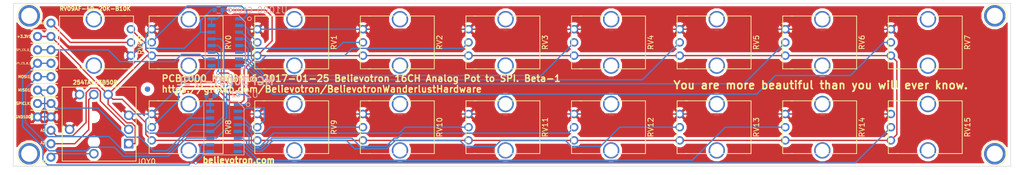
<source format=kicad_pcb>
(kicad_pcb (version 4) (host pcbnew 4.0.4-stable)

  (general
    (links 86)
    (no_connects 0)
    (area 2.489999 -31.537501 191.470001 -0.587499)
    (thickness 1.6)
    (drawings 20)
    (tracks 391)
    (zones 0)
    (modules 39)
    (nets 28)
  )

  (page A4)
  (layers
    (0 F.Cu signal)
    (31 B.Cu signal)
    (32 B.Adhes user)
    (33 F.Adhes user)
    (34 B.Paste user)
    (35 F.Paste user)
    (36 B.SilkS user)
    (37 F.SilkS user)
    (38 B.Mask user)
    (39 F.Mask user)
    (40 Dwgs.User user hide)
    (41 Cmts.User user)
    (42 Eco1.User user)
    (43 Eco2.User user)
    (44 Edge.Cuts user)
    (45 Margin user)
    (46 B.CrtYd user)
    (47 F.CrtYd user hide)
    (48 B.Fab user)
    (49 F.Fab user)
  )

  (setup
    (last_trace_width 0.25)
    (trace_clearance 0.2)
    (zone_clearance 0.508)
    (zone_45_only no)
    (trace_min 0.2)
    (segment_width 0.2)
    (edge_width 0.1)
    (via_size 0.6)
    (via_drill 0.4)
    (via_min_size 0.4)
    (via_min_drill 0.3)
    (uvia_size 0.3)
    (uvia_drill 0.1)
    (uvias_allowed no)
    (uvia_min_size 0.2)
    (uvia_min_drill 0.1)
    (pcb_text_width 0.3)
    (pcb_text_size 1.5 1.5)
    (mod_edge_width 0.15)
    (mod_text_size 1 1)
    (mod_text_width 0.15)
    (pad_size 1 1)
    (pad_drill 0)
    (pad_to_mask_clearance 0)
    (aux_axis_origin 0 0)
    (visible_elements 7FFEFFFF)
    (pcbplotparams
      (layerselection 0x010fc_80000001)
      (usegerberextensions false)
      (excludeedgelayer true)
      (linewidth 0.100000)
      (plotframeref false)
      (viasonmask false)
      (mode 1)
      (useauxorigin false)
      (hpglpennumber 1)
      (hpglpenspeed 20)
      (hpglpendiameter 15)
      (hpglpenoverlay 2)
      (psnegative false)
      (psa4output false)
      (plotreference true)
      (plotvalue true)
      (plotinvisibletext false)
      (padsonsilk false)
      (subtractmaskfromsilk false)
      (outputformat 1)
      (mirror false)
      (drillshape 0)
      (scaleselection 1)
      (outputdirectory Believotron_Knobs_Gerber-2017-01-02/))
  )

  (net 0 "")
  (net 1 GND)
  (net 2 +3V3)
  (net 3 /MISO)
  (net 4 /MOSI)
  (net 5 /P0)
  (net 6 /P1)
  (net 7 /P2)
  (net 8 /P3)
  (net 9 /P4)
  (net 10 /P5)
  (net 11 /P6)
  (net 12 /P7)
  (net 13 /P8)
  (net 14 /P9)
  (net 15 /P10)
  (net 16 /P11)
  (net 17 /P12)
  (net 18 /P13)
  (net 19 /P14)
  (net 20 /P15)
  (net 21 /SPICLK)
  (net 22 /CS_R0_7)
  (net 23 /CS_LED_8_15)
  (net 24 "Net-(A1-Pad1)")
  (net 25 "Net-(A2-Pad1)")
  (net 26 "Net-(A3-Pad1)")
  (net 27 /VOLUME)

  (net_class Default "This is the default net class."
    (clearance 0.2)
    (trace_width 0.25)
    (via_dia 0.6)
    (via_drill 0.4)
    (uvia_dia 0.3)
    (uvia_drill 0.1)
    (add_net +3V3)
    (add_net /CS_LED_8_15)
    (add_net /CS_R0_7)
    (add_net /MISO)
    (add_net /MOSI)
    (add_net /P0)
    (add_net /P1)
    (add_net /P10)
    (add_net /P11)
    (add_net /P12)
    (add_net /P13)
    (add_net /P14)
    (add_net /P15)
    (add_net /P2)
    (add_net /P3)
    (add_net /P4)
    (add_net /P5)
    (add_net /P6)
    (add_net /P7)
    (add_net /P8)
    (add_net /P9)
    (add_net /SPICLK)
    (add_net /VOLUME)
    (add_net GND)
    (add_net "Net-(A1-Pad1)")
    (add_net "Net-(A2-Pad1)")
    (add_net "Net-(A3-Pad1)")
  )

  (module Liberry:RV09AF-40-20K-B10K (layer F.Cu) (tedit 582DFFE1) (tstamp 58810D39)
    (at 17.78 -24.094 90)
    (path /58810DA5)
    (fp_text reference RV99 (at -0.472 8.89 270) (layer F.SilkS)
      (effects (font (size 1 1) (thickness 0.15)))
    )
    (fp_text value POT (at 1 9.5052 90) (layer F.Fab)
      (effects (font (size 1 1) (thickness 0.15)))
    )
    (fp_line (start 7.5 -8.9948) (end -7.5 -8.9948) (layer F.CrtYd) (width 0.15))
    (fp_line (start 7.5 8.5052) (end 7.5 -8.9948) (layer F.CrtYd) (width 0.15))
    (fp_line (start -7.5 8.5052) (end 7.5 8.5052) (layer F.CrtYd) (width 0.15))
    (fp_line (start -7.5 -8.9948) (end -7.5 8.5052) (layer F.CrtYd) (width 0.15))
    (fp_line (start -5 7.5052) (end -5 5.5052) (layer F.SilkS) (width 0.15))
    (fp_line (start 5 7.5052) (end 5 5.5052) (layer F.SilkS) (width 0.15))
    (fp_line (start -5 6.0052) (end -5 -6.4948) (layer F.SilkS) (width 0.15))
    (fp_line (start 5 7.5052) (end -5 7.5052) (layer F.SilkS) (width 0.15))
    (fp_line (start 5 -6.4948) (end 5 6.0052) (layer F.SilkS) (width 0.15))
    (fp_line (start -5 -6.4948) (end 5 -6.4948) (layer F.SilkS) (width 0.15))
    (pad "" thru_hole circle (at -4.3942 0 90) (size 3.1 3.1) (drill 2.5) (layers *.Cu *.Mask))
    (pad "" thru_hole circle (at 4.3942 0 90) (size 3.1 3.1) (drill 2.5) (layers *.Cu *.Mask))
    (pad 3 thru_hole circle (at -2.5 7.0104 90) (size 1.6 1.6) (drill 1) (layers *.Cu *.Mask)
      (net 1 GND))
    (pad 2 thru_hole circle (at 0 7.0104 90) (size 1.6 1.6) (drill 1) (layers *.Cu *.Mask)
      (net 27 /VOLUME))
    (pad 1 thru_hole circle (at 2.5 7.0104 90) (size 1.6 1.6) (drill 1) (layers *.Cu *.Mask)
      (net 2 +3V3))
  )

  (module Fiducials:Fiducial_1mm_Dia_2.54mm_Outer_CopperBottom (layer F.Cu) (tedit 58896CF4) (tstamp 58899043)
    (at 27.94 -15.24)
    (descr "Circular Fiducial, 1mm bare copper bottom; 2.54mm keepout")
    (tags marker)
    (attr virtual)
    (fp_text reference REF** (at 3.4 0.7) (layer F.SilkS) hide
      (effects (font (size 1 1) (thickness 0.15)))
    )
    (fp_text value Fiducial_1mm_Dia_2.54mm_Outer_CopperBottom (at 0 -1.8) (layer F.Fab)
      (effects (font (size 1 1) (thickness 0.15)))
    )
    (fp_circle (center 0 0) (end 1.55 0) (layer B.CrtYd) (width 0.05))
    (pad ~ smd circle (at 0 0) (size 1 1) (layers B.Cu B.Mask)
      (solder_mask_margin 0.77) (clearance 0.77))
  )

  (module Fiducials:Fiducial_1mm_Dia_2.54mm_Outer_CopperTop (layer F.Cu) (tedit 58896B7C) (tstamp 58899026)
    (at 27.94 -15.24)
    (descr "Circular Fiducial, 1mm bare copper top; 2.54mm keepout")
    (tags marker)
    (attr virtual)
    (fp_text reference REF** (at 3.4 0.7) (layer F.SilkS) hide
      (effects (font (size 1 1) (thickness 0.15)))
    )
    (fp_text value Fiducial_1mm_Dia_2.54mm_Outer_CopperTop (at 0 -1.8) (layer F.Fab)
      (effects (font (size 1 1) (thickness 0.15)))
    )
    (fp_circle (center 0 0) (end 1.55 0) (layer F.CrtYd) (width 0.05))
    (pad ~ smd circle (at 0 0) (size 1 1) (layers F.Cu F.Mask)
      (solder_mask_margin 0.77) (clearance 0.77))
  )

  (module Capacitors_SMD:C_0603 (layer B.Cu) (tedit 5415D631) (tstamp 586ADB59)
    (at 41.402 -30.226 180)
    (descr "Capacitor SMD 0603, reflow soldering, AVX (see smccp.pdf)")
    (tags "capacitor 0603")
    (path /582E3E9F)
    (attr smd)
    (fp_text reference C1000 (at -4.064 0 180) (layer B.SilkS)
      (effects (font (size 1 1) (thickness 0.15)) (justify mirror))
    )
    (fp_text value 0.1u (at 0 -1.9 180) (layer B.Fab)
      (effects (font (size 1 1) (thickness 0.15)) (justify mirror))
    )
    (fp_line (start -0.8 -0.4) (end -0.8 0.4) (layer B.Fab) (width 0.1))
    (fp_line (start 0.8 -0.4) (end -0.8 -0.4) (layer B.Fab) (width 0.1))
    (fp_line (start 0.8 0.4) (end 0.8 -0.4) (layer B.Fab) (width 0.1))
    (fp_line (start -0.8 0.4) (end 0.8 0.4) (layer B.Fab) (width 0.1))
    (fp_line (start -1.45 0.75) (end 1.45 0.75) (layer B.CrtYd) (width 0.05))
    (fp_line (start -1.45 -0.75) (end 1.45 -0.75) (layer B.CrtYd) (width 0.05))
    (fp_line (start -1.45 0.75) (end -1.45 -0.75) (layer B.CrtYd) (width 0.05))
    (fp_line (start 1.45 0.75) (end 1.45 -0.75) (layer B.CrtYd) (width 0.05))
    (fp_line (start -0.35 0.6) (end 0.35 0.6) (layer B.SilkS) (width 0.12))
    (fp_line (start 0.35 -0.6) (end -0.35 -0.6) (layer B.SilkS) (width 0.12))
    (pad 1 smd rect (at -0.75 0 180) (size 0.8 0.75) (layers B.Cu B.Paste B.Mask)
      (net 2 +3V3))
    (pad 2 smd rect (at 0.75 0 180) (size 0.8 0.75) (layers B.Cu B.Paste B.Mask)
      (net 1 GND))
    (model Capacitors_SMD.3dshapes/C_0603.wrl
      (at (xyz 0 0 0))
      (scale (xyz 1 1 1))
      (rotate (xyz 0 0 0))
    )
  )

  (module Liberry:TH_0.1_1x2_Jumper (layer F.Cu) (tedit 58896CD6) (tstamp 586AD805)
    (at 7.109605 -20.139527)
    (descr "10 pins through hole IDC header")
    (tags "IDC header socket VASCH")
    (path /582F4190)
    (fp_text reference SPI_CS_8_15 (at -2.54 0) (layer F.SilkS)
      (effects (font (size 0.35 0.35) (thickness 0.0625)))
    )
    (fp_text value CONN_01X01 (at 0 2.54) (layer F.Fab)
      (effects (font (size 1 1) (thickness 0.15)))
    )
    (fp_line (start -1.27 1.27) (end 3.81 1.27) (layer F.SilkS) (width 0.15))
    (fp_line (start -1.27 -1.27) (end 3.81 -1.27) (layer F.SilkS) (width 0.15))
    (pad 1 thru_hole circle (at 0 0) (size 1.7272 1.7272) (drill 1.016) (layers *.Cu *.Mask)
      (net 23 /CS_LED_8_15))
    (pad 1 thru_hole circle (at 2.54 0) (size 1.7272 1.7272) (drill 1.016) (layers *.Cu *.Mask)
      (net 23 /CS_LED_8_15))
  )

  (module Liberry:TH_0.1_1x2_Jumper (layer F.Cu) (tedit 58896CE5) (tstamp 586AD7FD)
    (at 7.109605 -22.679527)
    (descr "10 pins through hole IDC header")
    (tags "IDC header socket VASCH")
    (path /582E534D)
    (fp_text reference SPI_CS_0_8 (at -2.54 0) (layer F.SilkS)
      (effects (font (size 0.38 0.35) (thickness 0.0625)))
    )
    (fp_text value CONN_01X01 (at 0 2.54) (layer F.Fab)
      (effects (font (size 1 1) (thickness 0.15)))
    )
    (fp_line (start -1.27 1.27) (end 3.81 1.27) (layer F.SilkS) (width 0.15))
    (fp_line (start -1.27 -1.27) (end 3.81 -1.27) (layer F.SilkS) (width 0.15))
    (pad 1 thru_hole circle (at 0 0) (size 1.7272 1.7272) (drill 1.016) (layers *.Cu *.Mask)
      (net 22 /CS_R0_7))
    (pad 1 thru_hole circle (at 2.54 0) (size 1.7272 1.7272) (drill 1.016) (layers *.Cu *.Mask)
      (net 22 /CS_R0_7))
  )

  (module Liberry:TH_0.1_1x2_Jumper (layer F.Cu) (tedit 58684C64) (tstamp 586AD7F5)
    (at 7.109605 -12.519527)
    (descr "10 pins through hole IDC header")
    (tags "IDC header socket VASCH")
    (path /582E523F)
    (fp_text reference SPICLK1 (at -2.54 0) (layer F.SilkS)
      (effects (font (size 0.5 0.5) (thickness 0.125)))
    )
    (fp_text value CONN_01X01 (at 0 2.54) (layer F.Fab)
      (effects (font (size 1 1) (thickness 0.15)))
    )
    (fp_line (start -1.27 1.27) (end 3.81 1.27) (layer F.SilkS) (width 0.15))
    (fp_line (start -1.27 -1.27) (end 3.81 -1.27) (layer F.SilkS) (width 0.15))
    (pad 1 thru_hole circle (at 0 0) (size 1.7272 1.7272) (drill 1.016) (layers *.Cu *.Mask)
      (net 21 /SPICLK))
    (pad 1 thru_hole circle (at 2.54 0) (size 1.7272 1.7272) (drill 1.016) (layers *.Cu *.Mask)
      (net 21 /SPICLK))
  )

  (module Liberry:TH_0.1_1x2_Jumper (layer F.Cu) (tedit 58684C64) (tstamp 586AD7ED)
    (at 7.109605 -17.599527)
    (descr "10 pins through hole IDC header")
    (tags "IDC header socket VASCH")
    (path /582E505A)
    (fp_text reference MOSI1 (at -2.54 0) (layer F.SilkS)
      (effects (font (size 0.5 0.5) (thickness 0.125)))
    )
    (fp_text value CONN_01X01 (at 0 2.54) (layer F.Fab)
      (effects (font (size 1 1) (thickness 0.15)))
    )
    (fp_line (start -1.27 1.27) (end 3.81 1.27) (layer F.SilkS) (width 0.15))
    (fp_line (start -1.27 -1.27) (end 3.81 -1.27) (layer F.SilkS) (width 0.15))
    (pad 1 thru_hole circle (at 0 0) (size 1.7272 1.7272) (drill 1.016) (layers *.Cu *.Mask)
      (net 4 /MOSI))
    (pad 1 thru_hole circle (at 2.54 0) (size 1.7272 1.7272) (drill 1.016) (layers *.Cu *.Mask)
      (net 4 /MOSI))
  )

  (module Liberry:TH_0.1_1x2_Jumper (layer F.Cu) (tedit 58684C64) (tstamp 586AD7E5)
    (at 7.109605 -15.059527)
    (descr "10 pins through hole IDC header")
    (tags "IDC header socket VASCH")
    (path /582E561D)
    (fp_text reference MISO1 (at -2.54 0) (layer F.SilkS)
      (effects (font (size 0.5 0.5) (thickness 0.125)))
    )
    (fp_text value CONN_01X01 (at 0 2.54) (layer F.Fab)
      (effects (font (size 1 1) (thickness 0.15)))
    )
    (fp_line (start -1.27 1.27) (end 3.81 1.27) (layer F.SilkS) (width 0.15))
    (fp_line (start -1.27 -1.27) (end 3.81 -1.27) (layer F.SilkS) (width 0.15))
    (pad 1 thru_hole circle (at 0 0) (size 1.7272 1.7272) (drill 1.016) (layers *.Cu *.Mask)
      (net 3 /MISO))
    (pad 1 thru_hole circle (at 2.54 0) (size 1.7272 1.7272) (drill 1.016) (layers *.Cu *.Mask)
      (net 3 /MISO))
  )

  (module Liberry:TH_0.1_1x2_Jumper (layer F.Cu) (tedit 58684C64) (tstamp 586AD7DD)
    (at 7.109605 -9.979527)
    (descr "10 pins through hole IDC header")
    (tags "IDC header socket VASCH")
    (path /582EB90D)
    (fp_text reference GND1000 (at -2.54 0) (layer F.SilkS)
      (effects (font (size 0.5 0.5) (thickness 0.125)))
    )
    (fp_text value CONN_01X01 (at 0 2.54) (layer F.Fab)
      (effects (font (size 1 1) (thickness 0.15)))
    )
    (fp_line (start -1.27 1.27) (end 3.81 1.27) (layer F.SilkS) (width 0.15))
    (fp_line (start -1.27 -1.27) (end 3.81 -1.27) (layer F.SilkS) (width 0.15))
    (pad 1 thru_hole circle (at 0 0) (size 1.7272 1.7272) (drill 1.016) (layers *.Cu *.Mask)
      (net 1 GND))
    (pad 1 thru_hole circle (at 2.54 0) (size 1.7272 1.7272) (drill 1.016) (layers *.Cu *.Mask)
      (net 1 GND))
  )

  (module Liberry:TH_0.1_1x2_Jumper (layer F.Cu) (tedit 58684C64) (tstamp 586AD7AD)
    (at 7.109605 -25.219527)
    (descr "10 pins through hole IDC header")
    (tags "IDC header socket VASCH")
    (path /582EB30E)
    (fp_text reference +3.3V1 (at -2.54 0) (layer F.SilkS)
      (effects (font (size 0.5 0.5) (thickness 0.125)))
    )
    (fp_text value CONN_01X01 (at 0 2.54) (layer F.Fab)
      (effects (font (size 1 1) (thickness 0.15)))
    )
    (fp_line (start -1.27 1.27) (end 3.81 1.27) (layer F.SilkS) (width 0.15))
    (fp_line (start -1.27 -1.27) (end 3.81 -1.27) (layer F.SilkS) (width 0.15))
    (pad 1 thru_hole circle (at 0 0) (size 1.7272 1.7272) (drill 1.016) (layers *.Cu *.Mask)
      (net 2 +3V3))
    (pad 1 thru_hole circle (at 2.54 0) (size 1.7272 1.7272) (drill 1.016) (layers *.Cu *.Mask)
      (net 2 +3V3))
  )

  (module Connect:1pin (layer F.Cu) (tedit 58896D66) (tstamp 582F53C3)
    (at 188.42 -29.125)
    (descr "module 1 pin (ou trou mecanique de percage)")
    (tags DEV)
    (fp_text reference REF** (at 0 -3.048) (layer F.SilkS) hide
      (effects (font (size 1 1) (thickness 0.15)))
    )
    (fp_text value 1pin (at 0 3) (layer F.Fab)
      (effects (font (size 1 1) (thickness 0.15)))
    )
    (fp_circle (center 0 0) (end 2 0.8) (layer F.Fab) (width 0.1))
    (fp_circle (center 0 0) (end 2.6 0) (layer F.CrtYd) (width 0.05))
    (fp_circle (center 0 0) (end 0 -2.286) (layer F.SilkS) (width 0.12))
    (pad 1 thru_hole circle (at 0 0) (size 4.064 4.064) (drill 3.048) (layers *.Cu *.Mask))
  )

  (module Liberry:RV09AF-40-20K-B10K (layer F.Cu) (tedit 582DFFE1) (tstamp 582F4334)
    (at 175.76 -8.0314 270)
    (path /582F4148)
    (fp_text reference RV15 (at 0 -7.4948 270) (layer F.SilkS)
      (effects (font (size 1 1) (thickness 0.15)))
    )
    (fp_text value POT (at 1 9.5052 270) (layer F.Fab)
      (effects (font (size 1 1) (thickness 0.15)))
    )
    (fp_line (start 7.5 -8.9948) (end -7.5 -8.9948) (layer F.CrtYd) (width 0.15))
    (fp_line (start 7.5 8.5052) (end 7.5 -8.9948) (layer F.CrtYd) (width 0.15))
    (fp_line (start -7.5 8.5052) (end 7.5 8.5052) (layer F.CrtYd) (width 0.15))
    (fp_line (start -7.5 -8.9948) (end -7.5 8.5052) (layer F.CrtYd) (width 0.15))
    (fp_line (start -5 7.5052) (end -5 5.5052) (layer F.SilkS) (width 0.15))
    (fp_line (start 5 7.5052) (end 5 5.5052) (layer F.SilkS) (width 0.15))
    (fp_line (start -5 6.0052) (end -5 -6.4948) (layer F.SilkS) (width 0.15))
    (fp_line (start 5 7.5052) (end -5 7.5052) (layer F.SilkS) (width 0.15))
    (fp_line (start 5 -6.4948) (end 5 6.0052) (layer F.SilkS) (width 0.15))
    (fp_line (start -5 -6.4948) (end 5 -6.4948) (layer F.SilkS) (width 0.15))
    (pad "" thru_hole circle (at -4.3942 0 270) (size 3.1 3.1) (drill 2.5) (layers *.Cu *.Mask))
    (pad "" thru_hole circle (at 4.3942 0 270) (size 3.1 3.1) (drill 2.5) (layers *.Cu *.Mask))
    (pad 3 thru_hole circle (at -2.5 7.0104 270) (size 1.6 1.6) (drill 1) (layers *.Cu *.Mask)
      (net 1 GND))
    (pad 2 thru_hole circle (at 0 7.0104 270) (size 1.6 1.6) (drill 1) (layers *.Cu *.Mask)
      (net 20 /P15))
    (pad 1 thru_hole circle (at 2.5 7.0104 270) (size 1.6 1.6) (drill 1) (layers *.Cu *.Mask)
      (net 2 +3V3))
  )

  (module Liberry:RV09AF-40-20K-B10K (layer F.Cu) (tedit 582DFFE1) (tstamp 582F4321)
    (at 155.76 -8.0314 270)
    (path /582F4133)
    (fp_text reference RV14 (at 0 -7.4948 270) (layer F.SilkS)
      (effects (font (size 1 1) (thickness 0.15)))
    )
    (fp_text value POT (at 1 9.5052 270) (layer F.Fab)
      (effects (font (size 1 1) (thickness 0.15)))
    )
    (fp_line (start 7.5 -8.9948) (end -7.5 -8.9948) (layer F.CrtYd) (width 0.15))
    (fp_line (start 7.5 8.5052) (end 7.5 -8.9948) (layer F.CrtYd) (width 0.15))
    (fp_line (start -7.5 8.5052) (end 7.5 8.5052) (layer F.CrtYd) (width 0.15))
    (fp_line (start -7.5 -8.9948) (end -7.5 8.5052) (layer F.CrtYd) (width 0.15))
    (fp_line (start -5 7.5052) (end -5 5.5052) (layer F.SilkS) (width 0.15))
    (fp_line (start 5 7.5052) (end 5 5.5052) (layer F.SilkS) (width 0.15))
    (fp_line (start -5 6.0052) (end -5 -6.4948) (layer F.SilkS) (width 0.15))
    (fp_line (start 5 7.5052) (end -5 7.5052) (layer F.SilkS) (width 0.15))
    (fp_line (start 5 -6.4948) (end 5 6.0052) (layer F.SilkS) (width 0.15))
    (fp_line (start -5 -6.4948) (end 5 -6.4948) (layer F.SilkS) (width 0.15))
    (pad "" thru_hole circle (at -4.3942 0 270) (size 3.1 3.1) (drill 2.5) (layers *.Cu *.Mask))
    (pad "" thru_hole circle (at 4.3942 0 270) (size 3.1 3.1) (drill 2.5) (layers *.Cu *.Mask))
    (pad 3 thru_hole circle (at -2.5 7.0104 270) (size 1.6 1.6) (drill 1) (layers *.Cu *.Mask)
      (net 1 GND))
    (pad 2 thru_hole circle (at 0 7.0104 270) (size 1.6 1.6) (drill 1) (layers *.Cu *.Mask)
      (net 19 /P14))
    (pad 1 thru_hole circle (at 2.5 7.0104 270) (size 1.6 1.6) (drill 1) (layers *.Cu *.Mask)
      (net 2 +3V3))
  )

  (module Liberry:RV09AF-40-20K-B10K (layer F.Cu) (tedit 582DFFE1) (tstamp 582F430E)
    (at 135.76 -8.0314 270)
    (path /582F411E)
    (fp_text reference RV13 (at 0 -7.4948 270) (layer F.SilkS)
      (effects (font (size 1 1) (thickness 0.15)))
    )
    (fp_text value POT (at 1 9.5052 270) (layer F.Fab)
      (effects (font (size 1 1) (thickness 0.15)))
    )
    (fp_line (start 7.5 -8.9948) (end -7.5 -8.9948) (layer F.CrtYd) (width 0.15))
    (fp_line (start 7.5 8.5052) (end 7.5 -8.9948) (layer F.CrtYd) (width 0.15))
    (fp_line (start -7.5 8.5052) (end 7.5 8.5052) (layer F.CrtYd) (width 0.15))
    (fp_line (start -7.5 -8.9948) (end -7.5 8.5052) (layer F.CrtYd) (width 0.15))
    (fp_line (start -5 7.5052) (end -5 5.5052) (layer F.SilkS) (width 0.15))
    (fp_line (start 5 7.5052) (end 5 5.5052) (layer F.SilkS) (width 0.15))
    (fp_line (start -5 6.0052) (end -5 -6.4948) (layer F.SilkS) (width 0.15))
    (fp_line (start 5 7.5052) (end -5 7.5052) (layer F.SilkS) (width 0.15))
    (fp_line (start 5 -6.4948) (end 5 6.0052) (layer F.SilkS) (width 0.15))
    (fp_line (start -5 -6.4948) (end 5 -6.4948) (layer F.SilkS) (width 0.15))
    (pad "" thru_hole circle (at -4.3942 0 270) (size 3.1 3.1) (drill 2.5) (layers *.Cu *.Mask))
    (pad "" thru_hole circle (at 4.3942 0 270) (size 3.1 3.1) (drill 2.5) (layers *.Cu *.Mask))
    (pad 3 thru_hole circle (at -2.5 7.0104 270) (size 1.6 1.6) (drill 1) (layers *.Cu *.Mask)
      (net 1 GND))
    (pad 2 thru_hole circle (at 0 7.0104 270) (size 1.6 1.6) (drill 1) (layers *.Cu *.Mask)
      (net 18 /P13))
    (pad 1 thru_hole circle (at 2.5 7.0104 270) (size 1.6 1.6) (drill 1) (layers *.Cu *.Mask)
      (net 2 +3V3))
  )

  (module Liberry:RV09AF-40-20K-B10K (layer F.Cu) (tedit 582DFFE1) (tstamp 582F42FB)
    (at 115.76 -8.0314 270)
    (path /582F4109)
    (fp_text reference RV12 (at 0 -7.4948 270) (layer F.SilkS)
      (effects (font (size 1 1) (thickness 0.15)))
    )
    (fp_text value POT (at 1 9.5052 270) (layer F.Fab)
      (effects (font (size 1 1) (thickness 0.15)))
    )
    (fp_line (start 7.5 -8.9948) (end -7.5 -8.9948) (layer F.CrtYd) (width 0.15))
    (fp_line (start 7.5 8.5052) (end 7.5 -8.9948) (layer F.CrtYd) (width 0.15))
    (fp_line (start -7.5 8.5052) (end 7.5 8.5052) (layer F.CrtYd) (width 0.15))
    (fp_line (start -7.5 -8.9948) (end -7.5 8.5052) (layer F.CrtYd) (width 0.15))
    (fp_line (start -5 7.5052) (end -5 5.5052) (layer F.SilkS) (width 0.15))
    (fp_line (start 5 7.5052) (end 5 5.5052) (layer F.SilkS) (width 0.15))
    (fp_line (start -5 6.0052) (end -5 -6.4948) (layer F.SilkS) (width 0.15))
    (fp_line (start 5 7.5052) (end -5 7.5052) (layer F.SilkS) (width 0.15))
    (fp_line (start 5 -6.4948) (end 5 6.0052) (layer F.SilkS) (width 0.15))
    (fp_line (start -5 -6.4948) (end 5 -6.4948) (layer F.SilkS) (width 0.15))
    (pad "" thru_hole circle (at -4.3942 0 270) (size 3.1 3.1) (drill 2.5) (layers *.Cu *.Mask))
    (pad "" thru_hole circle (at 4.3942 0 270) (size 3.1 3.1) (drill 2.5) (layers *.Cu *.Mask))
    (pad 3 thru_hole circle (at -2.5 7.0104 270) (size 1.6 1.6) (drill 1) (layers *.Cu *.Mask)
      (net 1 GND))
    (pad 2 thru_hole circle (at 0 7.0104 270) (size 1.6 1.6) (drill 1) (layers *.Cu *.Mask)
      (net 17 /P12))
    (pad 1 thru_hole circle (at 2.5 7.0104 270) (size 1.6 1.6) (drill 1) (layers *.Cu *.Mask)
      (net 2 +3V3))
  )

  (module Liberry:RV09AF-40-20K-B10K (layer F.Cu) (tedit 582DFFE1) (tstamp 582F42E8)
    (at 95.76 -8.0314 270)
    (path /582F40F4)
    (fp_text reference RV11 (at 0 -7.4948 270) (layer F.SilkS)
      (effects (font (size 1 1) (thickness 0.15)))
    )
    (fp_text value POT (at 1 9.5052 270) (layer F.Fab)
      (effects (font (size 1 1) (thickness 0.15)))
    )
    (fp_line (start 7.5 -8.9948) (end -7.5 -8.9948) (layer F.CrtYd) (width 0.15))
    (fp_line (start 7.5 8.5052) (end 7.5 -8.9948) (layer F.CrtYd) (width 0.15))
    (fp_line (start -7.5 8.5052) (end 7.5 8.5052) (layer F.CrtYd) (width 0.15))
    (fp_line (start -7.5 -8.9948) (end -7.5 8.5052) (layer F.CrtYd) (width 0.15))
    (fp_line (start -5 7.5052) (end -5 5.5052) (layer F.SilkS) (width 0.15))
    (fp_line (start 5 7.5052) (end 5 5.5052) (layer F.SilkS) (width 0.15))
    (fp_line (start -5 6.0052) (end -5 -6.4948) (layer F.SilkS) (width 0.15))
    (fp_line (start 5 7.5052) (end -5 7.5052) (layer F.SilkS) (width 0.15))
    (fp_line (start 5 -6.4948) (end 5 6.0052) (layer F.SilkS) (width 0.15))
    (fp_line (start -5 -6.4948) (end 5 -6.4948) (layer F.SilkS) (width 0.15))
    (pad "" thru_hole circle (at -4.3942 0 270) (size 3.1 3.1) (drill 2.5) (layers *.Cu *.Mask))
    (pad "" thru_hole circle (at 4.3942 0 270) (size 3.1 3.1) (drill 2.5) (layers *.Cu *.Mask))
    (pad 3 thru_hole circle (at -2.5 7.0104 270) (size 1.6 1.6) (drill 1) (layers *.Cu *.Mask)
      (net 1 GND))
    (pad 2 thru_hole circle (at 0 7.0104 270) (size 1.6 1.6) (drill 1) (layers *.Cu *.Mask)
      (net 16 /P11))
    (pad 1 thru_hole circle (at 2.5 7.0104 270) (size 1.6 1.6) (drill 1) (layers *.Cu *.Mask)
      (net 2 +3V3))
  )

  (module Liberry:RV09AF-40-20K-B10K (layer F.Cu) (tedit 582DFFE1) (tstamp 582F42D5)
    (at 75.76 -8.0314 270)
    (path /582F40DF)
    (fp_text reference RV10 (at 0 -7.4948 270) (layer F.SilkS)
      (effects (font (size 1 1) (thickness 0.15)))
    )
    (fp_text value POT (at 1 9.5052 270) (layer F.Fab)
      (effects (font (size 1 1) (thickness 0.15)))
    )
    (fp_line (start 7.5 -8.9948) (end -7.5 -8.9948) (layer F.CrtYd) (width 0.15))
    (fp_line (start 7.5 8.5052) (end 7.5 -8.9948) (layer F.CrtYd) (width 0.15))
    (fp_line (start -7.5 8.5052) (end 7.5 8.5052) (layer F.CrtYd) (width 0.15))
    (fp_line (start -7.5 -8.9948) (end -7.5 8.5052) (layer F.CrtYd) (width 0.15))
    (fp_line (start -5 7.5052) (end -5 5.5052) (layer F.SilkS) (width 0.15))
    (fp_line (start 5 7.5052) (end 5 5.5052) (layer F.SilkS) (width 0.15))
    (fp_line (start -5 6.0052) (end -5 -6.4948) (layer F.SilkS) (width 0.15))
    (fp_line (start 5 7.5052) (end -5 7.5052) (layer F.SilkS) (width 0.15))
    (fp_line (start 5 -6.4948) (end 5 6.0052) (layer F.SilkS) (width 0.15))
    (fp_line (start -5 -6.4948) (end 5 -6.4948) (layer F.SilkS) (width 0.15))
    (pad "" thru_hole circle (at -4.3942 0 270) (size 3.1 3.1) (drill 2.5) (layers *.Cu *.Mask))
    (pad "" thru_hole circle (at 4.3942 0 270) (size 3.1 3.1) (drill 2.5) (layers *.Cu *.Mask))
    (pad 3 thru_hole circle (at -2.5 7.0104 270) (size 1.6 1.6) (drill 1) (layers *.Cu *.Mask)
      (net 1 GND))
    (pad 2 thru_hole circle (at 0 7.0104 270) (size 1.6 1.6) (drill 1) (layers *.Cu *.Mask)
      (net 15 /P10))
    (pad 1 thru_hole circle (at 2.5 7.0104 270) (size 1.6 1.6) (drill 1) (layers *.Cu *.Mask)
      (net 2 +3V3))
  )

  (module Liberry:RV09AF-40-20K-B10K (layer F.Cu) (tedit 582DFFE1) (tstamp 582F42C2)
    (at 55.76 -8.0314 270)
    (path /582F40CA)
    (fp_text reference RV9 (at 0 -7.4948 270) (layer F.SilkS)
      (effects (font (size 1 1) (thickness 0.15)))
    )
    (fp_text value POT (at 1 9.5052 270) (layer F.Fab)
      (effects (font (size 1 1) (thickness 0.15)))
    )
    (fp_line (start 7.5 -8.9948) (end -7.5 -8.9948) (layer F.CrtYd) (width 0.15))
    (fp_line (start 7.5 8.5052) (end 7.5 -8.9948) (layer F.CrtYd) (width 0.15))
    (fp_line (start -7.5 8.5052) (end 7.5 8.5052) (layer F.CrtYd) (width 0.15))
    (fp_line (start -7.5 -8.9948) (end -7.5 8.5052) (layer F.CrtYd) (width 0.15))
    (fp_line (start -5 7.5052) (end -5 5.5052) (layer F.SilkS) (width 0.15))
    (fp_line (start 5 7.5052) (end 5 5.5052) (layer F.SilkS) (width 0.15))
    (fp_line (start -5 6.0052) (end -5 -6.4948) (layer F.SilkS) (width 0.15))
    (fp_line (start 5 7.5052) (end -5 7.5052) (layer F.SilkS) (width 0.15))
    (fp_line (start 5 -6.4948) (end 5 6.0052) (layer F.SilkS) (width 0.15))
    (fp_line (start -5 -6.4948) (end 5 -6.4948) (layer F.SilkS) (width 0.15))
    (pad "" thru_hole circle (at -4.3942 0 270) (size 3.1 3.1) (drill 2.5) (layers *.Cu *.Mask))
    (pad "" thru_hole circle (at 4.3942 0 270) (size 3.1 3.1) (drill 2.5) (layers *.Cu *.Mask))
    (pad 3 thru_hole circle (at -2.5 7.0104 270) (size 1.6 1.6) (drill 1) (layers *.Cu *.Mask)
      (net 1 GND))
    (pad 2 thru_hole circle (at 0 7.0104 270) (size 1.6 1.6) (drill 1) (layers *.Cu *.Mask)
      (net 14 /P9))
    (pad 1 thru_hole circle (at 2.5 7.0104 270) (size 1.6 1.6) (drill 1) (layers *.Cu *.Mask)
      (net 2 +3V3))
  )

  (module Liberry:RV09AF-40-20K-B10K (layer F.Cu) (tedit 582DFFE1) (tstamp 582F42AF)
    (at 35.76 -8.0314 270)
    (path /582F40B5)
    (fp_text reference RV8 (at 0 -7.4948 270) (layer F.SilkS)
      (effects (font (size 1 1) (thickness 0.15)))
    )
    (fp_text value POT (at 1 9.5052 270) (layer F.Fab)
      (effects (font (size 1 1) (thickness 0.15)))
    )
    (fp_line (start 7.5 -8.9948) (end -7.5 -8.9948) (layer F.CrtYd) (width 0.15))
    (fp_line (start 7.5 8.5052) (end 7.5 -8.9948) (layer F.CrtYd) (width 0.15))
    (fp_line (start -7.5 8.5052) (end 7.5 8.5052) (layer F.CrtYd) (width 0.15))
    (fp_line (start -7.5 -8.9948) (end -7.5 8.5052) (layer F.CrtYd) (width 0.15))
    (fp_line (start -5 7.5052) (end -5 5.5052) (layer F.SilkS) (width 0.15))
    (fp_line (start 5 7.5052) (end 5 5.5052) (layer F.SilkS) (width 0.15))
    (fp_line (start -5 6.0052) (end -5 -6.4948) (layer F.SilkS) (width 0.15))
    (fp_line (start 5 7.5052) (end -5 7.5052) (layer F.SilkS) (width 0.15))
    (fp_line (start 5 -6.4948) (end 5 6.0052) (layer F.SilkS) (width 0.15))
    (fp_line (start -5 -6.4948) (end 5 -6.4948) (layer F.SilkS) (width 0.15))
    (pad "" thru_hole circle (at -4.3942 0 270) (size 3.1 3.1) (drill 2.5) (layers *.Cu *.Mask))
    (pad "" thru_hole circle (at 4.3942 0 270) (size 3.1 3.1) (drill 2.5) (layers *.Cu *.Mask))
    (pad 3 thru_hole circle (at -2.5 7.0104 270) (size 1.6 1.6) (drill 1) (layers *.Cu *.Mask)
      (net 1 GND))
    (pad 2 thru_hole circle (at 0 7.0104 270) (size 1.6 1.6) (drill 1) (layers *.Cu *.Mask)
      (net 13 /P8))
    (pad 1 thru_hole circle (at 2.5 7.0104 270) (size 1.6 1.6) (drill 1) (layers *.Cu *.Mask)
      (net 2 +3V3))
  )

  (module Capacitors_SMD:C_0603 (layer B.Cu) (tedit 5415D631) (tstamp 582F4297)
    (at 39.878 -13.97 180)
    (descr "Capacitor SMD 0603, reflow soldering, AVX (see smccp.pdf)")
    (tags "capacitor 0603")
    (path /582F4165)
    (attr smd)
    (fp_text reference C2 (at -4.826 0.254 180) (layer B.SilkS)
      (effects (font (size 1 1) (thickness 0.15)) (justify mirror))
    )
    (fp_text value 0.1u (at 0 -1.9 180) (layer B.Fab)
      (effects (font (size 1 1) (thickness 0.15)) (justify mirror))
    )
    (fp_line (start -0.8 -0.4) (end -0.8 0.4) (layer B.Fab) (width 0.1))
    (fp_line (start 0.8 -0.4) (end -0.8 -0.4) (layer B.Fab) (width 0.1))
    (fp_line (start 0.8 0.4) (end 0.8 -0.4) (layer B.Fab) (width 0.1))
    (fp_line (start -0.8 0.4) (end 0.8 0.4) (layer B.Fab) (width 0.1))
    (fp_line (start -1.45 0.75) (end 1.45 0.75) (layer B.CrtYd) (width 0.05))
    (fp_line (start -1.45 -0.75) (end 1.45 -0.75) (layer B.CrtYd) (width 0.05))
    (fp_line (start -1.45 0.75) (end -1.45 -0.75) (layer B.CrtYd) (width 0.05))
    (fp_line (start 1.45 0.75) (end 1.45 -0.75) (layer B.CrtYd) (width 0.05))
    (fp_line (start -0.35 0.6) (end 0.35 0.6) (layer B.SilkS) (width 0.12))
    (fp_line (start 0.35 -0.6) (end -0.35 -0.6) (layer B.SilkS) (width 0.12))
    (pad 1 smd rect (at -0.75 0 180) (size 0.8 0.75) (layers B.Cu B.Paste B.Mask)
      (net 2 +3V3))
    (pad 2 smd rect (at 0.75 0 180) (size 0.8 0.75) (layers B.Cu B.Paste B.Mask)
      (net 1 GND))
    (model Capacitors_SMD.3dshapes/C_0603.wrl
      (at (xyz 0 0 0))
      (scale (xyz 1 1 1))
      (rotate (xyz 0 0 0))
    )
  )

  (module Liberry:RV09AF-40-20K-B10K (layer F.Cu) (tedit 582DFFE1) (tstamp 582E118E)
    (at 155.76 -24.094 270)
    (path /582E6689)
    (fp_text reference RV6 (at 0 -7.4948 270) (layer F.SilkS)
      (effects (font (size 1 1) (thickness 0.15)))
    )
    (fp_text value POT (at 1 9.5052 270) (layer F.Fab)
      (effects (font (size 1 1) (thickness 0.15)))
    )
    (fp_line (start 7.5 -8.9948) (end -7.5 -8.9948) (layer F.CrtYd) (width 0.15))
    (fp_line (start 7.5 8.5052) (end 7.5 -8.9948) (layer F.CrtYd) (width 0.15))
    (fp_line (start -7.5 8.5052) (end 7.5 8.5052) (layer F.CrtYd) (width 0.15))
    (fp_line (start -7.5 -8.9948) (end -7.5 8.5052) (layer F.CrtYd) (width 0.15))
    (fp_line (start -5 7.5052) (end -5 5.5052) (layer F.SilkS) (width 0.15))
    (fp_line (start 5 7.5052) (end 5 5.5052) (layer F.SilkS) (width 0.15))
    (fp_line (start -5 6.0052) (end -5 -6.4948) (layer F.SilkS) (width 0.15))
    (fp_line (start 5 7.5052) (end -5 7.5052) (layer F.SilkS) (width 0.15))
    (fp_line (start 5 -6.4948) (end 5 6.0052) (layer F.SilkS) (width 0.15))
    (fp_line (start -5 -6.4948) (end 5 -6.4948) (layer F.SilkS) (width 0.15))
    (pad "" thru_hole circle (at -4.3942 0 270) (size 3.1 3.1) (drill 2.5) (layers *.Cu *.Mask))
    (pad "" thru_hole circle (at 4.3942 0 270) (size 3.1 3.1) (drill 2.5) (layers *.Cu *.Mask))
    (pad 3 thru_hole circle (at -2.5 7.0104 270) (size 1.6 1.6) (drill 1) (layers *.Cu *.Mask)
      (net 1 GND))
    (pad 2 thru_hole circle (at 0 7.0104 270) (size 1.6 1.6) (drill 1) (layers *.Cu *.Mask)
      (net 11 /P6))
    (pad 1 thru_hole circle (at 2.5 7.0104 270) (size 1.6 1.6) (drill 1) (layers *.Cu *.Mask)
      (net 2 +3V3))
  )

  (module Liberry:RV09AF-40-20K-B10K (layer F.Cu) (tedit 582DFFE1) (tstamp 582E117B)
    (at 135.76 -24.094 270)
    (path /582E6671)
    (fp_text reference RV5 (at 0 -7.4948 270) (layer F.SilkS)
      (effects (font (size 1 1) (thickness 0.15)))
    )
    (fp_text value POT (at 1 9.5052 270) (layer F.Fab)
      (effects (font (size 1 1) (thickness 0.15)))
    )
    (fp_line (start 7.5 -8.9948) (end -7.5 -8.9948) (layer F.CrtYd) (width 0.15))
    (fp_line (start 7.5 8.5052) (end 7.5 -8.9948) (layer F.CrtYd) (width 0.15))
    (fp_line (start -7.5 8.5052) (end 7.5 8.5052) (layer F.CrtYd) (width 0.15))
    (fp_line (start -7.5 -8.9948) (end -7.5 8.5052) (layer F.CrtYd) (width 0.15))
    (fp_line (start -5 7.5052) (end -5 5.5052) (layer F.SilkS) (width 0.15))
    (fp_line (start 5 7.5052) (end 5 5.5052) (layer F.SilkS) (width 0.15))
    (fp_line (start -5 6.0052) (end -5 -6.4948) (layer F.SilkS) (width 0.15))
    (fp_line (start 5 7.5052) (end -5 7.5052) (layer F.SilkS) (width 0.15))
    (fp_line (start 5 -6.4948) (end 5 6.0052) (layer F.SilkS) (width 0.15))
    (fp_line (start -5 -6.4948) (end 5 -6.4948) (layer F.SilkS) (width 0.15))
    (pad "" thru_hole circle (at -4.3942 0 270) (size 3.1 3.1) (drill 2.5) (layers *.Cu *.Mask))
    (pad "" thru_hole circle (at 4.3942 0 270) (size 3.1 3.1) (drill 2.5) (layers *.Cu *.Mask))
    (pad 3 thru_hole circle (at -2.5 7.0104 270) (size 1.6 1.6) (drill 1) (layers *.Cu *.Mask)
      (net 1 GND))
    (pad 2 thru_hole circle (at 0 7.0104 270) (size 1.6 1.6) (drill 1) (layers *.Cu *.Mask)
      (net 10 /P5))
    (pad 1 thru_hole circle (at 2.5 7.0104 270) (size 1.6 1.6) (drill 1) (layers *.Cu *.Mask)
      (net 2 +3V3))
  )

  (module Liberry:RV09AF-40-20K-B10K (layer F.Cu) (tedit 582DFFE1) (tstamp 582E1155)
    (at 95.76 -24.094 270)
    (path /582E633F)
    (fp_text reference RV3 (at 0 -7.4948 270) (layer F.SilkS)
      (effects (font (size 1 1) (thickness 0.15)))
    )
    (fp_text value POT (at 1 9.5052 270) (layer F.Fab)
      (effects (font (size 1 1) (thickness 0.15)))
    )
    (fp_line (start 7.5 -8.9948) (end -7.5 -8.9948) (layer F.CrtYd) (width 0.15))
    (fp_line (start 7.5 8.5052) (end 7.5 -8.9948) (layer F.CrtYd) (width 0.15))
    (fp_line (start -7.5 8.5052) (end 7.5 8.5052) (layer F.CrtYd) (width 0.15))
    (fp_line (start -7.5 -8.9948) (end -7.5 8.5052) (layer F.CrtYd) (width 0.15))
    (fp_line (start -5 7.5052) (end -5 5.5052) (layer F.SilkS) (width 0.15))
    (fp_line (start 5 7.5052) (end 5 5.5052) (layer F.SilkS) (width 0.15))
    (fp_line (start -5 6.0052) (end -5 -6.4948) (layer F.SilkS) (width 0.15))
    (fp_line (start 5 7.5052) (end -5 7.5052) (layer F.SilkS) (width 0.15))
    (fp_line (start 5 -6.4948) (end 5 6.0052) (layer F.SilkS) (width 0.15))
    (fp_line (start -5 -6.4948) (end 5 -6.4948) (layer F.SilkS) (width 0.15))
    (pad "" thru_hole circle (at -4.3942 0 270) (size 3.1 3.1) (drill 2.5) (layers *.Cu *.Mask))
    (pad "" thru_hole circle (at 4.3942 0 270) (size 3.1 3.1) (drill 2.5) (layers *.Cu *.Mask))
    (pad 3 thru_hole circle (at -2.5 7.0104 270) (size 1.6 1.6) (drill 1) (layers *.Cu *.Mask)
      (net 1 GND))
    (pad 2 thru_hole circle (at 0 7.0104 270) (size 1.6 1.6) (drill 1) (layers *.Cu *.Mask)
      (net 8 /P3))
    (pad 1 thru_hole circle (at 2.5 7.0104 270) (size 1.6 1.6) (drill 1) (layers *.Cu *.Mask)
      (net 2 +3V3))
  )

  (module Liberry:RV09AF-40-20K-B10K (layer F.Cu) (tedit 582DFFE1) (tstamp 582E1142)
    (at 75.76 -24.094 270)
    (path /582E6327)
    (fp_text reference RV2 (at 0 -7.4948 270) (layer F.SilkS)
      (effects (font (size 1 1) (thickness 0.15)))
    )
    (fp_text value POT (at 1 9.5052 270) (layer F.Fab)
      (effects (font (size 1 1) (thickness 0.15)))
    )
    (fp_line (start 7.5 -8.9948) (end -7.5 -8.9948) (layer F.CrtYd) (width 0.15))
    (fp_line (start 7.5 8.5052) (end 7.5 -8.9948) (layer F.CrtYd) (width 0.15))
    (fp_line (start -7.5 8.5052) (end 7.5 8.5052) (layer F.CrtYd) (width 0.15))
    (fp_line (start -7.5 -8.9948) (end -7.5 8.5052) (layer F.CrtYd) (width 0.15))
    (fp_line (start -5 7.5052) (end -5 5.5052) (layer F.SilkS) (width 0.15))
    (fp_line (start 5 7.5052) (end 5 5.5052) (layer F.SilkS) (width 0.15))
    (fp_line (start -5 6.0052) (end -5 -6.4948) (layer F.SilkS) (width 0.15))
    (fp_line (start 5 7.5052) (end -5 7.5052) (layer F.SilkS) (width 0.15))
    (fp_line (start 5 -6.4948) (end 5 6.0052) (layer F.SilkS) (width 0.15))
    (fp_line (start -5 -6.4948) (end 5 -6.4948) (layer F.SilkS) (width 0.15))
    (pad "" thru_hole circle (at -4.3942 0 270) (size 3.1 3.1) (drill 2.5) (layers *.Cu *.Mask))
    (pad "" thru_hole circle (at 4.3942 0 270) (size 3.1 3.1) (drill 2.5) (layers *.Cu *.Mask))
    (pad 3 thru_hole circle (at -2.5 7.0104 270) (size 1.6 1.6) (drill 1) (layers *.Cu *.Mask)
      (net 1 GND))
    (pad 2 thru_hole circle (at 0 7.0104 270) (size 1.6 1.6) (drill 1) (layers *.Cu *.Mask)
      (net 7 /P2))
    (pad 1 thru_hole circle (at 2.5 7.0104 270) (size 1.6 1.6) (drill 1) (layers *.Cu *.Mask)
      (net 2 +3V3))
  )

  (module Liberry:RV09AF-40-20K-B10K (layer F.Cu) (tedit 582DFFE1) (tstamp 582E112F)
    (at 55.76 -24.094 270)
    (path /582E62D2)
    (fp_text reference RV1 (at 0 -7.4948 270) (layer F.SilkS)
      (effects (font (size 1 1) (thickness 0.15)))
    )
    (fp_text value POT (at 1 9.5052 270) (layer F.Fab)
      (effects (font (size 1 1) (thickness 0.15)))
    )
    (fp_line (start 7.5 -8.9948) (end -7.5 -8.9948) (layer F.CrtYd) (width 0.15))
    (fp_line (start 7.5 8.5052) (end 7.5 -8.9948) (layer F.CrtYd) (width 0.15))
    (fp_line (start -7.5 8.5052) (end 7.5 8.5052) (layer F.CrtYd) (width 0.15))
    (fp_line (start -7.5 -8.9948) (end -7.5 8.5052) (layer F.CrtYd) (width 0.15))
    (fp_line (start -5 7.5052) (end -5 5.5052) (layer F.SilkS) (width 0.15))
    (fp_line (start 5 7.5052) (end 5 5.5052) (layer F.SilkS) (width 0.15))
    (fp_line (start -5 6.0052) (end -5 -6.4948) (layer F.SilkS) (width 0.15))
    (fp_line (start 5 7.5052) (end -5 7.5052) (layer F.SilkS) (width 0.15))
    (fp_line (start 5 -6.4948) (end 5 6.0052) (layer F.SilkS) (width 0.15))
    (fp_line (start -5 -6.4948) (end 5 -6.4948) (layer F.SilkS) (width 0.15))
    (pad "" thru_hole circle (at -4.3942 0 270) (size 3.1 3.1) (drill 2.5) (layers *.Cu *.Mask))
    (pad "" thru_hole circle (at 4.3942 0 270) (size 3.1 3.1) (drill 2.5) (layers *.Cu *.Mask))
    (pad 3 thru_hole circle (at -2.5 7.0104 270) (size 1.6 1.6) (drill 1) (layers *.Cu *.Mask)
      (net 1 GND))
    (pad 2 thru_hole circle (at 0 7.0104 270) (size 1.6 1.6) (drill 1) (layers *.Cu *.Mask)
      (net 6 /P1))
    (pad 1 thru_hole circle (at 2.5 7.0104 270) (size 1.6 1.6) (drill 1) (layers *.Cu *.Mask)
      (net 2 +3V3))
  )

  (module Liberry:RV09AF-40-20K-B10K (layer F.Cu) (tedit 582DFFE1) (tstamp 582E111C)
    (at 35.76 -24.094 270)
    (path /582E5E9A)
    (fp_text reference RV0 (at 0 -7.4948 270) (layer F.SilkS)
      (effects (font (size 1 1) (thickness 0.15)))
    )
    (fp_text value POT (at 1 9.5052 270) (layer F.Fab)
      (effects (font (size 1 1) (thickness 0.15)))
    )
    (fp_line (start 7.5 -8.9948) (end -7.5 -8.9948) (layer F.CrtYd) (width 0.15))
    (fp_line (start 7.5 8.5052) (end 7.5 -8.9948) (layer F.CrtYd) (width 0.15))
    (fp_line (start -7.5 8.5052) (end 7.5 8.5052) (layer F.CrtYd) (width 0.15))
    (fp_line (start -7.5 -8.9948) (end -7.5 8.5052) (layer F.CrtYd) (width 0.15))
    (fp_line (start -5 7.5052) (end -5 5.5052) (layer F.SilkS) (width 0.15))
    (fp_line (start 5 7.5052) (end 5 5.5052) (layer F.SilkS) (width 0.15))
    (fp_line (start -5 6.0052) (end -5 -6.4948) (layer F.SilkS) (width 0.15))
    (fp_line (start 5 7.5052) (end -5 7.5052) (layer F.SilkS) (width 0.15))
    (fp_line (start 5 -6.4948) (end 5 6.0052) (layer F.SilkS) (width 0.15))
    (fp_line (start -5 -6.4948) (end 5 -6.4948) (layer F.SilkS) (width 0.15))
    (pad "" thru_hole circle (at -4.3942 0 270) (size 3.1 3.1) (drill 2.5) (layers *.Cu *.Mask))
    (pad "" thru_hole circle (at 4.3942 0 270) (size 3.1 3.1) (drill 2.5) (layers *.Cu *.Mask))
    (pad 3 thru_hole circle (at -2.5 7.0104 270) (size 1.6 1.6) (drill 1) (layers *.Cu *.Mask)
      (net 1 GND))
    (pad 2 thru_hole circle (at 0 7.0104 270) (size 1.6 1.6) (drill 1) (layers *.Cu *.Mask)
      (net 5 /P0))
    (pad 1 thru_hole circle (at 2.5 7.0104 270) (size 1.6 1.6) (drill 1) (layers *.Cu *.Mask)
      (net 2 +3V3))
  )

  (module Liberry:RV09AF-40-20K-B10K (layer F.Cu) (tedit 582DFFE1) (tstamp 582E11A1)
    (at 175.76 -24.094 270)
    (path /582E66A1)
    (fp_text reference RV7 (at 0 -7.4948 270) (layer F.SilkS)
      (effects (font (size 1 1) (thickness 0.15)))
    )
    (fp_text value POT (at 1 9.5052 270) (layer F.Fab)
      (effects (font (size 1 1) (thickness 0.15)))
    )
    (fp_line (start 7.5 -8.9948) (end -7.5 -8.9948) (layer F.CrtYd) (width 0.15))
    (fp_line (start 7.5 8.5052) (end 7.5 -8.9948) (layer F.CrtYd) (width 0.15))
    (fp_line (start -7.5 8.5052) (end 7.5 8.5052) (layer F.CrtYd) (width 0.15))
    (fp_line (start -7.5 -8.9948) (end -7.5 8.5052) (layer F.CrtYd) (width 0.15))
    (fp_line (start -5 7.5052) (end -5 5.5052) (layer F.SilkS) (width 0.15))
    (fp_line (start 5 7.5052) (end 5 5.5052) (layer F.SilkS) (width 0.15))
    (fp_line (start -5 6.0052) (end -5 -6.4948) (layer F.SilkS) (width 0.15))
    (fp_line (start 5 7.5052) (end -5 7.5052) (layer F.SilkS) (width 0.15))
    (fp_line (start 5 -6.4948) (end 5 6.0052) (layer F.SilkS) (width 0.15))
    (fp_line (start -5 -6.4948) (end 5 -6.4948) (layer F.SilkS) (width 0.15))
    (pad "" thru_hole circle (at -4.3942 0 270) (size 3.1 3.1) (drill 2.5) (layers *.Cu *.Mask))
    (pad "" thru_hole circle (at 4.3942 0 270) (size 3.1 3.1) (drill 2.5) (layers *.Cu *.Mask))
    (pad 3 thru_hole circle (at -2.5 7.0104 270) (size 1.6 1.6) (drill 1) (layers *.Cu *.Mask)
      (net 1 GND))
    (pad 2 thru_hole circle (at 0 7.0104 270) (size 1.6 1.6) (drill 1) (layers *.Cu *.Mask)
      (net 12 /P7))
    (pad 1 thru_hole circle (at 2.5 7.0104 270) (size 1.6 1.6) (drill 1) (layers *.Cu *.Mask)
      (net 2 +3V3))
  )

  (module Liberry:RV09AF-40-20K-B10K (layer F.Cu) (tedit 582DFFE1) (tstamp 582E1168)
    (at 115.76 -24.094 270)
    (path /582E6659)
    (fp_text reference RV4 (at 0 -7.4948 270) (layer F.SilkS)
      (effects (font (size 1 1) (thickness 0.15)))
    )
    (fp_text value POT (at 1 9.5052 270) (layer F.Fab)
      (effects (font (size 1 1) (thickness 0.15)))
    )
    (fp_line (start 7.5 -8.9948) (end -7.5 -8.9948) (layer F.CrtYd) (width 0.15))
    (fp_line (start 7.5 8.5052) (end 7.5 -8.9948) (layer F.CrtYd) (width 0.15))
    (fp_line (start -7.5 8.5052) (end 7.5 8.5052) (layer F.CrtYd) (width 0.15))
    (fp_line (start -7.5 -8.9948) (end -7.5 8.5052) (layer F.CrtYd) (width 0.15))
    (fp_line (start -5 7.5052) (end -5 5.5052) (layer F.SilkS) (width 0.15))
    (fp_line (start 5 7.5052) (end 5 5.5052) (layer F.SilkS) (width 0.15))
    (fp_line (start -5 6.0052) (end -5 -6.4948) (layer F.SilkS) (width 0.15))
    (fp_line (start 5 7.5052) (end -5 7.5052) (layer F.SilkS) (width 0.15))
    (fp_line (start 5 -6.4948) (end 5 6.0052) (layer F.SilkS) (width 0.15))
    (fp_line (start -5 -6.4948) (end 5 -6.4948) (layer F.SilkS) (width 0.15))
    (pad "" thru_hole circle (at -4.3942 0 270) (size 3.1 3.1) (drill 2.5) (layers *.Cu *.Mask))
    (pad "" thru_hole circle (at 4.3942 0 270) (size 3.1 3.1) (drill 2.5) (layers *.Cu *.Mask))
    (pad 3 thru_hole circle (at -2.5 7.0104 270) (size 1.6 1.6) (drill 1) (layers *.Cu *.Mask)
      (net 1 GND))
    (pad 2 thru_hole circle (at 0 7.0104 270) (size 1.6 1.6) (drill 1) (layers *.Cu *.Mask)
      (net 9 /P4))
    (pad 1 thru_hole circle (at 2.5 7.0104 270) (size 1.6 1.6) (drill 1) (layers *.Cu *.Mask)
      (net 2 +3V3))
  )

  (module Connect:1pin (layer F.Cu) (tedit 58896D6E) (tstamp 582F5458)
    (at 188.42 -3)
    (descr "module 1 pin (ou trou mecanique de percage)")
    (tags DEV)
    (fp_text reference REF** (at 0 -3.048) (layer F.SilkS) hide
      (effects (font (size 1 1) (thickness 0.15)))
    )
    (fp_text value 1pin (at 0 3) (layer F.Fab)
      (effects (font (size 1 1) (thickness 0.15)))
    )
    (fp_circle (center 0 0) (end 2 0.8) (layer F.Fab) (width 0.1))
    (fp_circle (center 0 0) (end 2.6 0) (layer F.CrtYd) (width 0.05))
    (fp_circle (center 0 0) (end 0 -2.286) (layer F.SilkS) (width 0.12))
    (pad 1 thru_hole circle (at 0 0) (size 4.064 4.064) (drill 3.048) (layers *.Cu *.Mask))
  )

  (module Connect:1pin (layer F.Cu) (tedit 58896CB2) (tstamp 582F5472)
    (at 5.54 -3)
    (descr "module 1 pin (ou trou mecanique de percage)")
    (tags DEV)
    (fp_text reference REF** (at 0 -3.048) (layer F.SilkS) hide
      (effects (font (size 1 1) (thickness 0.15)))
    )
    (fp_text value 1pin (at 0 3) (layer F.Fab)
      (effects (font (size 1 1) (thickness 0.15)))
    )
    (fp_circle (center 0 0) (end 2 0.8) (layer F.Fab) (width 0.1))
    (fp_circle (center 0 0) (end 2.6 0) (layer F.CrtYd) (width 0.05))
    (fp_circle (center 0 0) (end 0 -2.286) (layer F.SilkS) (width 0.12))
    (pad 1 thru_hole circle (at 0 0) (size 4.064 4.064) (drill 3.048) (layers *.Cu *.Mask))
  )

  (module Connect:1pin (layer F.Cu) (tedit 58896E61) (tstamp 582F547F)
    (at 5.54 -29.125)
    (descr "module 1 pin (ou trou mecanique de percage)")
    (tags DEV)
    (fp_text reference REF** (at 0 -3.048) (layer F.SilkS) hide
      (effects (font (size 1 1) (thickness 0.15)))
    )
    (fp_text value 1pin (at 0 3) (layer F.Fab)
      (effects (font (size 1 1) (thickness 0.15)))
    )
    (fp_circle (center 0 0) (end 2 0.8) (layer F.Fab) (width 0.1))
    (fp_circle (center 0 0) (end 2.6 0) (layer F.CrtYd) (width 0.05))
    (fp_circle (center 0 0) (end 0 -2.286) (layer F.SilkS) (width 0.12))
    (pad 1 thru_hole circle (at 0 0) (size 4.064 4.064) (drill 3.048) (layers *.Cu *.Mask))
  )

  (module Liberry:SOIC-16 (layer B.Cu) (tedit 582E0477) (tstamp 582F4358)
    (at 42.418 -7.874 270)
    (path /582F415D)
    (fp_text reference U2 (at -6.35 -5.334 540) (layer B.SilkS)
      (effects (font (size 1.2 1.2) (thickness 0.15)) (justify mirror))
    )
    (fp_text value MCP3008T-I/SL (at 0 0 270) (layer B.Fab)
      (effects (font (size 1.2 1.2) (thickness 0.15)) (justify mirror))
    )
    (fp_circle (center -4.445 -4.572) (end -4.191 -4.318) (layer B.SilkS) (width 0.15))
    (fp_line (start 5.08 -3.81) (end 5.08 3.81) (layer B.SilkS) (width 0.15))
    (fp_line (start -3.81 -3.81) (end 5.08 -3.81) (layer B.SilkS) (width 0.15))
    (fp_line (start -5.08 -2.54) (end -3.81 -3.81) (layer B.SilkS) (width 0.15))
    (fp_line (start -5.08 3.81) (end -5.08 -2.54) (layer B.SilkS) (width 0.15))
    (fp_line (start 5.08 3.81) (end -5.08 3.81) (layer B.SilkS) (width 0.15))
    (pad 16 smd rect (at -4.445 2.6 270) (size 0.6 1.5) (layers B.Cu B.Paste B.Mask)
      (net 2 +3V3))
    (pad 1 smd rect (at -4.445 -2.6 270) (size 0.6 1.5) (layers B.Cu B.Paste B.Mask)
      (net 13 /P8))
    (pad 15 smd rect (at -3.175 2.6 270) (size 0.6 1.5) (layers B.Cu B.Paste B.Mask)
      (net 2 +3V3))
    (pad 2 smd rect (at -3.175 -2.6 270) (size 0.6 1.5) (layers B.Cu B.Paste B.Mask)
      (net 14 /P9))
    (pad 14 smd rect (at -1.905 2.6 270) (size 0.6 1.5) (layers B.Cu B.Paste B.Mask)
      (net 1 GND))
    (pad 3 smd rect (at -1.905 -2.6 270) (size 0.6 1.5) (layers B.Cu B.Paste B.Mask)
      (net 15 /P10))
    (pad 13 smd rect (at -0.635 2.6 270) (size 0.6 1.5) (layers B.Cu B.Paste B.Mask)
      (net 21 /SPICLK))
    (pad 4 smd rect (at -0.635 -2.6 270) (size 0.6 1.5) (layers B.Cu B.Paste B.Mask)
      (net 16 /P11))
    (pad 12 smd rect (at 0.635 2.6 270) (size 0.6 1.5) (layers B.Cu B.Paste B.Mask)
      (net 3 /MISO))
    (pad 5 smd rect (at 0.635 -2.6 270) (size 0.6 1.5) (layers B.Cu B.Paste B.Mask)
      (net 17 /P12))
    (pad 11 smd rect (at 1.905 2.6 270) (size 0.6 1.5) (layers B.Cu B.Paste B.Mask)
      (net 4 /MOSI))
    (pad 6 smd rect (at 1.905 -2.6 270) (size 0.6 1.5) (layers B.Cu B.Paste B.Mask)
      (net 18 /P13))
    (pad 10 smd rect (at 3.175 2.6 270) (size 0.6 1.5) (layers B.Cu B.Paste B.Mask)
      (net 23 /CS_LED_8_15))
    (pad 7 smd rect (at 3.175 -2.6 270) (size 0.6 1.5) (layers B.Cu B.Paste B.Mask)
      (net 19 /P14))
    (pad 9 smd rect (at 4.445 2.6 270) (size 0.6 1.5) (layers B.Cu B.Paste B.Mask)
      (net 1 GND))
    (pad 8 smd rect (at 4.445 -2.6 270) (size 0.6 1.5) (layers B.Cu B.Paste B.Mask)
      (net 20 /P15))
  )

  (module Liberry:SOIC-16 (layer B.Cu) (tedit 582E0477) (tstamp 582E11C5)
    (at 42.672 -24.13 270)
    (path /582E69F5)
    (fp_text reference U1000 (at -6.096 -8.89 540) (layer B.SilkS)
      (effects (font (size 1.2 1.2) (thickness 0.15)) (justify mirror))
    )
    (fp_text value MCP3008T-I/SL (at 0 0 270) (layer B.Fab)
      (effects (font (size 1.2 1.2) (thickness 0.15)) (justify mirror))
    )
    (fp_circle (center -4.445 -4.572) (end -4.191 -4.318) (layer B.SilkS) (width 0.15))
    (fp_line (start 5.08 -3.81) (end 5.08 3.81) (layer B.SilkS) (width 0.15))
    (fp_line (start -3.81 -3.81) (end 5.08 -3.81) (layer B.SilkS) (width 0.15))
    (fp_line (start -5.08 -2.54) (end -3.81 -3.81) (layer B.SilkS) (width 0.15))
    (fp_line (start -5.08 3.81) (end -5.08 -2.54) (layer B.SilkS) (width 0.15))
    (fp_line (start 5.08 3.81) (end -5.08 3.81) (layer B.SilkS) (width 0.15))
    (pad 16 smd rect (at -4.445 2.6 270) (size 0.6 1.5) (layers B.Cu B.Paste B.Mask)
      (net 2 +3V3))
    (pad 1 smd rect (at -4.445 -2.6 270) (size 0.6 1.5) (layers B.Cu B.Paste B.Mask)
      (net 5 /P0))
    (pad 15 smd rect (at -3.175 2.6 270) (size 0.6 1.5) (layers B.Cu B.Paste B.Mask)
      (net 2 +3V3))
    (pad 2 smd rect (at -3.175 -2.6 270) (size 0.6 1.5) (layers B.Cu B.Paste B.Mask)
      (net 6 /P1))
    (pad 14 smd rect (at -1.905 2.6 270) (size 0.6 1.5) (layers B.Cu B.Paste B.Mask)
      (net 1 GND))
    (pad 3 smd rect (at -1.905 -2.6 270) (size 0.6 1.5) (layers B.Cu B.Paste B.Mask)
      (net 7 /P2))
    (pad 13 smd rect (at -0.635 2.6 270) (size 0.6 1.5) (layers B.Cu B.Paste B.Mask)
      (net 21 /SPICLK))
    (pad 4 smd rect (at -0.635 -2.6 270) (size 0.6 1.5) (layers B.Cu B.Paste B.Mask)
      (net 8 /P3))
    (pad 12 smd rect (at 0.635 2.6 270) (size 0.6 1.5) (layers B.Cu B.Paste B.Mask)
      (net 3 /MISO))
    (pad 5 smd rect (at 0.635 -2.6 270) (size 0.6 1.5) (layers B.Cu B.Paste B.Mask)
      (net 9 /P4))
    (pad 11 smd rect (at 1.905 2.6 270) (size 0.6 1.5) (layers B.Cu B.Paste B.Mask)
      (net 4 /MOSI))
    (pad 6 smd rect (at 1.905 -2.6 270) (size 0.6 1.5) (layers B.Cu B.Paste B.Mask)
      (net 10 /P5))
    (pad 10 smd rect (at 3.175 2.6 270) (size 0.6 1.5) (layers B.Cu B.Paste B.Mask)
      (net 22 /CS_R0_7))
    (pad 7 smd rect (at 3.175 -2.6 270) (size 0.6 1.5) (layers B.Cu B.Paste B.Mask)
      (net 11 /P6))
    (pad 9 smd rect (at 4.445 2.6 270) (size 0.6 1.5) (layers B.Cu B.Paste B.Mask)
      (net 1 GND))
    (pad 8 smd rect (at 4.445 -2.6 270) (size 0.6 1.5) (layers B.Cu B.Paste B.Mask)
      (net 12 /P7))
  )

  (module Liberry:XY_JOY_254TA103B50B (layer F.Cu) (tedit 5880E865) (tstamp 58810D26)
    (at 17.78 -7.62 180)
    (path /5880F7E5)
    (fp_text reference JOY0 (at -9.906 -6.096 180) (layer F.SilkS)
      (effects (font (size 1 1) (thickness 0.15)))
    )
    (fp_text value XYJOY (at 0 9 180) (layer F.Fab)
      (effects (font (size 1 1) (thickness 0.15)))
    )
    (fp_line (start 6 8) (end -8 8) (layer F.SilkS) (width 0.15))
    (fp_line (start 6 -6) (end 6 8) (layer F.SilkS) (width 0.15))
    (fp_line (start -8 -6) (end 6 -6) (layer F.SilkS) (width 0.15))
    (fp_line (start -8 8) (end -8 -6) (layer F.SilkS) (width 0.15))
    (pad R1.1 thru_hole rect (at -6.6 -2.7 180) (size 1.8 1.8) (drill 1.2) (layers *.Cu *.Mask)
      (net 2 +3V3))
    (pad R1.2 thru_hole circle (at -6.6 0 180) (size 1.8 1.8) (drill 1.2) (layers *.Cu *.Mask)
      (net 24 "Net-(A1-Pad1)"))
    (pad R1.3 thru_hole circle (at -6.6 2.675 180) (size 1.8 1.8) (drill 1.2) (layers *.Cu *.Mask)
      (net 1 GND))
    (pad R2.1 thru_hole circle (at -2.7 6.6 180) (size 1.8 1.8) (drill 1.2) (layers *.Cu *.Mask)
      (net 2 +3V3))
    (pad R2.2 thru_hole circle (at 0 6.6 180) (size 1.8 1.8) (drill 1.2) (layers *.Cu *.Mask)
      (net 25 "Net-(A2-Pad1)"))
    (pad R2.3 thru_hole circle (at 2.7 6.6 180) (size 1.8 1.8) (drill 1.2) (layers *.Cu *.Mask)
      (net 1 GND))
    (pad S1.1 thru_hole circle (at 4.6 0 180) (size 1.8 1.8) (drill 1.2) (layers *.Cu *.Mask)
      (net 1 GND))
    (pad S1.2 thru_hole circle (at 0 -4.6 180) (size 1.8 1.8) (drill 1.2) (layers *.Cu *.Mask)
      (net 26 "Net-(A3-Pad1)"))
    (pad "" np_thru_hole circle (at 0 2.35 180) (size 1.3 1.3) (drill 1.3) (layers *.Cu *.Mask))
    (pad "" np_thru_hole circle (at 0 -2.35 180) (size 1.3 1.3) (drill 1.3) (layers *.Cu *.Mask))
  )

  (module Liberry:single_0.1 (layer F.Cu) (tedit 5829F5BC) (tstamp 58896A16)
    (at 9.649605 -27.759527)
    (descr "10 pins through hole IDC header")
    (tags "IDC header socket VASCH")
    (path /58336F43)
    (fp_text reference A0 (at -1.521605 0) (layer F.SilkS)
      (effects (font (size 0.5 0.5) (thickness 0.125)))
    )
    (fp_text value CONN_01X01 (at 0 2.54) (layer F.Fab)
      (effects (font (size 1 1) (thickness 0.15)))
    )
    (pad 1 thru_hole circle (at 0 0) (size 1.7272 1.7272) (drill 1.016) (layers *.Cu *.Mask)
      (net 27 /VOLUME))
  )

  (module Liberry:single_0.1 (layer F.Cu) (tedit 5829F5BC) (tstamp 58896A1B)
    (at 9.649605 -7.439527)
    (descr "10 pins through hole IDC header")
    (tags "IDC header socket VASCH")
    (path /5833717C)
    (fp_text reference A1 (at -1.521605 0) (layer F.SilkS)
      (effects (font (size 0.5 0.5) (thickness 0.125)))
    )
    (fp_text value CONN_01X01 (at 0 2.54) (layer F.Fab)
      (effects (font (size 1 1) (thickness 0.15)))
    )
    (pad 1 thru_hole circle (at 0 0) (size 1.7272 1.7272) (drill 1.016) (layers *.Cu *.Mask)
      (net 24 "Net-(A1-Pad1)"))
  )

  (module Liberry:single_0.1 (layer F.Cu) (tedit 5829F5BC) (tstamp 58896A20)
    (at 9.649605 -4.899527)
    (descr "10 pins through hole IDC header")
    (tags "IDC header socket VASCH")
    (path /58337609)
    (fp_text reference A2 (at -1.521605 -0.180473) (layer F.SilkS)
      (effects (font (size 0.5 0.5) (thickness 0.125)))
    )
    (fp_text value CONN_01X01 (at 0 2.54) (layer F.Fab)
      (effects (font (size 1 1) (thickness 0.15)))
    )
    (pad 1 thru_hole circle (at 0 0) (size 1.7272 1.7272) (drill 1.016) (layers *.Cu *.Mask)
      (net 25 "Net-(A2-Pad1)"))
  )

  (module Liberry:single_0.1 (layer F.Cu) (tedit 5829F5BC) (tstamp 58896A25)
    (at 9.649605 -2.359527)
    (descr "10 pins through hole IDC header")
    (tags "IDC header socket VASCH")
    (path /58337619)
    (fp_text reference A3 (at -1.267605 0.835527) (layer F.SilkS)
      (effects (font (size 0.5 0.5) (thickness 0.125)))
    )
    (fp_text value CONN_01X01 (at 0 2.54) (layer F.Fab)
      (effects (font (size 1 1) (thickness 0.15)))
    )
    (pad 1 thru_hole circle (at 0 0) (size 1.7272 1.7272) (drill 1.016) (layers *.Cu *.Mask)
      (net 26 "Net-(A3-Pad1)"))
  )

  (gr_text 254TA103B50B (at 18.034 -16.51) (layer F.SilkS)
    (effects (font (size 0.75 0.75) (thickness 0.1875)))
  )
  (gr_text RV09AF-40-20K-B10K (at 18.034 -30.48) (layer F.SilkS)
    (effects (font (size 0.75 0.75) (thickness 0.1875)))
  )
  (gr_text MCP3008T-I/SL (at 42.672 -16.764) (layer B.SilkS)
    (effects (font (size 1.5 1.5) (thickness 0.3)) (justify mirror))
  )
  (gr_text believotron.com (at 45.212 -1.778) (layer F.SilkS) (tstamp 588158CF)
    (effects (font (size 1.15 1.15) (thickness 0.2875)))
  )
  (gr_text "You are more beautiful than you will ever know." (at 155.448 -16.002) (layer F.SilkS)
    (effects (font (size 1.5 1.5) (thickness 0.3)))
  )
  (gr_text "PCB1000_KNOBS16_2017-01-25 Believotron 16CH Analog Pot to SPI. Beta-1\nhttps://github.com/Believotron/BelievotronWanderlustHardware\n" (at 30.48 -16.256) (layer F.SilkS)
    (effects (font (size 1.25 1.25) (thickness 0.25)) (justify left))
  )
  (gr_line (start 185.76 -32.1253) (end 25.76 -32.1253) (layer Dwgs.User) (width 0.2))
  (gr_line (start 25.76 -0.0001) (end 25.76 -32.1253) (layer Dwgs.User) (width 0.2))
  (gr_line (start 45.76 -32.1253) (end 45.76 -0.0001) (layer Dwgs.User) (width 0.2))
  (gr_line (start 65.76 -32.1253) (end 65.76 -0.0001) (layer Dwgs.User) (width 0.2))
  (gr_line (start 85.76 -0.0001) (end 85.76 -32.1253) (layer Dwgs.User) (width 0.2))
  (gr_line (start 105.76 -32.1253) (end 105.76 -0.0001) (layer Dwgs.User) (width 0.2))
  (gr_line (start 125.76 -0.0001) (end 125.76 -32.1253) (layer Dwgs.User) (width 0.2))
  (gr_line (start 145.76 -0.0001) (end 145.76 -32.1253) (layer Dwgs.User) (width 0.2))
  (gr_line (start 165.76 -0.0001) (end 165.76 -32.1253) (layer Dwgs.User) (width 0.2))
  (gr_line (start 185.76 -32.25) (end 185.76 0) (layer Dwgs.User) (width 0.2))
  (gr_line (start 191.42 -0.6375) (end 191.42 -31.4875) (layer Edge.Cuts) (width 0.1))
  (gr_line (start 2.54 -31.4875) (end 191.42 -31.4875) (layer Edge.Cuts) (width 0.1))
  (gr_line (start 2.54 -0.6375) (end 2.54 -31.4875) (layer Edge.Cuts) (width 0.1))
  (gr_line (start 2.54 -0.6375) (end 191.42 -0.6375) (layer Edge.Cuts) (width 0.1))

  (segment (start 28.7496 -26.594) (end 27.624599 -25.468999) (width 0.25) (layer B.Cu) (net 1))
  (segment (start 27.624599 -25.468999) (end 27.624599 -24.428199) (width 0.25) (layer B.Cu) (net 1))
  (segment (start 27.624599 -24.428199) (end 25.590399 -22.393999) (width 0.25) (layer B.Cu) (net 1))
  (segment (start 25.590399 -22.393999) (end 24.7904 -21.594) (width 0.25) (layer B.Cu) (net 1))
  (segment (start 14.5426 -14.7574) (end 15.08 -14.22) (width 0.25) (layer F.Cu) (net 1))
  (segment (start 48.7496 -26.594) (end 68.7496 -26.594) (width 0.25) (layer B.Cu) (net 1))
  (segment (start 28.7496 -26.594) (end 48.7496 -26.594) (width 0.25) (layer F.Cu) (net 1))
  (segment (start 15.28 -14.42) (end 15.08 -14.22) (width 0.25) (layer B.Cu) (net 1))
  (segment (start 39.818 -3.429) (end 38.481 -3.429) (width 0.25) (layer B.Cu) (net 1))
  (segment (start 38.354 -3.302) (end 38.354 -2.54) (width 0.25) (layer B.Cu) (net 1))
  (segment (start 38.481 -3.429) (end 38.354 -3.302) (width 0.25) (layer B.Cu) (net 1))
  (segment (start 38.354 -2.54) (end 37.084 -1.27) (width 0.25) (layer B.Cu) (net 1))
  (segment (start 37.084 -1.27) (end 29.718 -1.27) (width 0.25) (layer F.Cu) (net 1))
  (segment (start 29.718 -1.27) (end 26.416 -4.572) (width 0.25) (layer F.Cu) (net 1))
  (segment (start 26.416 -4.572) (end 26.416 -8.259) (width 0.25) (layer F.Cu) (net 1))
  (segment (start 26.416 -8.259) (end 25.279999 -9.395001) (width 0.25) (layer F.Cu) (net 1))
  (segment (start 25.279999 -9.395001) (end 24.38 -10.295) (width 0.25) (layer F.Cu) (net 1))
  (via (at 37.084 -1.27) (size 0.6) (drill 0.4) (layers F.Cu B.Cu) (net 1))
  (segment (start 28.7496 -10.5314) (end 24.6164 -10.5314) (width 0.25) (layer B.Cu) (net 1))
  (segment (start 24.6164 -10.5314) (end 24.38 -10.295) (width 0.25) (layer B.Cu) (net 1))
  (segment (start 35.687 -9.779) (end 35.888402 -9.779) (width 0.25) (layer B.Cu) (net 1))
  (segment (start 35.888402 -9.779) (end 38.478 -12.368598) (width 0.25) (layer B.Cu) (net 1))
  (segment (start 38.478 -12.368598) (end 38.478 -12.695) (width 0.25) (layer B.Cu) (net 1))
  (segment (start 38.478 -12.695) (end 39.128 -13.345) (width 0.25) (layer B.Cu) (net 1))
  (segment (start 39.128 -13.345) (end 39.128 -13.97) (width 0.25) (layer B.Cu) (net 1))
  (segment (start 32.814399 -6.906399) (end 35.687 -9.779) (width 0.25) (layer B.Cu) (net 1))
  (segment (start 35.687 -9.779) (end 39.818 -9.779) (width 0.25) (layer B.Cu) (net 1))
  (segment (start 28.7496 -10.5314) (end 27.624599 -9.406399) (width 0.25) (layer B.Cu) (net 1))
  (segment (start 27.624599 -7.491399) (end 28.209599 -6.906399) (width 0.25) (layer B.Cu) (net 1))
  (segment (start 27.624599 -9.406399) (end 27.624599 -7.491399) (width 0.25) (layer B.Cu) (net 1))
  (segment (start 28.209599 -6.906399) (end 32.814399 -6.906399) (width 0.25) (layer B.Cu) (net 1))
  (segment (start 35.4902 -17.272) (end 28.7496 -10.5314) (width 0.25) (layer B.Cu) (net 1))
  (segment (start 38.209 -17.272) (end 35.4902 -17.272) (width 0.25) (layer B.Cu) (net 1))
  (segment (start 40.072 -19.685) (end 40.072 -19.135) (width 0.25) (layer B.Cu) (net 1))
  (segment (start 40.072 -19.135) (end 38.209 -17.272) (width 0.25) (layer B.Cu) (net 1))
  (segment (start 37.973 -28.197) (end 37.973 -26.035) (width 0.25) (layer B.Cu) (net 1))
  (segment (start 40.652 -30.226) (end 40.002 -30.226) (width 0.25) (layer B.Cu) (net 1))
  (segment (start 40.002 -30.226) (end 37.973 -28.197) (width 0.25) (layer B.Cu) (net 1))
  (segment (start 34.906999 -22.968999) (end 37.973 -26.035) (width 0.25) (layer B.Cu) (net 1))
  (segment (start 37.973 -26.035) (end 40.072 -26.035) (width 0.25) (layer B.Cu) (net 1))
  (segment (start 27.624599 -23.175401) (end 27.831001 -22.968999) (width 0.25) (layer B.Cu) (net 1))
  (segment (start 27.831001 -22.968999) (end 34.906999 -22.968999) (width 0.25) (layer B.Cu) (net 1))
  (segment (start 27.624599 -25.468999) (end 27.624599 -23.175401) (width 0.25) (layer B.Cu) (net 1))
  (segment (start 9.649605 -9.979527) (end 8.428291 -9.979527) (width 0.25) (layer F.Cu) (net 1))
  (segment (start 8.428291 -9.979527) (end 7.109605 -9.979527) (width 0.25) (layer F.Cu) (net 1))
  (segment (start 24.6164 -10.5314) (end 24.38 -10.295) (width 0.25) (layer F.Cu) (net 1))
  (segment (start 48.7496 -10.5314) (end 28.7496 -10.5314) (width 0.25) (layer F.Cu) (net 1))
  (segment (start 68.7496 -10.5314) (end 48.7496 -10.5314) (width 0.25) (layer F.Cu) (net 1))
  (segment (start 88.7496 -10.5314) (end 68.7496 -10.5314) (width 0.25) (layer F.Cu) (net 1))
  (segment (start 108.7496 -10.5314) (end 88.7496 -10.5314) (width 0.25) (layer F.Cu) (net 1))
  (segment (start 128.7496 -10.5314) (end 127.61823 -10.5314) (width 0.25) (layer F.Cu) (net 1))
  (segment (start 127.61823 -10.5314) (end 108.7496 -10.5314) (width 0.25) (layer F.Cu) (net 1))
  (segment (start 148.7496 -10.5314) (end 128.7496 -10.5314) (width 0.25) (layer F.Cu) (net 1))
  (segment (start 168.7496 -10.5314) (end 167.61823 -10.5314) (width 0.25) (layer F.Cu) (net 1))
  (segment (start 167.61823 -10.5314) (end 148.7496 -10.5314) (width 0.25) (layer F.Cu) (net 1))
  (segment (start 148.7496 -26.594) (end 168.7496 -26.594) (width 0.25) (layer F.Cu) (net 1))
  (segment (start 128.7496 -26.594) (end 148.7496 -26.594) (width 0.25) (layer F.Cu) (net 1))
  (segment (start 108.7496 -26.594) (end 128.7496 -26.594) (width 0.25) (layer F.Cu) (net 1))
  (segment (start 88.7496 -26.594) (end 108.7496 -26.594) (width 0.25) (layer F.Cu) (net 1))
  (segment (start 68.7496 -26.594) (end 88.7496 -26.594) (width 0.25) (layer F.Cu) (net 1))
  (segment (start 20.48 -14.22) (end 21.379999 -13.320001) (width 0.25) (layer F.Cu) (net 2))
  (segment (start 21.379999 -13.320001) (end 23.168001 -13.320001) (width 0.25) (layer F.Cu) (net 2))
  (segment (start 27.624599 -8.863403) (end 27.624599 -6.656401) (width 0.25) (layer F.Cu) (net 2))
  (segment (start 27.624599 -6.656401) (end 27.949601 -6.331399) (width 0.25) (layer F.Cu) (net 2))
  (segment (start 23.168001 -13.320001) (end 27.624599 -8.863403) (width 0.25) (layer F.Cu) (net 2))
  (segment (start 27.949601 -6.331399) (end 28.7496 -5.5314) (width 0.25) (layer F.Cu) (net 2))
  (segment (start 20.48 -14.22) (end 20.48 -12.381998) (width 0.25) (layer F.Cu) (net 2))
  (segment (start 20.48 -12.381998) (end 24.016997 -8.845001) (width 0.25) (layer F.Cu) (net 2))
  (segment (start 24.016997 -8.845001) (end 24.968001 -8.845001) (width 0.25) (layer F.Cu) (net 2))
  (segment (start 24.968001 -8.845001) (end 25.605001 -8.208001) (width 0.25) (layer F.Cu) (net 2))
  (segment (start 25.605001 -4.995001) (end 25.53 -4.92) (width 0.25) (layer F.Cu) (net 2))
  (segment (start 25.605001 -8.208001) (end 25.605001 -4.995001) (width 0.25) (layer F.Cu) (net 2))
  (segment (start 25.53 -4.92) (end 24.38 -4.92) (width 0.25) (layer F.Cu) (net 2))
  (segment (start 28.7496 -21.594) (end 27.624599 -22.719001) (width 0.25) (layer F.Cu) (net 2))
  (segment (start 25.590399 -25.794001) (end 24.7904 -26.594) (width 0.25) (layer F.Cu) (net 2))
  (segment (start 27.624599 -22.719001) (end 27.624599 -23.759801) (width 0.25) (layer F.Cu) (net 2))
  (segment (start 27.624599 -23.759801) (end 25.590399 -25.794001) (width 0.25) (layer F.Cu) (net 2))
  (segment (start 20.48 -14.22) (end 27.854 -21.594) (width 0.25) (layer F.Cu) (net 2))
  (segment (start 27.854 -21.594) (end 28.7496 -21.594) (width 0.25) (layer F.Cu) (net 2))
  (segment (start 15.24 -19.629132) (end 15.24 -19.46) (width 0.25) (layer F.Cu) (net 2))
  (segment (start 15.24 -19.46) (end 20.48 -14.22) (width 0.25) (layer F.Cu) (net 2))
  (segment (start 9.649605 -25.219527) (end 15.24 -19.629132) (width 0.25) (layer F.Cu) (net 2))
  (segment (start 43.688 -30.226) (end 42.152 -30.226) (width 0.25) (layer B.Cu) (net 2))
  (segment (start 50.292 -30.226) (end 43.688 -30.226) (width 0.25) (layer F.Cu) (net 2))
  (via (at 43.688 -30.226) (size 0.6) (drill 0.4) (layers F.Cu B.Cu) (net 2))
  (segment (start 51.5396 -28.9784) (end 50.292 -30.226) (width 0.25) (layer F.Cu) (net 2))
  (segment (start 51.5396 -24.384) (end 51.5396 -28.9784) (width 0.25) (layer F.Cu) (net 2))
  (segment (start 48.7496 -21.594) (end 51.5396 -24.384) (width 0.25) (layer F.Cu) (net 2))
  (segment (start 24.9914 -5.5314) (end 24.38 -4.92) (width 0.25) (layer B.Cu) (net 2))
  (segment (start 41.402 -14.986) (end 41.402 -14.224) (width 0.25) (layer B.Cu) (net 2))
  (segment (start 41.402 -14.224) (end 41.148 -13.97) (width 0.25) (layer B.Cu) (net 2))
  (segment (start 41.148 -13.97) (end 40.628 -13.97) (width 0.25) (layer B.Cu) (net 2))
  (via (at 41.402 -14.986) (size 0.6) (drill 0.4) (layers F.Cu B.Cu) (net 2))
  (segment (start 43.688 -12.7) (end 41.402 -14.986) (width 0.25) (layer F.Cu) (net 2))
  (segment (start 45.72 -12.7) (end 43.688 -12.7) (width 0.25) (layer F.Cu) (net 2))
  (segment (start 46.228 -13.208) (end 45.72 -12.7) (width 0.25) (layer F.Cu) (net 2))
  (segment (start 46.228 -19.0724) (end 46.228 -13.208) (width 0.25) (layer F.Cu) (net 2))
  (segment (start 48.7496 -21.594) (end 46.228 -19.0724) (width 0.25) (layer F.Cu) (net 2))
  (segment (start 48.7496 -5.5314) (end 47.61823 -5.5314) (width 0.25) (layer F.Cu) (net 2))
  (segment (start 47.61823 -5.5314) (end 28.7496 -5.5314) (width 0.25) (layer F.Cu) (net 2))
  (segment (start 68.7496 -5.5314) (end 48.7496 -5.5314) (width 0.25) (layer F.Cu) (net 2))
  (segment (start 88.7496 -5.5314) (end 68.7496 -5.5314) (width 0.25) (layer F.Cu) (net 2))
  (segment (start 108.7496 -5.5314) (end 107.61823 -5.5314) (width 0.25) (layer F.Cu) (net 2))
  (segment (start 107.61823 -5.5314) (end 88.7496 -5.5314) (width 0.25) (layer F.Cu) (net 2))
  (segment (start 128.7496 -5.5314) (end 108.7496 -5.5314) (width 0.25) (layer F.Cu) (net 2))
  (segment (start 148.7496 -5.5314) (end 128.7496 -5.5314) (width 0.25) (layer F.Cu) (net 2))
  (segment (start 168.7496 -5.5314) (end 148.7496 -5.5314) (width 0.25) (layer F.Cu) (net 2))
  (segment (start 168.7496 -21.594) (end 169.874601 -20.468999) (width 0.25) (layer F.Cu) (net 2))
  (segment (start 169.874601 -20.468999) (end 169.874601 -6.656401) (width 0.25) (layer F.Cu) (net 2))
  (segment (start 169.874601 -6.656401) (end 169.549599 -6.331399) (width 0.25) (layer F.Cu) (net 2))
  (segment (start 169.549599 -6.331399) (end 168.7496 -5.5314) (width 0.25) (layer F.Cu) (net 2))
  (segment (start 148.7496 -21.594) (end 168.7496 -21.594) (width 0.25) (layer F.Cu) (net 2))
  (segment (start 128.7496 -21.594) (end 129.88097 -21.594) (width 0.25) (layer F.Cu) (net 2))
  (segment (start 129.88097 -21.594) (end 148.7496 -21.594) (width 0.25) (layer F.Cu) (net 2))
  (segment (start 108.7496 -21.594) (end 128.7496 -21.594) (width 0.25) (layer F.Cu) (net 2))
  (segment (start 88.7496 -21.594) (end 108.7496 -21.594) (width 0.25) (layer F.Cu) (net 2))
  (segment (start 68.7496 -21.594) (end 88.7496 -21.594) (width 0.25) (layer F.Cu) (net 2))
  (segment (start 48.7496 -21.594) (end 68.7496 -21.594) (width 0.25) (layer F.Cu) (net 2))
  (segment (start 28.7496 -21.594) (end 48.7496 -21.594) (width 0.25) (layer F.Cu) (net 2))
  (segment (start 20.28 -14.42) (end 20.48 -14.22) (width 0.25) (layer F.Cu) (net 2))
  (segment (start 7.109605 -25.219527) (end 8.330919 -25.219527) (width 0.25) (layer F.Cu) (net 2))
  (segment (start 8.330919 -25.219527) (end 9.649605 -25.219527) (width 0.25) (layer F.Cu) (net 2))
  (segment (start 39.818 -12.319) (end 39.818 -13.16) (width 0.25) (layer B.Cu) (net 2))
  (segment (start 39.818 -13.16) (end 40.628 -13.97) (width 0.25) (layer B.Cu) (net 2))
  (segment (start 39.818 -12.319) (end 39.818 -11.049) (width 0.25) (layer B.Cu) (net 2))
  (segment (start 40.072 -28.575) (end 40.072 -27.305) (width 0.25) (layer B.Cu) (net 2))
  (segment (start 42.152 -30.226) (end 42.152 -29.601) (width 0.25) (layer B.Cu) (net 2))
  (segment (start 42.152 -29.601) (end 41.126 -28.575) (width 0.25) (layer B.Cu) (net 2))
  (segment (start 41.126 -28.575) (end 41.072 -28.575) (width 0.25) (layer B.Cu) (net 2))
  (segment (start 41.072 -28.575) (end 40.072 -28.575) (width 0.25) (layer B.Cu) (net 2))
  (segment (start 31.759388 -3.048) (end 35.950388 -7.239) (width 0.25) (layer B.Cu) (net 3))
  (segment (start 35.950388 -7.239) (end 38.818 -7.239) (width 0.25) (layer B.Cu) (net 3))
  (segment (start 20.664072 -6.250926) (end 23.866998 -3.048) (width 0.25) (layer B.Cu) (net 3))
  (segment (start 38.818 -7.239) (end 39.818 -7.239) (width 0.25) (layer B.Cu) (net 3))
  (segment (start 7.109605 -15.059527) (end 8.461004 -13.708128) (width 0.25) (layer B.Cu) (net 3))
  (segment (start 9.079076 -6.250926) (end 20.664072 -6.250926) (width 0.25) (layer B.Cu) (net 3))
  (segment (start 8.461004 -6.868998) (end 9.079076 -6.250926) (width 0.25) (layer B.Cu) (net 3))
  (segment (start 8.461004 -13.708128) (end 8.461004 -6.868998) (width 0.25) (layer B.Cu) (net 3))
  (segment (start 23.866998 -3.048) (end 31.759388 -3.048) (width 0.25) (layer B.Cu) (net 3))
  (segment (start 40.072 -23.495) (end 41.275 -23.495) (width 0.25) (layer B.Cu) (net 3))
  (segment (start 41.275 -23.495) (end 41.91 -22.86) (width 0.25) (layer B.Cu) (net 3))
  (segment (start 41.91 -22.86) (end 41.91 -16.988076) (width 0.25) (layer B.Cu) (net 3))
  (segment (start 41.91 -16.988076) (end 41.808752 -16.886828) (width 0.25) (layer B.Cu) (net 3))
  (segment (start 41.808752 -16.886828) (end 41.508753 -16.586829) (width 0.25) (layer B.Cu) (net 3))
  (segment (start 43.041873 -16.419009) (end 43.341872 -16.11901) (width 0.25) (layer F.Cu) (net 3))
  (segment (start 42.874053 -16.586829) (end 43.041873 -16.419009) (width 0.25) (layer F.Cu) (net 3))
  (segment (start 43.041873 -15.819011) (end 43.341872 -16.11901) (width 0.25) (layer B.Cu) (net 3))
  (segment (start 40.268 -7.239) (end 42.926 -9.897) (width 0.25) (layer B.Cu) (net 3))
  (segment (start 42.926 -9.897) (end 42.926 -15.703138) (width 0.25) (layer B.Cu) (net 3))
  (segment (start 39.818 -7.239) (end 40.268 -7.239) (width 0.25) (layer B.Cu) (net 3))
  (segment (start 41.508753 -16.586829) (end 42.874053 -16.586829) (width 0.25) (layer F.Cu) (net 3))
  (via (at 43.341872 -16.11901) (size 0.6) (drill 0.4) (layers F.Cu B.Cu) (net 3))
  (segment (start 42.926 -15.703138) (end 43.041873 -15.819011) (width 0.25) (layer B.Cu) (net 3))
  (via (at 41.508753 -16.586829) (size 0.6) (drill 0.4) (layers F.Cu B.Cu) (net 3))
  (segment (start 7.109605 -15.059527) (end 8.330919 -15.059527) (width 0.25) (layer B.Cu) (net 3))
  (segment (start 8.330919 -15.059527) (end 9.649605 -15.059527) (width 0.25) (layer B.Cu) (net 3))
  (segment (start 8.461004 -5.254996) (end 8.461004 -4.367406) (width 0.25) (layer B.Cu) (net 4))
  (segment (start 35.316798 -5.969) (end 38.818 -5.969) (width 0.25) (layer B.Cu) (net 4))
  (segment (start 31.887798 -2.54) (end 35.316798 -5.969) (width 0.25) (layer B.Cu) (net 4))
  (segment (start 23.368 -2.54) (end 31.887798 -2.54) (width 0.25) (layer B.Cu) (net 4))
  (segment (start 16.495126 -3.548128) (end 17.191999 -4.245001) (width 0.25) (layer B.Cu) (net 4))
  (segment (start 9.280282 -3.548128) (end 16.495126 -3.548128) (width 0.25) (layer B.Cu) (net 4))
  (segment (start 8.461004 -4.367406) (end 9.280282 -3.548128) (width 0.25) (layer B.Cu) (net 4))
  (segment (start 4.826 -15.315922) (end 4.826 -8.89) (width 0.25) (layer B.Cu) (net 4))
  (segment (start 4.826 -8.89) (end 8.461004 -5.254996) (width 0.25) (layer B.Cu) (net 4))
  (segment (start 17.191999 -4.245001) (end 21.662999 -4.245001) (width 0.25) (layer B.Cu) (net 4))
  (segment (start 7.109605 -17.599527) (end 4.826 -15.315922) (width 0.25) (layer B.Cu) (net 4))
  (segment (start 38.818 -5.969) (end 39.818 -5.969) (width 0.25) (layer B.Cu) (net 4))
  (segment (start 21.662999 -4.245001) (end 23.368 -2.54) (width 0.25) (layer B.Cu) (net 4))
  (segment (start 40.072 -22.225) (end 41.021 -22.225) (width 0.25) (layer B.Cu) (net 4))
  (segment (start 41.402 -21.844) (end 41.402 -18.829274) (width 0.25) (layer B.Cu) (net 4))
  (segment (start 41.021 -22.225) (end 41.402 -21.844) (width 0.25) (layer B.Cu) (net 4))
  (segment (start 41.402 -18.829274) (end 41.28499 -18.712264) (width 0.25) (layer B.Cu) (net 4))
  (segment (start 41.28499 -18.712264) (end 41.28499 -18.288) (width 0.25) (layer B.Cu) (net 4))
  (segment (start 39.818 -5.969) (end 41.021 -5.969) (width 0.25) (layer B.Cu) (net 4))
  (segment (start 41.021 -5.969) (end 43.434 -8.382) (width 0.25) (layer B.Cu) (net 4))
  (segment (start 43.434 -8.382) (end 43.434 -15.189964) (width 0.25) (layer B.Cu) (net 4))
  (segment (start 43.434 -15.189964) (end 43.987999 -15.743963) (width 0.25) (layer B.Cu) (net 4))
  (segment (start 43.987999 -15.743963) (end 43.987999 -17.480001) (width 0.25) (layer B.Cu) (net 4))
  (segment (start 43.987999 -17.480001) (end 43.688 -17.78) (width 0.25) (layer B.Cu) (net 4))
  (segment (start 41.709254 -18.288) (end 41.28499 -18.288) (width 0.25) (layer F.Cu) (net 4))
  (segment (start 43.18 -18.288) (end 41.709254 -18.288) (width 0.25) (layer F.Cu) (net 4))
  (via (at 41.28499 -18.288) (size 0.6) (drill 0.4) (layers F.Cu B.Cu) (net 4))
  (segment (start 43.688 -17.78) (end 43.18 -18.288) (width 0.25) (layer F.Cu) (net 4))
  (via (at 43.688 -17.78) (size 0.6) (drill 0.4) (layers F.Cu B.Cu) (net 4))
  (segment (start 7.109605 -17.599527) (end 8.330919 -17.599527) (width 0.25) (layer B.Cu) (net 4))
  (segment (start 8.330919 -17.599527) (end 9.649605 -17.599527) (width 0.25) (layer B.Cu) (net 4))
  (segment (start 28.7496 -24.094) (end 29.549599 -24.893999) (width 0.25) (layer B.Cu) (net 5))
  (segment (start 29.549599 -24.893999) (end 29.549599 -25.052801) (width 0.25) (layer B.Cu) (net 5))
  (segment (start 29.549599 -25.052801) (end 35.484798 -30.988) (width 0.25) (layer B.Cu) (net 5))
  (segment (start 35.484798 -30.988) (end 45.72 -30.988) (width 0.25) (layer B.Cu) (net 5))
  (segment (start 46.736 -29.21) (end 46.101 -28.575) (width 0.25) (layer B.Cu) (net 5))
  (segment (start 45.72 -30.988) (end 46.736 -29.972) (width 0.25) (layer B.Cu) (net 5))
  (segment (start 46.736 -29.972) (end 46.736 -29.21) (width 0.25) (layer B.Cu) (net 5))
  (segment (start 46.101 -28.575) (end 45.272 -28.575) (width 0.25) (layer B.Cu) (net 5))
  (segment (start 48.7496 -24.094) (end 48.7496 -24.1484) (width 0.25) (layer B.Cu) (net 6))
  (segment (start 48.7496 -24.1484) (end 46.99 -25.908) (width 0.25) (layer B.Cu) (net 6))
  (segment (start 46.272 -27.305) (end 45.272 -27.305) (width 0.25) (layer B.Cu) (net 6))
  (segment (start 46.99 -25.908) (end 46.99 -26.587) (width 0.25) (layer B.Cu) (net 6))
  (segment (start 46.99 -26.587) (end 46.272 -27.305) (width 0.25) (layer B.Cu) (net 6))
  (segment (start 47.624599 -24.132401) (end 45.722 -26.035) (width 0.25) (layer B.Cu) (net 7))
  (segment (start 45.722 -26.035) (end 45.272 -26.035) (width 0.25) (layer B.Cu) (net 7))
  (segment (start 48.209599 -22.968999) (end 47.624599 -23.553999) (width 0.25) (layer B.Cu) (net 7))
  (segment (start 63.862999 -22.968999) (end 48.209599 -22.968999) (width 0.25) (layer B.Cu) (net 7))
  (segment (start 68.7496 -24.094) (end 64.988 -24.094) (width 0.25) (layer B.Cu) (net 7))
  (segment (start 64.988 -24.094) (end 63.862999 -22.968999) (width 0.25) (layer B.Cu) (net 7))
  (segment (start 47.624599 -23.553999) (end 47.624599 -24.132401) (width 0.25) (layer B.Cu) (net 7))
  (segment (start 88.7496 -24.094) (end 87.624599 -22.968999) (width 0.25) (layer B.Cu) (net 8))
  (segment (start 87.624599 -22.968999) (end 66.656999 -22.968999) (width 0.25) (layer B.Cu) (net 8))
  (segment (start 50.395403 -21.574801) (end 49.289601 -20.468999) (width 0.25) (layer B.Cu) (net 8))
  (segment (start 66.656999 -22.968999) (end 65.262801 -21.574801) (width 0.25) (layer B.Cu) (net 8))
  (segment (start 65.262801 -21.574801) (end 50.395403 -21.574801) (width 0.25) (layer B.Cu) (net 8))
  (segment (start 49.289601 -20.468999) (end 48.242231 -20.468999) (width 0.25) (layer B.Cu) (net 8))
  (segment (start 48.242231 -20.468999) (end 47.624599 -21.086631) (width 0.25) (layer B.Cu) (net 8))
  (segment (start 47.624599 -21.086631) (end 47.624599 -22.917589) (width 0.25) (layer B.Cu) (net 8))
  (segment (start 47.624599 -22.917589) (end 47.174588 -23.367599) (width 0.25) (layer B.Cu) (net 8))
  (segment (start 47.174588 -23.367599) (end 47.174588 -23.945412) (width 0.25) (layer B.Cu) (net 8))
  (segment (start 47.174588 -23.945412) (end 46.355 -24.765) (width 0.25) (layer B.Cu) (net 8))
  (segment (start 46.355 -24.765) (end 45.272 -24.765) (width 0.25) (layer B.Cu) (net 8))
  (segment (start 108.7496 -24.094) (end 102.480399 -17.824799) (width 0.25) (layer B.Cu) (net 9))
  (segment (start 102.480399 -17.824799) (end 50.250021 -17.824799) (width 0.25) (layer B.Cu) (net 9))
  (segment (start 50.250021 -17.824799) (end 46.99 -21.08482) (width 0.25) (layer B.Cu) (net 9))
  (segment (start 46.99 -22.86) (end 46.355 -23.495) (width 0.25) (layer B.Cu) (net 9))
  (segment (start 46.99 -21.08482) (end 46.99 -22.86) (width 0.25) (layer B.Cu) (net 9))
  (segment (start 46.355 -23.495) (end 45.272 -23.495) (width 0.25) (layer B.Cu) (net 9))
  (segment (start 128.7496 -24.094) (end 121.6736 -17.018) (width 0.25) (layer B.Cu) (net 10))
  (segment (start 121.6736 -17.018) (end 50.42041 -17.018) (width 0.25) (layer B.Cu) (net 10))
  (segment (start 50.42041 -17.018) (end 46.482 -20.95641) (width 0.25) (layer B.Cu) (net 10))
  (segment (start 46.482 -20.95641) (end 46.482 -22.098) (width 0.25) (layer B.Cu) (net 10))
  (segment (start 46.482 -22.098) (end 46.355 -22.225) (width 0.25) (layer B.Cu) (net 10))
  (segment (start 46.355 -22.225) (end 45.272 -22.225) (width 0.25) (layer B.Cu) (net 10))
  (segment (start 148.7496 -24.094) (end 140.9116 -16.256) (width 0.25) (layer B.Cu) (net 11))
  (segment (start 140.9116 -16.256) (end 50.546 -16.256) (width 0.25) (layer B.Cu) (net 11))
  (segment (start 50.546 -16.256) (end 45.847 -20.955) (width 0.25) (layer B.Cu) (net 11))
  (segment (start 45.847 -20.955) (end 45.272 -20.955) (width 0.25) (layer B.Cu) (net 11))
  (segment (start 146.856799 -17.824799) (end 143.332601 -14.300601) (width 0.25) (layer B.Cu) (net 12))
  (segment (start 143.332601 -14.300601) (end 51.656399 -14.300601) (width 0.25) (layer B.Cu) (net 12))
  (segment (start 51.656399 -14.300601) (end 46.272 -19.685) (width 0.25) (layer B.Cu) (net 12))
  (segment (start 46.272 -19.685) (end 45.272 -19.685) (width 0.25) (layer B.Cu) (net 12))
  (segment (start 167.35 -24.094) (end 161.080799 -17.824799) (width 0.25) (layer B.Cu) (net 12))
  (segment (start 161.080799 -17.824799) (end 146.856799 -17.824799) (width 0.25) (layer B.Cu) (net 12))
  (segment (start 168.7496 -24.094) (end 167.35 -24.094) (width 0.25) (layer B.Cu) (net 12))
  (segment (start 28.7496 -8.0314) (end 33.808049 -13.089849) (width 0.25) (layer B.Cu) (net 13))
  (segment (start 33.808049 -14.281687) (end 33.808049 -14.705951) (width 0.25) (layer B.Cu) (net 13))
  (segment (start 44.958 -14.224) (end 43.089002 -14.224) (width 0.25) (layer F.Cu) (net 13))
  (segment (start 34.108048 -15.00595) (end 33.808049 -14.705951) (width 0.25) (layer F.Cu) (net 13))
  (segment (start 41.579952 -15.73305) (end 34.835148 -15.73305) (width 0.25) (layer F.Cu) (net 13))
  (segment (start 33.808049 -13.089849) (end 33.808049 -14.281687) (width 0.25) (layer B.Cu) (net 13))
  (segment (start 34.835148 -15.73305) (end 34.108048 -15.00595) (width 0.25) (layer F.Cu) (net 13))
  (via (at 33.808049 -14.705951) (size 0.6) (drill 0.4) (layers F.Cu B.Cu) (net 13))
  (segment (start 43.089002 -14.224) (end 41.579952 -15.73305) (width 0.25) (layer F.Cu) (net 13))
  (segment (start 47.244 -12.7) (end 46.863 -12.319) (width 0.25) (layer B.Cu) (net 13))
  (segment (start 46.863 -12.319) (end 45.018 -12.319) (width 0.25) (layer B.Cu) (net 13))
  (segment (start 47.244 -13.462) (end 47.244 -12.7) (width 0.25) (layer B.Cu) (net 13))
  (segment (start 46.482 -14.224) (end 47.244 -13.462) (width 0.25) (layer B.Cu) (net 13))
  (segment (start 44.958 -14.224) (end 46.482 -14.224) (width 0.25) (layer B.Cu) (net 13))
  (via (at 44.958 -14.224) (size 0.6) (drill 0.4) (layers F.Cu B.Cu) (net 13))
  (segment (start 50.038 -11.684) (end 46.653 -11.684) (width 0.25) (layer B.Cu) (net 14))
  (segment (start 46.653 -11.684) (end 46.018 -11.049) (width 0.25) (layer B.Cu) (net 14))
  (segment (start 46.018 -11.049) (end 45.018 -11.049) (width 0.25) (layer B.Cu) (net 14))
  (segment (start 50.038 -9.3198) (end 50.038 -11.684) (width 0.25) (layer B.Cu) (net 14))
  (segment (start 48.7496 -8.0314) (end 50.038 -9.3198) (width 0.25) (layer B.Cu) (net 14))
  (segment (start 67.61823 -8.0314) (end 68.7496 -8.0314) (width 0.25) (layer B.Cu) (net 15))
  (segment (start 51.2114 -8.0314) (end 67.61823 -8.0314) (width 0.25) (layer B.Cu) (net 15))
  (segment (start 50.038 -6.858) (end 51.2114 -8.0314) (width 0.25) (layer B.Cu) (net 15))
  (segment (start 47.624599 -7.491399) (end 48.257998 -6.858) (width 0.25) (layer B.Cu) (net 15))
  (segment (start 46.018 -9.779) (end 47.624599 -8.172401) (width 0.25) (layer B.Cu) (net 15))
  (segment (start 48.257998 -6.858) (end 50.038 -6.858) (width 0.25) (layer B.Cu) (net 15))
  (segment (start 45.018 -9.779) (end 46.018 -9.779) (width 0.25) (layer B.Cu) (net 15))
  (segment (start 47.624599 -8.172401) (end 47.624599 -7.491399) (width 0.25) (layer B.Cu) (net 15))
  (segment (start 47.174588 -7.943412) (end 47.174588 -7.304999) (width 0.25) (layer B.Cu) (net 16))
  (segment (start 45.018 -8.509) (end 46.609 -8.509) (width 0.25) (layer B.Cu) (net 16))
  (segment (start 76.742788 -8.0314) (end 87.61823 -8.0314) (width 0.25) (layer B.Cu) (net 16))
  (segment (start 87.61823 -8.0314) (end 88.7496 -8.0314) (width 0.25) (layer B.Cu) (net 16))
  (segment (start 46.609 -8.509) (end 47.174588 -7.943412) (width 0.25) (layer B.Cu) (net 16))
  (segment (start 47.174588 -7.304999) (end 47.624599 -6.854989) (width 0.25) (layer B.Cu) (net 16))
  (segment (start 47.624599 -6.854989) (end 47.624599 -4.991399) (width 0.25) (layer B.Cu) (net 16))
  (segment (start 48.209599 -4.406399) (end 49.289601 -4.406399) (width 0.25) (layer B.Cu) (net 16))
  (segment (start 47.624599 -4.991399) (end 48.209599 -4.406399) (width 0.25) (layer B.Cu) (net 16))
  (segment (start 49.289601 -4.406399) (end 51.789601 -6.906399) (width 0.25) (layer B.Cu) (net 16))
  (segment (start 51.789601 -6.906399) (end 75.617787 -6.906399) (width 0.25) (layer B.Cu) (net 16))
  (segment (start 75.617787 -6.906399) (end 76.742788 -8.0314) (width 0.25) (layer B.Cu) (net 16))
  (segment (start 45.018 -7.239) (end 46.355 -7.239) (width 0.25) (layer B.Cu) (net 17))
  (segment (start 47.17459 -6.41941) (end 47.17459 -4.804998) (width 0.25) (layer B.Cu) (net 17))
  (segment (start 66.653786 -5.962212) (end 68.209599 -4.406399) (width 0.25) (layer B.Cu) (net 17))
  (segment (start 46.355 -7.239) (end 47.17459 -6.41941) (width 0.25) (layer B.Cu) (net 17))
  (segment (start 49.476002 -3.95639) (end 51.481823 -5.962212) (width 0.25) (layer B.Cu) (net 17))
  (segment (start 47.17459 -4.804998) (end 48.023199 -3.956389) (width 0.25) (layer B.Cu) (net 17))
  (segment (start 75.31001 -5.962212) (end 76.254197 -6.906399) (width 0.25) (layer B.Cu) (net 17))
  (segment (start 107.949601 -7.231401) (end 108.7496 -8.0314) (width 0.25) (layer B.Cu) (net 17))
  (segment (start 48.023199 -3.956389) (end 49.476002 -3.95639) (width 0.25) (layer B.Cu) (net 17))
  (segment (start 51.481823 -5.962212) (end 66.653786 -5.962212) (width 0.25) (layer B.Cu) (net 17))
  (segment (start 68.209599 -4.406399) (end 73.117787 -4.406399) (width 0.25) (layer B.Cu) (net 17))
  (segment (start 73.117787 -4.406399) (end 74.673599 -5.962212) (width 0.25) (layer B.Cu) (net 17))
  (segment (start 74.673599 -5.962212) (end 75.31001 -5.962212) (width 0.25) (layer B.Cu) (net 17))
  (segment (start 76.254197 -6.906399) (end 107.624599 -6.906399) (width 0.25) (layer B.Cu) (net 17))
  (segment (start 107.624599 -6.906399) (end 107.949601 -7.231401) (width 0.25) (layer B.Cu) (net 17))
  (segment (start 67.163612 -3.956388) (end 73.304186 -3.956388) (width 0.25) (layer B.Cu) (net 18))
  (segment (start 93.754197 -4.406399) (end 94.859999 -5.512201) (width 0.25) (layer B.Cu) (net 18))
  (segment (start 47.8368 -3.50638) (end 49.662403 -3.506381) (width 0.25) (layer B.Cu) (net 18))
  (segment (start 49.662403 -3.506381) (end 51.668223 -5.512201) (width 0.25) (layer B.Cu) (net 18))
  (segment (start 51.668223 -5.512201) (end 65.607799 -5.512201) (width 0.25) (layer B.Cu) (net 18))
  (segment (start 46.018 -5.969) (end 46.72458 -5.26242) (width 0.25) (layer B.Cu) (net 18))
  (segment (start 46.724581 -4.618597) (end 47.8368 -3.50638) (width 0.25) (layer B.Cu) (net 18))
  (segment (start 45.018 -5.969) (end 46.018 -5.969) (width 0.25) (layer B.Cu) (net 18))
  (segment (start 108.209599 -4.406399) (end 113.754197 -4.406399) (width 0.25) (layer B.Cu) (net 18))
  (segment (start 46.72458 -5.26242) (end 46.724581 -4.618597) (width 0.25) (layer B.Cu) (net 18))
  (segment (start 65.607799 -5.512201) (end 67.163612 -3.956388) (width 0.25) (layer B.Cu) (net 18))
  (segment (start 87.103797 -5.512201) (end 88.209599 -4.406399) (width 0.25) (layer B.Cu) (net 18))
  (segment (start 73.304186 -3.956388) (end 74.859999 -5.512201) (width 0.25) (layer B.Cu) (net 18))
  (segment (start 74.859999 -5.512201) (end 87.103797 -5.512201) (width 0.25) (layer B.Cu) (net 18))
  (segment (start 88.209599 -4.406399) (end 93.754197 -4.406399) (width 0.25) (layer B.Cu) (net 18))
  (segment (start 94.859999 -5.512201) (end 107.103797 -5.512201) (width 0.25) (layer B.Cu) (net 18))
  (segment (start 107.103797 -5.512201) (end 108.209599 -4.406399) (width 0.25) (layer B.Cu) (net 18))
  (segment (start 113.754197 -4.406399) (end 117.379198 -8.0314) (width 0.25) (layer B.Cu) (net 18))
  (segment (start 117.379198 -8.0314) (end 127.61823 -8.0314) (width 0.25) (layer B.Cu) (net 18))
  (segment (start 127.61823 -8.0314) (end 128.7496 -8.0314) (width 0.25) (layer B.Cu) (net 18))
  (segment (start 116.675802 -1.778) (end 131.125798 -1.778) (width 0.25) (layer B.Cu) (net 19))
  (segment (start 131.125798 -1.778) (end 137.379198 -8.0314) (width 0.25) (layer B.Cu) (net 19))
  (segment (start 137.379198 -8.0314) (end 147.61823 -8.0314) (width 0.25) (layer B.Cu) (net 19))
  (segment (start 147.61823 -8.0314) (end 148.7496 -8.0314) (width 0.25) (layer B.Cu) (net 19))
  (segment (start 45.018 -4.699) (end 46.018 -4.699) (width 0.25) (layer B.Cu) (net 19))
  (segment (start 116.660001 -1.762199) (end 116.675802 -1.778) (width 0.25) (layer B.Cu) (net 19))
  (segment (start 46.018 -4.699) (end 46.274572 -4.442428) (width 0.25) (layer B.Cu) (net 19))
  (segment (start 46.274572 -4.442428) (end 46.274573 -4.432196) (width 0.25) (layer B.Cu) (net 19))
  (segment (start 46.274573 -4.432196) (end 48.944574 -1.762199) (width 0.25) (layer B.Cu) (net 19))
  (segment (start 48.944574 -1.762199) (end 116.660001 -1.762199) (width 0.25) (layer B.Cu) (net 19))
  (segment (start 45.018 -3.429) (end 46.355 -3.429) (width 0.25) (layer B.Cu) (net 20))
  (segment (start 46.355 -3.429) (end 48.514 -1.27) (width 0.25) (layer B.Cu) (net 20))
  (segment (start 48.514 -1.27) (end 161.9882 -1.27) (width 0.25) (layer B.Cu) (net 20))
  (segment (start 161.9882 -1.27) (end 168.7496 -8.0314) (width 0.25) (layer B.Cu) (net 20))
  (segment (start 9.649605 -12.519527) (end 10.513204 -11.655928) (width 0.25) (layer B.Cu) (net 21))
  (segment (start 29.059998 -3.556) (end 31.630977 -3.556) (width 0.25) (layer B.Cu) (net 21))
  (segment (start 10.513204 -11.655928) (end 18.53107 -11.655928) (width 0.25) (layer B.Cu) (net 21))
  (segment (start 18.53107 -11.655928) (end 24.041997 -6.145001) (width 0.25) (layer B.Cu) (net 21))
  (segment (start 24.041997 -6.145001) (end 26.470997 -6.145001) (width 0.25) (layer B.Cu) (net 21))
  (segment (start 26.470997 -6.145001) (end 29.059998 -3.556) (width 0.25) (layer B.Cu) (net 21))
  (segment (start 31.630977 -3.556) (end 36.583977 -8.509) (width 0.25) (layer B.Cu) (net 21))
  (segment (start 36.583977 -8.509) (end 38.818 -8.509) (width 0.25) (layer B.Cu) (net 21))
  (segment (start 38.818 -8.509) (end 39.818 -8.509) (width 0.25) (layer B.Cu) (net 21))
  (segment (start 9.649605 -12.519527) (end 8.428291 -12.519527) (width 0.25) (layer F.Cu) (net 21))
  (segment (start 8.428291 -12.519527) (end 7.109605 -12.519527) (width 0.25) (layer F.Cu) (net 21))
  (segment (start 39.818 -8.509) (end 40.767 -8.509) (width 0.25) (layer B.Cu) (net 21))
  (segment (start 40.767 -8.509) (end 42.418 -10.16) (width 0.25) (layer B.Cu) (net 21))
  (segment (start 42.418 -10.16) (end 42.418 -24.13) (width 0.25) (layer B.Cu) (net 21))
  (segment (start 42.418 -24.13) (end 41.783 -24.765) (width 0.25) (layer B.Cu) (net 21))
  (segment (start 41.783 -24.765) (end 40.072 -24.765) (width 0.25) (layer B.Cu) (net 21))
  (segment (start 28.209599 -20.468999) (end 28.448 -20.468999) (width 0.25) (layer B.Cu) (net 22))
  (segment (start 28.448 -20.468999) (end 33.04341 -20.468999) (width 0.25) (layer B.Cu) (net 22))
  (segment (start 20.500473 -22.679527) (end 22.711001 -20.468999) (width 0.25) (layer B.Cu) (net 22))
  (segment (start 22.711001 -20.468999) (end 28.448 -20.468999) (width 0.25) (layer B.Cu) (net 22))
  (segment (start 9.649605 -22.679527) (end 20.500473 -22.679527) (width 0.25) (layer B.Cu) (net 22))
  (segment (start 33.04341 -20.468999) (end 34.418411 -21.844) (width 0.25) (layer B.Cu) (net 22))
  (segment (start 34.418411 -21.844) (end 37.846 -21.844) (width 0.25) (layer B.Cu) (net 22))
  (segment (start 37.846 -21.844) (end 38.735 -20.955) (width 0.25) (layer B.Cu) (net 22))
  (segment (start 38.735 -20.955) (end 39.072 -20.955) (width 0.25) (layer B.Cu) (net 22))
  (segment (start 39.072 -20.955) (end 40.072 -20.955) (width 0.25) (layer B.Cu) (net 22))
  (segment (start 7.109605 -22.679527) (end 9.649605 -22.679527) (width 0.25) (layer B.Cu) (net 22))
  (segment (start 9.037201 -0.868799) (end 8.128 -1.778) (width 0.25) (layer B.Cu) (net 23))
  (segment (start 35.766601 -0.868799) (end 9.037201 -0.868799) (width 0.25) (layer B.Cu) (net 23))
  (segment (start 8.128 -1.778) (end 8.128 -4.025591) (width 0.25) (layer B.Cu) (net 23))
  (segment (start 8.010993 -4.435007) (end 4.293992 -8.152008) (width 0.25) (layer B.Cu) (net 23))
  (segment (start 6.246006 -19.275928) (end 7.109605 -20.139527) (width 0.25) (layer B.Cu) (net 23))
  (segment (start 4.293992 -17.323914) (end 6.246006 -19.275928) (width 0.25) (layer B.Cu) (net 23))
  (segment (start 8.128 -4.025591) (end 8.010993 -4.142598) (width 0.25) (layer B.Cu) (net 23))
  (segment (start 8.010993 -4.142598) (end 8.010993 -4.435007) (width 0.25) (layer B.Cu) (net 23))
  (segment (start 4.293992 -8.152008) (end 4.293992 -17.323914) (width 0.25) (layer B.Cu) (net 23))
  (segment (start 37.903989 -3.006187) (end 37.903989 -4.375989) (width 0.25) (layer B.Cu) (net 23))
  (segment (start 35.766601 -0.868799) (end 37.903989 -3.006187) (width 0.25) (layer B.Cu) (net 23))
  (segment (start 37.903989 -4.375989) (end 38.227 -4.699) (width 0.25) (layer B.Cu) (net 23))
  (segment (start 38.227 -4.699) (end 39.818 -4.699) (width 0.25) (layer B.Cu) (net 23))
  (segment (start 9.649605 -20.139527) (end 7.109605 -20.139527) (width 0.25) (layer B.Cu) (net 23))
  (segment (start 24.38 -7.62) (end 19.005001 -12.994999) (width 0.25) (layer F.Cu) (net 24))
  (segment (start 18.368001 -15.445001) (end 17.191999 -15.445001) (width 0.25) (layer F.Cu) (net 24))
  (segment (start 19.005001 -12.994999) (end 19.005001 -14.808001) (width 0.25) (layer F.Cu) (net 24))
  (segment (start 19.005001 -14.808001) (end 18.368001 -15.445001) (width 0.25) (layer F.Cu) (net 24))
  (segment (start 17.191999 -15.445001) (end 16.305001 -14.558003) (width 0.25) (layer F.Cu) (net 24))
  (segment (start 10.513204 -6.575928) (end 9.649605 -7.439527) (width 0.25) (layer F.Cu) (net 24))
  (segment (start 16.305001 -14.558003) (end 16.305001 -8.931999) (width 0.25) (layer F.Cu) (net 24))
  (segment (start 16.305001 -8.931999) (end 13.768001 -6.394999) (width 0.25) (layer F.Cu) (net 24))
  (segment (start 13.768001 -6.394999) (end 10.694133 -6.394999) (width 0.25) (layer F.Cu) (net 24))
  (segment (start 10.694133 -6.394999) (end 10.513204 -6.575928) (width 0.25) (layer F.Cu) (net 24))
  (segment (start 9.649605 -4.899527) (end 14.152529 -4.899527) (width 0.25) (layer F.Cu) (net 25))
  (segment (start 16.804999 -7.551997) (end 16.804999 -13.244999) (width 0.25) (layer F.Cu) (net 25))
  (segment (start 14.152529 -4.899527) (end 16.804999 -7.551997) (width 0.25) (layer F.Cu) (net 25))
  (segment (start 16.804999 -13.244999) (end 16.880001 -13.320001) (width 0.25) (layer F.Cu) (net 25))
  (segment (start 16.880001 -13.320001) (end 17.78 -14.22) (width 0.25) (layer F.Cu) (net 25))
  (segment (start 17.78 -3.02) (end 10.310078 -3.02) (width 0.25) (layer B.Cu) (net 26))
  (segment (start 10.310078 -3.02) (end 9.649605 -2.359527) (width 0.25) (layer B.Cu) (net 26))
  (segment (start 24.7904 -24.094) (end 13.315132 -24.094) (width 0.25) (layer F.Cu) (net 27))
  (segment (start 13.315132 -24.094) (end 9.649605 -27.759527) (width 0.25) (layer F.Cu) (net 27))

  (zone (net 1) (net_name GND) (layer F.Cu) (tstamp 0) (hatch edge 0.508)
    (connect_pads (clearance 0.508))
    (min_thickness 0.254)
    (fill yes (arc_segments 16) (thermal_gap 0.508) (thermal_bridge_width 0.508))
    (polygon
      (pts
        (xy 0 0) (xy 193.96 0) (xy 193.96 -32.125) (xy 0 -32.125)
      )
    )
    (filled_polygon
      (pts
        (xy 186.160345 -30.637707) (xy 185.753464 -29.657827) (xy 185.752538 -28.596828) (xy 186.157709 -27.616239) (xy 186.907293 -26.865345)
        (xy 187.887173 -26.458464) (xy 188.948172 -26.457538) (xy 189.928761 -26.862709) (xy 190.679655 -27.612293) (xy 190.735 -27.745579)
        (xy 190.735 -4.381195) (xy 190.682291 -4.508761) (xy 189.932707 -5.259655) (xy 188.952827 -5.666536) (xy 187.891828 -5.667462)
        (xy 186.911239 -5.262291) (xy 186.160345 -4.512707) (xy 185.753464 -3.532827) (xy 185.752538 -2.471828) (xy 186.157709 -1.491239)
        (xy 186.326154 -1.3225) (xy 10.731959 -1.3225) (xy 10.919315 -1.50953) (xy 11.147944 -2.060129) (xy 11.148464 -2.656309)
        (xy 11.123797 -2.716009) (xy 16.244735 -2.716009) (xy 16.477932 -2.151629) (xy 16.909357 -1.719449) (xy 17.47333 -1.485267)
        (xy 18.083991 -1.484735) (xy 18.648371 -1.717932) (xy 19.080551 -2.149357) (xy 19.314733 -2.71333) (xy 19.315265 -3.323991)
        (xy 19.082068 -3.888371) (xy 18.650643 -4.320551) (xy 18.648596 -4.321401) (xy 18.868735 -4.541155) (xy 19.064777 -5.013276)
        (xy 19.065223 -5.524481) (xy 18.870005 -5.996943) (xy 18.508845 -6.358735) (xy 18.036724 -6.554777) (xy 17.525519 -6.555223)
        (xy 17.053057 -6.360005) (xy 16.691265 -5.998845) (xy 16.495223 -5.526724) (xy 16.494777 -5.015519) (xy 16.689995 -4.543057)
        (xy 16.911113 -4.321552) (xy 16.479449 -3.890643) (xy 16.245267 -3.32667) (xy 16.244735 -2.716009) (xy 11.123797 -2.716009)
        (xy 10.920797 -3.207307) (xy 10.499602 -3.629237) (xy 10.498674 -3.629622) (xy 10.919315 -4.04953) (xy 10.956685 -4.139527)
        (xy 14.152529 -4.139527) (xy 14.443368 -4.197379) (xy 14.68993 -4.362126) (xy 17.3424 -7.014596) (xy 17.507147 -7.261158)
        (xy 17.564999 -7.551997) (xy 17.564999 -8.685187) (xy 18.034481 -8.684777) (xy 18.506943 -8.879995) (xy 18.868735 -9.241155)
        (xy 19.064777 -9.713276) (xy 19.065223 -10.224481) (xy 18.870005 -10.696943) (xy 18.508845 -11.058735) (xy 18.036724 -11.254777)
        (xy 17.564999 -11.255189) (xy 17.564999 -12.685187) (xy 18.083991 -12.684735) (xy 18.289801 -12.769774) (xy 18.302853 -12.70416)
        (xy 18.4676 -12.457598) (xy 22.890234 -8.034964) (xy 22.845267 -7.92667) (xy 22.844735 -7.316009) (xy 23.077932 -6.751629)
        (xy 23.380343 -6.448688) (xy 23.244683 -6.423162) (xy 23.028559 -6.28409) (xy 22.883569 -6.07189) (xy 22.83256 -5.82)
        (xy 22.83256 -4.02) (xy 22.876838 -3.784683) (xy 23.01591 -3.568559) (xy 23.22811 -3.423569) (xy 23.48 -3.37256)
        (xy 25.28 -3.37256) (xy 25.515317 -3.416838) (xy 25.731441 -3.55591) (xy 25.876431 -3.76811) (xy 25.92744 -4.02)
        (xy 25.92744 -4.28908) (xy 26.067401 -4.382599) (xy 26.142402 -4.4576) (xy 26.307149 -4.704161) (xy 26.341433 -4.876519)
        (xy 26.365001 -4.995001) (xy 26.365001 -8.208001) (xy 26.307149 -8.49884) (xy 26.142402 -8.745402) (xy 25.505402 -9.382402)
        (xy 25.478254 -9.400542) (xy 25.716643 -9.480852) (xy 25.774422 -9.638778) (xy 26.864599 -8.548601) (xy 26.864599 -6.656401)
        (xy 26.922451 -6.365562) (xy 27.087198 -6.119) (xy 27.336344 -5.869854) (xy 27.31485 -5.818091) (xy 27.314352 -5.247213)
        (xy 27.532357 -4.7196) (xy 27.935677 -4.315576) (xy 28.462909 -4.09665) (xy 29.033787 -4.096152) (xy 29.5614 -4.314157)
        (xy 29.965424 -4.717477) (xy 29.987815 -4.7714) (xy 33.865078 -4.7714) (xy 33.57538 -4.07373) (xy 33.574621 -3.204483)
        (xy 33.906567 -2.401114) (xy 34.520681 -1.785927) (xy 35.32347 -1.45258) (xy 36.192717 -1.451821) (xy 36.996086 -1.783767)
        (xy 37.611273 -2.397881) (xy 37.94462 -3.20067) (xy 37.945379 -4.069917) (xy 37.655532 -4.7714) (xy 47.510954 -4.7714)
        (xy 47.532357 -4.7196) (xy 47.935677 -4.315576) (xy 48.462909 -4.09665) (xy 49.033787 -4.096152) (xy 49.5614 -4.314157)
        (xy 49.965424 -4.717477) (xy 49.987815 -4.7714) (xy 53.865078 -4.7714) (xy 53.57538 -4.07373) (xy 53.574621 -3.204483)
        (xy 53.906567 -2.401114) (xy 54.520681 -1.785927) (xy 55.32347 -1.45258) (xy 56.192717 -1.451821) (xy 56.996086 -1.783767)
        (xy 57.611273 -2.397881) (xy 57.94462 -3.20067) (xy 57.945379 -4.069917) (xy 57.655532 -4.7714) (xy 67.510954 -4.7714)
        (xy 67.532357 -4.7196) (xy 67.935677 -4.315576) (xy 68.462909 -4.09665) (xy 69.033787 -4.096152) (xy 69.5614 -4.314157)
        (xy 69.965424 -4.717477) (xy 69.987815 -4.7714) (xy 73.865078 -4.7714) (xy 73.57538 -4.07373) (xy 73.574621 -3.204483)
        (xy 73.906567 -2.401114) (xy 74.520681 -1.785927) (xy 75.32347 -1.45258) (xy 76.192717 -1.451821) (xy 76.996086 -1.783767)
        (xy 77.611273 -2.397881) (xy 77.94462 -3.20067) (xy 77.945379 -4.069917) (xy 77.655532 -4.7714) (xy 87.510954 -4.7714)
        (xy 87.532357 -4.7196) (xy 87.935677 -4.315576) (xy 88.462909 -4.09665) (xy 89.033787 -4.096152) (xy 89.5614 -4.314157)
        (xy 89.965424 -4.717477) (xy 89.987815 -4.7714) (xy 93.865078 -4.7714) (xy 93.57538 -4.07373) (xy 93.574621 -3.204483)
        (xy 93.906567 -2.401114) (xy 94.520681 -1.785927) (xy 95.32347 -1.45258) (xy 96.192717 -1.451821) (xy 96.996086 -1.783767)
        (xy 97.611273 -2.397881) (xy 97.94462 -3.20067) (xy 97.945379 -4.069917) (xy 97.655532 -4.7714) (xy 107.510954 -4.7714)
        (xy 107.532357 -4.7196) (xy 107.935677 -4.315576) (xy 108.462909 -4.09665) (xy 109.033787 -4.096152) (xy 109.5614 -4.314157)
        (xy 109.965424 -4.717477) (xy 109.987815 -4.7714) (xy 113.865078 -4.7714) (xy 113.57538 -4.07373) (xy 113.574621 -3.204483)
        (xy 113.906567 -2.401114) (xy 114.520681 -1.785927) (xy 115.32347 -1.45258) (xy 116.192717 -1.451821) (xy 116.996086 -1.783767)
        (xy 117.611273 -2.397881) (xy 117.94462 -3.20067) (xy 117.945379 -4.069917) (xy 117.655532 -4.7714) (xy 127.510954 -4.7714)
        (xy 127.532357 -4.7196) (xy 127.935677 -4.315576) (xy 128.462909 -4.09665) (xy 129.033787 -4.096152) (xy 129.5614 -4.314157)
        (xy 129.965424 -4.717477) (xy 129.987815 -4.7714) (xy 133.865078 -4.7714) (xy 133.57538 -4.07373) (xy 133.574621 -3.204483)
        (xy 133.906567 -2.401114) (xy 134.520681 -1.785927) (xy 135.32347 -1.45258) (xy 136.192717 -1.451821) (xy 136.996086 -1.783767)
        (xy 137.611273 -2.397881) (xy 137.94462 -3.20067) (xy 137.945379 -4.069917) (xy 137.655532 -4.7714) (xy 147.510954 -4.7714)
        (xy 147.532357 -4.7196) (xy 147.935677 -4.315576) (xy 148.462909 -4.09665) (xy 149.033787 -4.096152) (xy 149.5614 -4.314157)
        (xy 149.965424 -4.717477) (xy 149.987815 -4.7714) (xy 153.865078 -4.7714) (xy 153.57538 -4.07373) (xy 153.574621 -3.204483)
        (xy 153.906567 -2.401114) (xy 154.520681 -1.785927) (xy 155.32347 -1.45258) (xy 156.192717 -1.451821) (xy 156.996086 -1.783767)
        (xy 157.611273 -2.397881) (xy 157.94462 -3.20067) (xy 157.944623 -3.204483) (xy 173.574621 -3.204483) (xy 173.906567 -2.401114)
        (xy 174.520681 -1.785927) (xy 175.32347 -1.45258) (xy 176.192717 -1.451821) (xy 176.996086 -1.783767) (xy 177.611273 -2.397881)
        (xy 177.94462 -3.20067) (xy 177.945379 -4.069917) (xy 177.613433 -4.873286) (xy 176.999319 -5.488473) (xy 176.19653 -5.82182)
        (xy 175.327283 -5.822579) (xy 174.523914 -5.490633) (xy 173.908727 -4.876519) (xy 173.57538 -4.07373) (xy 173.574621 -3.204483)
        (xy 157.944623 -3.204483) (xy 157.945379 -4.069917) (xy 157.655532 -4.7714) (xy 167.510954 -4.7714) (xy 167.532357 -4.7196)
        (xy 167.935677 -4.315576) (xy 168.462909 -4.09665) (xy 169.033787 -4.096152) (xy 169.5614 -4.314157) (xy 169.965424 -4.717477)
        (xy 170.18435 -5.244709) (xy 170.184848 -5.815587) (xy 170.162551 -5.869549) (xy 170.412002 -6.119) (xy 170.576749 -6.365561)
        (xy 170.634601 -6.656401) (xy 170.634601 -11.992883) (xy 173.574621 -11.992883) (xy 173.906567 -11.189514) (xy 174.520681 -10.574327)
        (xy 175.32347 -10.24098) (xy 176.192717 -10.240221) (xy 176.996086 -10.572167) (xy 177.611273 -11.186281) (xy 177.94462 -11.98907)
        (xy 177.945379 -12.858317) (xy 177.613433 -13.661686) (xy 176.999319 -14.276873) (xy 176.19653 -14.61022) (xy 175.327283 -14.610979)
        (xy 174.523914 -14.279033) (xy 173.908727 -13.664919) (xy 173.57538 -12.86213) (xy 173.574621 -11.992883) (xy 170.634601 -11.992883)
        (xy 170.634601 -19.267083) (xy 173.574621 -19.267083) (xy 173.906567 -18.463714) (xy 174.520681 -17.848527) (xy 175.32347 -17.51518)
        (xy 176.192717 -17.514421) (xy 176.996086 -17.846367) (xy 177.611273 -18.460481) (xy 177.94462 -19.26327) (xy 177.945379 -20.132517)
        (xy 177.613433 -20.935886) (xy 176.999319 -21.551073) (xy 176.19653 -21.88442) (xy 175.327283 -21.885179) (xy 174.523914 -21.553233)
        (xy 173.908727 -20.939119) (xy 173.57538 -20.13633) (xy 173.574621 -19.267083) (xy 170.634601 -19.267083) (xy 170.634601 -20.468999)
        (xy 170.576749 -20.759838) (xy 170.412002 -21.0064) (xy 170.162856 -21.255546) (xy 170.18435 -21.307309) (xy 170.184848 -21.878187)
        (xy 169.966843 -22.4058) (xy 169.563523 -22.809824) (xy 169.481669 -22.843813) (xy 169.5614 -22.876757) (xy 169.965424 -23.280077)
        (xy 170.18435 -23.807309) (xy 170.184848 -24.378187) (xy 169.966843 -24.9058) (xy 169.563523 -25.309824) (xy 169.497056 -25.337423)
        (xy 169.503605 -25.340136) (xy 169.577739 -25.586255) (xy 168.7496 -26.414395) (xy 167.921461 -25.586255) (xy 167.995595 -25.340136)
        (xy 168.002083 -25.337804) (xy 167.9378 -25.311243) (xy 167.533776 -24.907923) (xy 167.31485 -24.380691) (xy 167.314352 -23.809813)
        (xy 167.532357 -23.2822) (xy 167.935677 -22.878176) (xy 168.017531 -22.844187) (xy 167.9378 -22.811243) (xy 167.533776 -22.407923)
        (xy 167.511385 -22.354) (xy 149.988246 -22.354) (xy 149.966843 -22.4058) (xy 149.563523 -22.809824) (xy 149.481669 -22.843813)
        (xy 149.5614 -22.876757) (xy 149.965424 -23.280077) (xy 150.18435 -23.807309) (xy 150.184848 -24.378187) (xy 149.966843 -24.9058)
        (xy 149.563523 -25.309824) (xy 149.497056 -25.337423) (xy 149.503605 -25.340136) (xy 149.577739 -25.586255) (xy 148.7496 -26.414395)
        (xy 147.921461 -25.586255) (xy 147.995595 -25.340136) (xy 148.002083 -25.337804) (xy 147.9378 -25.311243) (xy 147.533776 -24.907923)
        (xy 147.31485 -24.380691) (xy 147.314352 -23.809813) (xy 147.532357 -23.2822) (xy 147.935677 -22.878176) (xy 148.017531 -22.844187)
        (xy 147.9378 -22.811243) (xy 147.533776 -22.407923) (xy 147.511385 -22.354) (xy 129.988246 -22.354) (xy 129.966843 -22.4058)
        (xy 129.563523 -22.809824) (xy 129.481669 -22.843813) (xy 129.5614 -22.876757) (xy 129.965424 -23.280077) (xy 130.18435 -23.807309)
        (xy 130.184848 -24.378187) (xy 129.966843 -24.9058) (xy 129.563523 -25.309824) (xy 129.497056 -25.337423) (xy 129.503605 -25.340136)
        (xy 129.577739 -25.586255) (xy 128.7496 -26.414395) (xy 127.921461 -25.586255) (xy 127.995595 -25.340136) (xy 128.002083 -25.337804)
        (xy 127.9378 -25.311243) (xy 127.533776 -24.907923) (xy 127.31485 -24.380691) (xy 127.314352 -23.809813) (xy 127.532357 -23.2822)
        (xy 127.935677 -22.878176) (xy 128.017531 -22.844187) (xy 127.9378 -22.811243) (xy 127.533776 -22.407923) (xy 127.511385 -22.354)
        (xy 109.988246 -22.354) (xy 109.966843 -22.4058) (xy 109.563523 -22.809824) (xy 109.481669 -22.843813) (xy 109.5614 -22.876757)
        (xy 109.965424 -23.280077) (xy 110.18435 -23.807309) (xy 110.184848 -24.378187) (xy 109.966843 -24.9058) (xy 109.563523 -25.309824)
        (xy 109.497056 -25.337423) (xy 109.503605 -25.340136) (xy 109.577739 -25.586255) (xy 108.7496 -26.414395) (xy 107.921461 -25.586255)
        (xy 107.995595 -25.340136) (xy 108.002083 -25.337804) (xy 107.9378 -25.311243) (xy 107.533776 -24.907923) (xy 107.31485 -24.380691)
        (xy 107.314352 -23.809813) (xy 107.532357 -23.2822) (xy 107.935677 -22.878176) (xy 108.017531 -22.844187) (xy 107.9378 -22.811243)
        (xy 107.533776 -22.407923) (xy 107.511385 -22.354) (xy 89.988246 -22.354) (xy 89.966843 -22.4058) (xy 89.563523 -22.809824)
        (xy 89.481669 -22.843813) (xy 89.5614 -22.876757) (xy 89.965424 -23.280077) (xy 90.18435 -23.807309) (xy 90.184848 -24.378187)
        (xy 89.966843 -24.9058) (xy 89.563523 -25.309824) (xy 89.497056 -25.337423) (xy 89.503605 -25.340136) (xy 89.577739 -25.586255)
        (xy 88.7496 -26.414395) (xy 87.921461 -25.586255) (xy 87.995595 -25.340136) (xy 88.002083 -25.337804) (xy 87.9378 -25.311243)
        (xy 87.533776 -24.907923) (xy 87.31485 -24.380691) (xy 87.314352 -23.809813) (xy 87.532357 -23.2822) (xy 87.935677 -22.878176)
        (xy 88.017531 -22.844187) (xy 87.9378 -22.811243) (xy 87.533776 -22.407923) (xy 87.511385 -22.354) (xy 69.988246 -22.354)
        (xy 69.966843 -22.4058) (xy 69.563523 -22.809824) (xy 69.481669 -22.843813) (xy 69.5614 -22.876757) (xy 69.965424 -23.280077)
        (xy 70.18435 -23.807309) (xy 70.184848 -24.378187) (xy 69.966843 -24.9058) (xy 69.563523 -25.309824) (xy 69.497056 -25.337423)
        (xy 69.503605 -25.340136) (xy 69.577739 -25.586255) (xy 68.7496 -26.414395) (xy 67.921461 -25.586255) (xy 67.995595 -25.340136)
        (xy 68.002083 -25.337804) (xy 67.9378 -25.311243) (xy 67.533776 -24.907923) (xy 67.31485 -24.380691) (xy 67.314352 -23.809813)
        (xy 67.532357 -23.2822) (xy 67.935677 -22.878176) (xy 68.017531 -22.844187) (xy 67.9378 -22.811243) (xy 67.533776 -22.407923)
        (xy 67.511385 -22.354) (xy 50.584402 -22.354) (xy 52.077001 -23.846599) (xy 52.241748 -24.093161) (xy 52.2996 -24.384)
        (xy 52.2996 -28.055483) (xy 53.574621 -28.055483) (xy 53.906567 -27.252114) (xy 54.520681 -26.636927) (xy 55.32347 -26.30358)
        (xy 56.192717 -26.302821) (xy 56.996086 -26.634767) (xy 57.172403 -26.810777) (xy 67.302635 -26.810777) (xy 67.329822 -26.240546)
        (xy 67.495736 -25.839995) (xy 67.741855 -25.765861) (xy 68.569995 -26.594) (xy 68.929205 -26.594) (xy 69.757345 -25.765861)
        (xy 70.003464 -25.839995) (xy 70.196565 -26.377223) (xy 70.169378 -26.947454) (xy 70.003464 -27.348005) (xy 69.757345 -27.422139)
        (xy 68.929205 -26.594) (xy 68.569995 -26.594) (xy 67.741855 -27.422139) (xy 67.495736 -27.348005) (xy 67.302635 -26.810777)
        (xy 57.172403 -26.810777) (xy 57.611273 -27.248881) (xy 57.757794 -27.601745) (xy 67.921461 -27.601745) (xy 68.7496 -26.773605)
        (xy 69.577739 -27.601745) (xy 69.503605 -27.847864) (xy 68.966377 -28.040965) (xy 68.396146 -28.013778) (xy 67.995595 -27.847864)
        (xy 67.921461 -27.601745) (xy 57.757794 -27.601745) (xy 57.94462 -28.05167) (xy 57.944623 -28.055483) (xy 73.574621 -28.055483)
        (xy 73.906567 -27.252114) (xy 74.520681 -26.636927) (xy 75.32347 -26.30358) (xy 76.192717 -26.302821) (xy 76.996086 -26.634767)
        (xy 77.172403 -26.810777) (xy 87.302635 -26.810777) (xy 87.329822 -26.240546) (xy 87.495736 -25.839995) (xy 87.741855 -25.765861)
        (xy 88.569995 -26.594) (xy 88.929205 -26.594) (xy 89.757345 -25.765861) (xy 90.003464 -25.839995) (xy 90.196565 -26.377223)
        (xy 90.169378 -26.947454) (xy 90.003464 -27.348005) (xy 89.757345 -27.422139) (xy 88.929205 -26.594) (xy 88.569995 -26.594)
        (xy 87.741855 -27.422139) (xy 87.495736 -27.348005) (xy 87.302635 -26.810777) (xy 77.172403 -26.810777) (xy 77.611273 -27.248881)
        (xy 77.757794 -27.601745) (xy 87.921461 -27.601745) (xy 88.7496 -26.773605) (xy 89.577739 -27.601745) (xy 89.503605 -27.847864)
        (xy 88.966377 -28.040965) (xy 88.396146 -28.013778) (xy 87.995595 -27.847864) (xy 87.921461 -27.601745) (xy 77.757794 -27.601745)
        (xy 77.94462 -28.05167) (xy 77.944623 -28.055483) (xy 93.574621 -28.055483) (xy 93.906567 -27.252114) (xy 94.520681 -26.636927)
        (xy 95.32347 -26.30358) (xy 96.192717 -26.302821) (xy 96.996086 -26.634767) (xy 97.172403 -26.810777) (xy 107.302635 -26.810777)
        (xy 107.329822 -26.240546) (xy 107.495736 -25.839995) (xy 107.741855 -25.765861) (xy 108.569995 -26.594) (xy 108.929205 -26.594)
        (xy 109.757345 -25.765861) (xy 110.003464 -25.839995) (xy 110.196565 -26.377223) (xy 110.169378 -26.947454) (xy 110.003464 -27.348005)
        (xy 109.757345 -27.422139) (xy 108.929205 -26.594) (xy 108.569995 -26.594) (xy 107.741855 -27.422139) (xy 107.495736 -27.348005)
        (xy 107.302635 -26.810777) (xy 97.172403 -26.810777) (xy 97.611273 -27.248881) (xy 97.757794 -27.601745) (xy 107.921461 -27.601745)
        (xy 108.7496 -26.773605) (xy 109.577739 -27.601745) (xy 109.503605 -27.847864) (xy 108.966377 -28.040965) (xy 108.396146 -28.013778)
        (xy 107.995595 -27.847864) (xy 107.921461 -27.601745) (xy 97.757794 -27.601745) (xy 97.94462 -28.05167) (xy 97.944623 -28.055483)
        (xy 113.574621 -28.055483) (xy 113.906567 -27.252114) (xy 114.520681 -26.636927) (xy 115.32347 -26.30358) (xy 116.192717 -26.302821)
        (xy 116.996086 -26.634767) (xy 117.172403 -26.810777) (xy 127.302635 -26.810777) (xy 127.329822 -26.240546) (xy 127.495736 -25.839995)
        (xy 127.741855 -25.765861) (xy 128.569995 -26.594) (xy 128.929205 -26.594) (xy 129.757345 -25.765861) (xy 130.003464 -25.839995)
        (xy 130.196565 -26.377223) (xy 130.169378 -26.947454) (xy 130.003464 -27.348005) (xy 129.757345 -27.422139) (xy 128.929205 -26.594)
        (xy 128.569995 -26.594) (xy 127.741855 -27.422139) (xy 127.495736 -27.348005) (xy 127.302635 -26.810777) (xy 117.172403 -26.810777)
        (xy 117.611273 -27.248881) (xy 117.757794 -27.601745) (xy 127.921461 -27.601745) (xy 128.7496 -26.773605) (xy 129.577739 -27.601745)
        (xy 129.503605 -27.847864) (xy 128.966377 -28.040965) (xy 128.396146 -28.013778) (xy 127.995595 -27.847864) (xy 127.921461 -27.601745)
        (xy 117.757794 -27.601745) (xy 117.94462 -28.05167) (xy 117.944623 -28.055483) (xy 133.574621 -28.055483) (xy 133.906567 -27.252114)
        (xy 134.520681 -26.636927) (xy 135.32347 -26.30358) (xy 136.192717 -26.302821) (xy 136.996086 -26.634767) (xy 137.172403 -26.810777)
        (xy 147.302635 -26.810777) (xy 147.329822 -26.240546) (xy 147.495736 -25.839995) (xy 147.741855 -25.765861) (xy 148.569995 -26.594)
        (xy 148.929205 -26.594) (xy 149.757345 -25.765861) (xy 150.003464 -25.839995) (xy 150.196565 -26.377223) (xy 150.169378 -26.947454)
        (xy 150.003464 -27.348005) (xy 149.757345 -27.422139) (xy 148.929205 -26.594) (xy 148.569995 -26.594) (xy 147.741855 -27.422139)
        (xy 147.495736 -27.348005) (xy 147.302635 -26.810777) (xy 137.172403 -26.810777) (xy 137.611273 -27.248881) (xy 137.757794 -27.601745)
        (xy 147.921461 -27.601745) (xy 148.7496 -26.773605) (xy 149.577739 -27.601745) (xy 149.503605 -27.847864) (xy 148.966377 -28.040965)
        (xy 148.396146 -28.013778) (xy 147.995595 -27.847864) (xy 147.921461 -27.601745) (xy 137.757794 -27.601745) (xy 137.94462 -28.05167)
        (xy 137.944623 -28.055483) (xy 153.574621 -28.055483) (xy 153.906567 -27.252114) (xy 154.520681 -26.636927) (xy 155.32347 -26.30358)
        (xy 156.192717 -26.302821) (xy 156.996086 -26.634767) (xy 157.172403 -26.810777) (xy 167.302635 -26.810777) (xy 167.329822 -26.240546)
        (xy 167.495736 -25.839995) (xy 167.741855 -25.765861) (xy 168.569995 -26.594) (xy 168.929205 -26.594) (xy 169.757345 -25.765861)
        (xy 170.003464 -25.839995) (xy 170.196565 -26.377223) (xy 170.169378 -26.947454) (xy 170.003464 -27.348005) (xy 169.757345 -27.422139)
        (xy 168.929205 -26.594) (xy 168.569995 -26.594) (xy 167.741855 -27.422139) (xy 167.495736 -27.348005) (xy 167.302635 -26.810777)
        (xy 157.172403 -26.810777) (xy 157.611273 -27.248881) (xy 157.757794 -27.601745) (xy 167.921461 -27.601745) (xy 168.7496 -26.773605)
        (xy 169.577739 -27.601745) (xy 169.503605 -27.847864) (xy 168.966377 -28.040965) (xy 168.396146 -28.013778) (xy 167.995595 -27.847864)
        (xy 167.921461 -27.601745) (xy 157.757794 -27.601745) (xy 157.94462 -28.05167) (xy 157.944623 -28.055483) (xy 173.574621 -28.055483)
        (xy 173.906567 -27.252114) (xy 174.520681 -26.636927) (xy 175.32347 -26.30358) (xy 176.192717 -26.302821) (xy 176.996086 -26.634767)
        (xy 177.611273 -27.248881) (xy 177.94462 -28.05167) (xy 177.945379 -28.920917) (xy 177.613433 -29.724286) (xy 176.999319 -30.339473)
        (xy 176.19653 -30.67282) (xy 175.327283 -30.673579) (xy 174.523914 -30.341633) (xy 173.908727 -29.727519) (xy 173.57538 -28.92473)
        (xy 173.574621 -28.055483) (xy 157.944623 -28.055483) (xy 157.945379 -28.920917) (xy 157.613433 -29.724286) (xy 156.999319 -30.339473)
        (xy 156.19653 -30.67282) (xy 155.327283 -30.673579) (xy 154.523914 -30.341633) (xy 153.908727 -29.727519) (xy 153.57538 -28.92473)
        (xy 153.574621 -28.055483) (xy 137.944623 -28.055483) (xy 137.945379 -28.920917) (xy 137.613433 -29.724286) (xy 136.999319 -30.339473)
        (xy 136.19653 -30.67282) (xy 135.327283 -30.673579) (xy 134.523914 -30.341633) (xy 133.908727 -29.727519) (xy 133.57538 -28.92473)
        (xy 133.574621 -28.055483) (xy 117.944623 -28.055483) (xy 117.945379 -28.920917) (xy 117.613433 -29.724286) (xy 116.999319 -30.339473)
        (xy 116.19653 -30.67282) (xy 115.327283 -30.673579) (xy 114.523914 -30.341633) (xy 113.908727 -29.727519) (xy 113.57538 -28.92473)
        (xy 113.574621 -28.055483) (xy 97.944623 -28.055483) (xy 97.945379 -28.920917) (xy 97.613433 -29.724286) (xy 96.999319 -30.339473)
        (xy 96.19653 -30.67282) (xy 95.327283 -30.673579) (xy 94.523914 -30.341633) (xy 93.908727 -29.727519) (xy 93.57538 -28.92473)
        (xy 93.574621 -28.055483) (xy 77.944623 -28.055483) (xy 77.945379 -28.920917) (xy 77.613433 -29.724286) (xy 76.999319 -30.339473)
        (xy 76.19653 -30.67282) (xy 75.327283 -30.673579) (xy 74.523914 -30.341633) (xy 73.908727 -29.727519) (xy 73.57538 -28.92473)
        (xy 73.574621 -28.055483) (xy 57.944623 -28.055483) (xy 57.945379 -28.920917) (xy 57.613433 -29.724286) (xy 56.999319 -30.339473)
        (xy 56.19653 -30.67282) (xy 55.327283 -30.673579) (xy 54.523914 -30.341633) (xy 53.908727 -29.727519) (xy 53.57538 -28.92473)
        (xy 53.574621 -28.055483) (xy 52.2996 -28.055483) (xy 52.2996 -28.9784) (xy 52.241748 -29.269239) (xy 52.077001 -29.515801)
        (xy 50.829401 -30.763401) (xy 50.770885 -30.8025) (xy 186.325426 -30.8025)
      )
    )
    (filled_polygon
      (pts
        (xy 42.895808 -30.756327) (xy 42.753162 -30.412799) (xy 42.752838 -30.040833) (xy 42.894883 -29.697057) (xy 43.157673 -29.433808)
        (xy 43.501201 -29.291162) (xy 43.873167 -29.290838) (xy 44.216943 -29.432883) (xy 44.250118 -29.466) (xy 49.977198 -29.466)
        (xy 50.7796 -28.663598) (xy 50.7796 -24.698802) (xy 50.184609 -24.103811) (xy 50.184848 -24.378187) (xy 49.966843 -24.9058)
        (xy 49.563523 -25.309824) (xy 49.497056 -25.337423) (xy 49.503605 -25.340136) (xy 49.577739 -25.586255) (xy 48.7496 -26.414395)
        (xy 47.921461 -25.586255) (xy 47.995595 -25.340136) (xy 48.002083 -25.337804) (xy 47.9378 -25.311243) (xy 47.533776 -24.907923)
        (xy 47.31485 -24.380691) (xy 47.314352 -23.809813) (xy 47.532357 -23.2822) (xy 47.935677 -22.878176) (xy 48.017531 -22.844187)
        (xy 47.9378 -22.811243) (xy 47.533776 -22.407923) (xy 47.511385 -22.354) (xy 29.988246 -22.354) (xy 29.966843 -22.4058)
        (xy 29.563523 -22.809824) (xy 29.481669 -22.843813) (xy 29.5614 -22.876757) (xy 29.965424 -23.280077) (xy 30.18435 -23.807309)
        (xy 30.184848 -24.378187) (xy 29.966843 -24.9058) (xy 29.563523 -25.309824) (xy 29.497056 -25.337423) (xy 29.503605 -25.340136)
        (xy 29.577739 -25.586255) (xy 28.7496 -26.414395) (xy 27.921461 -25.586255) (xy 27.995595 -25.340136) (xy 28.002083 -25.337804)
        (xy 27.9378 -25.311243) (xy 27.542535 -24.916667) (xy 26.203656 -26.255546) (xy 26.22515 -26.307309) (xy 26.225589 -26.810777)
        (xy 27.302635 -26.810777) (xy 27.329822 -26.240546) (xy 27.495736 -25.839995) (xy 27.741855 -25.765861) (xy 28.569995 -26.594)
        (xy 28.929205 -26.594) (xy 29.757345 -25.765861) (xy 30.003464 -25.839995) (xy 30.196565 -26.377223) (xy 30.169378 -26.947454)
        (xy 30.003464 -27.348005) (xy 29.757345 -27.422139) (xy 28.929205 -26.594) (xy 28.569995 -26.594) (xy 27.741855 -27.422139)
        (xy 27.495736 -27.348005) (xy 27.302635 -26.810777) (xy 26.225589 -26.810777) (xy 26.225648 -26.878187) (xy 26.007643 -27.4058)
        (xy 25.81204 -27.601745) (xy 27.921461 -27.601745) (xy 28.7496 -26.773605) (xy 29.577739 -27.601745) (xy 29.503605 -27.847864)
        (xy 28.966377 -28.040965) (xy 28.396146 -28.013778) (xy 27.995595 -27.847864) (xy 27.921461 -27.601745) (xy 25.81204 -27.601745)
        (xy 25.604323 -27.809824) (xy 25.077091 -28.02875) (xy 24.506213 -28.029248) (xy 23.9786 -27.811243) (xy 23.574576 -27.407923)
        (xy 23.35565 -26.880691) (xy 23.355152 -26.309813) (xy 23.573157 -25.7822) (xy 23.976477 -25.378176) (xy 24.058331 -25.344187)
        (xy 23.9786 -25.311243) (xy 23.574576 -24.907923) (xy 23.552185 -24.854) (xy 13.629934 -24.854) (xy 11.111521 -27.372413)
        (xy 11.147944 -27.460129) (xy 11.148463 -28.055483) (xy 15.594621 -28.055483) (xy 15.926567 -27.252114) (xy 16.540681 -26.636927)
        (xy 17.34347 -26.30358) (xy 18.212717 -26.302821) (xy 19.016086 -26.634767) (xy 19.631273 -27.248881) (xy 19.96462 -28.05167)
        (xy 19.964623 -28.055483) (xy 33.574621 -28.055483) (xy 33.906567 -27.252114) (xy 34.520681 -26.636927) (xy 35.32347 -26.30358)
        (xy 36.192717 -26.302821) (xy 36.996086 -26.634767) (xy 37.172403 -26.810777) (xy 47.302635 -26.810777) (xy 47.329822 -26.240546)
        (xy 47.495736 -25.839995) (xy 47.741855 -25.765861) (xy 48.569995 -26.594) (xy 48.929205 -26.594) (xy 49.757345 -25.765861)
        (xy 50.003464 -25.839995) (xy 50.196565 -26.377223) (xy 50.169378 -26.947454) (xy 50.003464 -27.348005) (xy 49.757345 -27.422139)
        (xy 48.929205 -26.594) (xy 48.569995 -26.594) (xy 47.741855 -27.422139) (xy 47.495736 -27.348005) (xy 47.302635 -26.810777)
        (xy 37.172403 -26.810777) (xy 37.611273 -27.248881) (xy 37.757794 -27.601745) (xy 47.921461 -27.601745) (xy 48.7496 -26.773605)
        (xy 49.577739 -27.601745) (xy 49.503605 -27.847864) (xy 48.966377 -28.040965) (xy 48.396146 -28.013778) (xy 47.995595 -27.847864)
        (xy 47.921461 -27.601745) (xy 37.757794 -27.601745) (xy 37.94462 -28.05167) (xy 37.945379 -28.920917) (xy 37.613433 -29.724286)
        (xy 36.999319 -30.339473) (xy 36.19653 -30.67282) (xy 35.327283 -30.673579) (xy 34.523914 -30.341633) (xy 33.908727 -29.727519)
        (xy 33.57538 -28.92473) (xy 33.574621 -28.055483) (xy 19.964623 -28.055483) (xy 19.965379 -28.920917) (xy 19.633433 -29.724286)
        (xy 19.019319 -30.339473) (xy 18.21653 -30.67282) (xy 17.347283 -30.673579) (xy 16.543914 -30.341633) (xy 15.928727 -29.727519)
        (xy 15.59538 -28.92473) (xy 15.594621 -28.055483) (xy 11.148463 -28.055483) (xy 11.148464 -28.056309) (xy 10.920797 -28.607307)
        (xy 10.499602 -29.029237) (xy 9.949003 -29.257866) (xy 9.352823 -29.258386) (xy 8.801825 -29.030719) (xy 8.379895 -28.609524)
        (xy 8.151266 -28.058925) (xy 8.150746 -27.462745) (xy 8.378413 -26.911747) (xy 8.799608 -26.489817) (xy 8.800536 -26.489432)
        (xy 8.379895 -26.069524) (xy 8.37951 -26.068596) (xy 7.959602 -26.489237) (xy 7.409003 -26.717866) (xy 6.812823 -26.718386)
        (xy 6.261825 -26.490719) (xy 5.839895 -26.069524) (xy 5.611266 -25.518925) (xy 5.610746 -24.922745) (xy 5.838413 -24.371747)
        (xy 6.259608 -23.949817) (xy 6.260536 -23.949432) (xy 5.839895 -23.529524) (xy 5.611266 -22.978925) (xy 5.610746 -22.382745)
        (xy 5.838413 -21.831747) (xy 6.259608 -21.409817) (xy 6.260536 -21.409432) (xy 5.839895 -20.989524) (xy 5.611266 -20.438925)
        (xy 5.610746 -19.842745) (xy 5.838413 -19.291747) (xy 6.259608 -18.869817) (xy 6.260536 -18.869432) (xy 5.839895 -18.449524)
        (xy 5.611266 -17.898925) (xy 5.610746 -17.302745) (xy 5.838413 -16.751747) (xy 6.259608 -16.329817) (xy 6.260536 -16.329432)
        (xy 5.839895 -15.909524) (xy 5.611266 -15.358925) (xy 5.610746 -14.762745) (xy 5.838413 -14.211747) (xy 6.259608 -13.789817)
        (xy 6.260536 -13.789432) (xy 5.839895 -13.369524) (xy 5.611266 -12.818925) (xy 5.610746 -12.222745) (xy 5.838413 -11.671747)
        (xy 6.259608 -11.249817) (xy 6.300142 -11.232986) (xy 6.235405 -11.033332) (xy 7.109605 -10.159132) (xy 7.983805 -11.033332)
        (xy 7.919206 -11.23256) (xy 7.957385 -11.248335) (xy 8.379315 -11.66953) (xy 8.3797 -11.670458) (xy 8.799608 -11.249817)
        (xy 8.840142 -11.232986) (xy 8.775405 -11.033332) (xy 9.649605 -10.159132) (xy 10.523805 -11.033332) (xy 10.459206 -11.23256)
        (xy 10.497385 -11.248335) (xy 10.919315 -11.66953) (xy 11.147944 -12.220129) (xy 11.148464 -12.816309) (xy 10.920797 -13.367307)
        (xy 10.499602 -13.789237) (xy 10.498674 -13.789622) (xy 10.919315 -14.20953) (xy 11.023595 -14.460664) (xy 13.533542 -14.460664)
        (xy 13.559161 -13.85054) (xy 13.743357 -13.405852) (xy 13.999841 -13.319446) (xy 14.900395 -14.22) (xy 13.999841 -15.120554)
        (xy 13.743357 -15.034148) (xy 13.533542 -14.460664) (xy 11.023595 -14.460664) (xy 11.147944 -14.760129) (xy 11.148464 -15.356309)
        (xy 10.920797 -15.907307) (xy 10.499602 -16.329237) (xy 10.498674 -16.329622) (xy 10.919315 -16.74953) (xy 11.147944 -17.300129)
        (xy 11.148464 -17.896309) (xy 10.920797 -18.447307) (xy 10.499602 -18.869237) (xy 10.498674 -18.869622) (xy 10.919315 -19.28953)
        (xy 11.147944 -19.840129) (xy 11.148464 -20.436309) (xy 10.920797 -20.987307) (xy 10.499602 -21.409237) (xy 10.498674 -21.409622)
        (xy 10.919315 -21.82953) (xy 11.147944 -22.380129) (xy 11.148176 -22.646154) (xy 14.516171 -19.278159) (xy 14.537852 -19.169161)
        (xy 14.702599 -18.922599) (xy 17.420197 -16.205001) (xy 17.191999 -16.205001) (xy 16.90116 -16.147149) (xy 16.654598 -15.982402)
        (xy 15.978488 -15.306292) (xy 15.894148 -15.556643) (xy 15.320664 -15.766458) (xy 14.71054 -15.740839) (xy 14.265852 -15.556643)
        (xy 14.179446 -15.300159) (xy 15.08 -14.399605) (xy 15.094143 -14.413748) (xy 15.273748 -14.234143) (xy 15.259605 -14.22)
        (xy 15.273748 -14.205858) (xy 15.094143 -14.026253) (xy 15.08 -14.040395) (xy 14.179446 -13.139841) (xy 14.265852 -12.883357)
        (xy 14.839336 -12.673542) (xy 15.44946 -12.699161) (xy 15.545001 -12.738735) (xy 15.545001 -9.246801) (xy 14.579822 -8.281622)
        (xy 14.516643 -8.434148) (xy 14.260159 -8.520554) (xy 13.359605 -7.62) (xy 13.373748 -7.605858) (xy 13.194143 -7.426253)
        (xy 13.18 -7.440395) (xy 13.165858 -7.426253) (xy 12.986253 -7.605858) (xy 13.000395 -7.62) (xy 12.099841 -8.520554)
        (xy 11.843357 -8.434148) (xy 11.633542 -7.860664) (xy 11.659161 -7.25054) (xy 11.698735 -7.154999) (xy 11.147957 -7.154999)
        (xy 11.148464 -7.736309) (xy 10.920797 -8.287307) (xy 10.508665 -8.700159) (xy 12.279446 -8.700159) (xy 13.18 -7.799605)
        (xy 14.080554 -8.700159) (xy 13.994148 -8.956643) (xy 13.420664 -9.166458) (xy 12.81054 -9.140839) (xy 12.365852 -8.956643)
        (xy 12.279446 -8.700159) (xy 10.508665 -8.700159) (xy 10.499602 -8.709237) (xy 10.459068 -8.726068) (xy 10.523805 -8.925722)
        (xy 9.649605 -9.799922) (xy 8.775405 -8.925722) (xy 8.840004 -8.726494) (xy 8.801825 -8.710719) (xy 8.379895 -8.289524)
        (xy 8.151266 -7.738925) (xy 8.150746 -7.142745) (xy 8.378413 -6.591747) (xy 8.799608 -6.169817) (xy 8.800536 -6.169432)
        (xy 8.379895 -5.749524) (xy 8.151266 -5.198925) (xy 8.150746 -4.602745) (xy 8.378413 -4.051747) (xy 8.799608 -3.629817)
        (xy 8.800536 -3.629432) (xy 8.379895 -3.209524) (xy 8.20682 -2.792714) (xy 8.207462 -3.528172) (xy 7.802291 -4.508761)
        (xy 7.052707 -5.259655) (xy 6.072827 -5.666536) (xy 5.011828 -5.667462) (xy 4.031239 -5.262291) (xy 3.280345 -4.512707)
        (xy 3.225 -4.379421) (xy 3.225 -8.925722) (xy 6.235405 -8.925722) (xy 6.317346 -8.673011) (xy 6.877635 -8.469279)
        (xy 7.47324 -8.495469) (xy 7.901864 -8.673011) (xy 7.983805 -8.925722) (xy 7.109605 -9.799922) (xy 6.235405 -8.925722)
        (xy 3.225 -8.925722) (xy 3.225 -10.211497) (xy 5.599357 -10.211497) (xy 5.625547 -9.615892) (xy 5.803089 -9.187268)
        (xy 6.0558 -9.105327) (xy 6.93 -9.979527) (xy 7.28921 -9.979527) (xy 8.16341 -9.105327) (xy 8.379605 -9.175428)
        (xy 8.5958 -9.105327) (xy 9.47 -9.979527) (xy 9.82921 -9.979527) (xy 10.70341 -9.105327) (xy 10.956121 -9.187268)
        (xy 11.159853 -9.747557) (xy 11.133663 -10.343162) (xy 10.956121 -10.771786) (xy 10.70341 -10.853727) (xy 9.82921 -9.979527)
        (xy 9.47 -9.979527) (xy 8.5958 -10.853727) (xy 8.379605 -10.783626) (xy 8.16341 -10.853727) (xy 7.28921 -9.979527)
        (xy 6.93 -9.979527) (xy 6.0558 -10.853727) (xy 5.803089 -10.771786) (xy 5.599357 -10.211497) (xy 3.225 -10.211497)
        (xy 3.225 -27.743805) (xy 3.277709 -27.616239) (xy 4.027293 -26.865345) (xy 5.007173 -26.458464) (xy 6.068172 -26.457538)
        (xy 7.048761 -26.862709) (xy 7.799655 -27.612293) (xy 8.206536 -28.592173) (xy 8.207462 -29.653172) (xy 7.802291 -30.633761)
        (xy 7.633846 -30.8025) (xy 42.942062 -30.8025)
      )
    )
    (filled_polygon
      (pts
        (xy 33.57538 -20.13633) (xy 33.574621 -19.267083) (xy 33.906567 -18.463714) (xy 34.520681 -17.848527) (xy 35.32347 -17.51518)
        (xy 36.192717 -17.514421) (xy 36.996086 -17.846367) (xy 37.611273 -18.460481) (xy 37.94462 -19.26327) (xy 37.945379 -20.132517)
        (xy 37.655532 -20.834) (xy 46.914798 -20.834) (xy 45.690599 -19.609801) (xy 45.525852 -19.363239) (xy 45.468 -19.0724)
        (xy 45.468 -15.024633) (xy 45.144799 -15.158838) (xy 44.772833 -15.159162) (xy 44.429057 -15.017117) (xy 44.395882 -14.984)
        (xy 43.403804 -14.984) (xy 43.203674 -15.18413) (xy 43.527039 -15.183848) (xy 43.870815 -15.325893) (xy 44.134064 -15.588683)
        (xy 44.27671 -15.932211) (xy 44.277034 -16.304177) (xy 44.134989 -16.647953) (xy 43.919384 -16.863934) (xy 44.216943 -16.986883)
        (xy 44.480192 -17.249673) (xy 44.622838 -17.593201) (xy 44.623162 -17.965167) (xy 44.481117 -18.308943) (xy 44.218327 -18.572192)
        (xy 43.874799 -18.714838) (xy 43.827923 -18.714879) (xy 43.717401 -18.825401) (xy 43.470839 -18.990148) (xy 43.18 -19.048)
        (xy 41.847453 -19.048) (xy 41.815317 -19.080192) (xy 41.471789 -19.222838) (xy 41.099823 -19.223162) (xy 40.756047 -19.081117)
        (xy 40.492798 -18.818327) (xy 40.350152 -18.474799) (xy 40.349828 -18.102833) (xy 40.491873 -17.759057) (xy 40.754663 -17.495808)
        (xy 41.006816 -17.391105) (xy 40.97981 -17.379946) (xy 40.716561 -17.117156) (xy 40.573915 -16.773628) (xy 40.573671 -16.49305)
        (xy 34.835148 -16.49305) (xy 34.544309 -16.435198) (xy 34.297747 -16.270451) (xy 33.668369 -15.641073) (xy 33.622882 -15.641113)
        (xy 33.279106 -15.499068) (xy 33.015857 -15.236278) (xy 32.873211 -14.89275) (xy 32.872887 -14.520784) (xy 33.014932 -14.177008)
        (xy 33.277722 -13.913759) (xy 33.62125 -13.771113) (xy 33.993216 -13.770789) (xy 34.030013 -13.785993) (xy 33.908727 -13.664919)
        (xy 33.57538 -12.86213) (xy 33.574621 -11.992883) (xy 33.906567 -11.189514) (xy 34.520681 -10.574327) (xy 35.32347 -10.24098)
        (xy 36.192717 -10.240221) (xy 36.996086 -10.572167) (xy 37.172403 -10.748177) (xy 47.302635 -10.748177) (xy 47.329822 -10.177946)
        (xy 47.495736 -9.777395) (xy 47.741855 -9.703261) (xy 48.569995 -10.5314) (xy 48.929205 -10.5314) (xy 49.757345 -9.703261)
        (xy 50.003464 -9.777395) (xy 50.196565 -10.314623) (xy 50.169378 -10.884854) (xy 50.003464 -11.285405) (xy 49.757345 -11.359539)
        (xy 48.929205 -10.5314) (xy 48.569995 -10.5314) (xy 47.741855 -11.359539) (xy 47.495736 -11.285405) (xy 47.302635 -10.748177)
        (xy 37.172403 -10.748177) (xy 37.611273 -11.186281) (xy 37.757794 -11.539145) (xy 47.921461 -11.539145) (xy 48.7496 -10.711005)
        (xy 49.577739 -11.539145) (xy 49.503605 -11.785264) (xy 48.966377 -11.978365) (xy 48.396146 -11.951178) (xy 47.995595 -11.785264)
        (xy 47.921461 -11.539145) (xy 37.757794 -11.539145) (xy 37.94462 -11.98907) (xy 37.945379 -12.858317) (xy 37.613433 -13.661686)
        (xy 36.999319 -14.276873) (xy 36.19653 -14.61022) (xy 35.327283 -14.610979) (xy 34.667881 -14.338519) (xy 34.742887 -14.519152)
        (xy 34.742928 -14.566028) (xy 35.14995 -14.97305) (xy 40.466988 -14.97305) (xy 40.466838 -14.800833) (xy 40.608883 -14.457057)
        (xy 40.871673 -14.193808) (xy 41.215201 -14.051162) (xy 41.262077 -14.051121) (xy 43.150599 -12.162599) (xy 43.39716 -11.997852)
        (xy 43.688 -11.94) (xy 45.72 -11.94) (xy 45.985858 -11.992883) (xy 53.574621 -11.992883) (xy 53.906567 -11.189514)
        (xy 54.520681 -10.574327) (xy 55.32347 -10.24098) (xy 56.192717 -10.240221) (xy 56.996086 -10.572167) (xy 57.172403 -10.748177)
        (xy 67.302635 -10.748177) (xy 67.329822 -10.177946) (xy 67.495736 -9.777395) (xy 67.741855 -9.703261) (xy 68.569995 -10.5314)
        (xy 68.929205 -10.5314) (xy 69.757345 -9.703261) (xy 70.003464 -9.777395) (xy 70.196565 -10.314623) (xy 70.169378 -10.884854)
        (xy 70.003464 -11.285405) (xy 69.757345 -11.359539) (xy 68.929205 -10.5314) (xy 68.569995 -10.5314) (xy 67.741855 -11.359539)
        (xy 67.495736 -11.285405) (xy 67.302635 -10.748177) (xy 57.172403 -10.748177) (xy 57.611273 -11.186281) (xy 57.757794 -11.539145)
        (xy 67.921461 -11.539145) (xy 68.7496 -10.711005) (xy 69.577739 -11.539145) (xy 69.503605 -11.785264) (xy 68.966377 -11.978365)
        (xy 68.396146 -11.951178) (xy 67.995595 -11.785264) (xy 67.921461 -11.539145) (xy 57.757794 -11.539145) (xy 57.94462 -11.98907)
        (xy 57.944623 -11.992883) (xy 73.574621 -11.992883) (xy 73.906567 -11.189514) (xy 74.520681 -10.574327) (xy 75.32347 -10.24098)
        (xy 76.192717 -10.240221) (xy 76.996086 -10.572167) (xy 77.172403 -10.748177) (xy 87.302635 -10.748177) (xy 87.329822 -10.177946)
        (xy 87.495736 -9.777395) (xy 87.741855 -9.703261) (xy 88.569995 -10.5314) (xy 88.929205 -10.5314) (xy 89.757345 -9.703261)
        (xy 90.003464 -9.777395) (xy 90.196565 -10.314623) (xy 90.169378 -10.884854) (xy 90.003464 -11.285405) (xy 89.757345 -11.359539)
        (xy 88.929205 -10.5314) (xy 88.569995 -10.5314) (xy 87.741855 -11.359539) (xy 87.495736 -11.285405) (xy 87.302635 -10.748177)
        (xy 77.172403 -10.748177) (xy 77.611273 -11.186281) (xy 77.757794 -11.539145) (xy 87.921461 -11.539145) (xy 88.7496 -10.711005)
        (xy 89.577739 -11.539145) (xy 89.503605 -11.785264) (xy 88.966377 -11.978365) (xy 88.396146 -11.951178) (xy 87.995595 -11.785264)
        (xy 87.921461 -11.539145) (xy 77.757794 -11.539145) (xy 77.94462 -11.98907) (xy 77.944623 -11.992883) (xy 93.574621 -11.992883)
        (xy 93.906567 -11.189514) (xy 94.520681 -10.574327) (xy 95.32347 -10.24098) (xy 96.192717 -10.240221) (xy 96.996086 -10.572167)
        (xy 97.172403 -10.748177) (xy 107.302635 -10.748177) (xy 107.329822 -10.177946) (xy 107.495736 -9.777395) (xy 107.741855 -9.703261)
        (xy 108.569995 -10.5314) (xy 108.929205 -10.5314) (xy 109.757345 -9.703261) (xy 110.003464 -9.777395) (xy 110.196565 -10.314623)
        (xy 110.169378 -10.884854) (xy 110.003464 -11.285405) (xy 109.757345 -11.359539) (xy 108.929205 -10.5314) (xy 108.569995 -10.5314)
        (xy 107.741855 -11.359539) (xy 107.495736 -11.285405) (xy 107.302635 -10.748177) (xy 97.172403 -10.748177) (xy 97.611273 -11.186281)
        (xy 97.757794 -11.539145) (xy 107.921461 -11.539145) (xy 108.7496 -10.711005) (xy 109.577739 -11.539145) (xy 109.503605 -11.785264)
        (xy 108.966377 -11.978365) (xy 108.396146 -11.951178) (xy 107.995595 -11.785264) (xy 107.921461 -11.539145) (xy 97.757794 -11.539145)
        (xy 97.94462 -11.98907) (xy 97.944623 -11.992883) (xy 113.574621 -11.992883) (xy 113.906567 -11.189514) (xy 114.520681 -10.574327)
        (xy 115.32347 -10.24098) (xy 116.192717 -10.240221) (xy 116.996086 -10.572167) (xy 117.172403 -10.748177) (xy 127.302635 -10.748177)
        (xy 127.329822 -10.177946) (xy 127.495736 -9.777395) (xy 127.741855 -9.703261) (xy 128.569995 -10.5314) (xy 128.929205 -10.5314)
        (xy 129.757345 -9.703261) (xy 130.003464 -9.777395) (xy 130.196565 -10.314623) (xy 130.169378 -10.884854) (xy 130.003464 -11.285405)
        (xy 129.757345 -11.359539) (xy 128.929205 -10.5314) (xy 128.569995 -10.5314) (xy 127.741855 -11.359539) (xy 127.495736 -11.285405)
        (xy 127.302635 -10.748177) (xy 117.172403 -10.748177) (xy 117.611273 -11.186281) (xy 117.757794 -11.539145) (xy 127.921461 -11.539145)
        (xy 128.7496 -10.711005) (xy 129.577739 -11.539145) (xy 129.503605 -11.785264) (xy 128.966377 -11.978365) (xy 128.396146 -11.951178)
        (xy 127.995595 -11.785264) (xy 127.921461 -11.539145) (xy 117.757794 -11.539145) (xy 117.94462 -11.98907) (xy 117.944623 -11.992883)
        (xy 133.574621 -11.992883) (xy 133.906567 -11.189514) (xy 134.520681 -10.574327) (xy 135.32347 -10.24098) (xy 136.192717 -10.240221)
        (xy 136.996086 -10.572167) (xy 137.172403 -10.748177) (xy 147.302635 -10.748177) (xy 147.329822 -10.177946) (xy 147.495736 -9.777395)
        (xy 147.741855 -9.703261) (xy 148.569995 -10.5314) (xy 148.929205 -10.5314) (xy 149.757345 -9.703261) (xy 150.003464 -9.777395)
        (xy 150.196565 -10.314623) (xy 150.169378 -10.884854) (xy 150.003464 -11.285405) (xy 149.757345 -11.359539) (xy 148.929205 -10.5314)
        (xy 148.569995 -10.5314) (xy 147.741855 -11.359539) (xy 147.495736 -11.285405) (xy 147.302635 -10.748177) (xy 137.172403 -10.748177)
        (xy 137.611273 -11.186281) (xy 137.757794 -11.539145) (xy 147.921461 -11.539145) (xy 148.7496 -10.711005) (xy 149.577739 -11.539145)
        (xy 149.503605 -11.785264) (xy 148.966377 -11.978365) (xy 148.396146 -11.951178) (xy 147.995595 -11.785264) (xy 147.921461 -11.539145)
        (xy 137.757794 -11.539145) (xy 137.94462 -11.98907) (xy 137.944623 -11.992883) (xy 153.574621 -11.992883) (xy 153.906567 -11.189514)
        (xy 154.520681 -10.574327) (xy 155.32347 -10.24098) (xy 156.192717 -10.240221) (xy 156.996086 -10.572167) (xy 157.172403 -10.748177)
        (xy 167.302635 -10.748177) (xy 167.329822 -10.177946) (xy 167.495736 -9.777395) (xy 167.741855 -9.703261) (xy 168.569995 -10.5314)
        (xy 167.741855 -11.359539) (xy 167.495736 -11.285405) (xy 167.302635 -10.748177) (xy 157.172403 -10.748177) (xy 157.611273 -11.186281)
        (xy 157.94462 -11.98907) (xy 157.945379 -12.858317) (xy 157.613433 -13.661686) (xy 156.999319 -14.276873) (xy 156.19653 -14.61022)
        (xy 155.327283 -14.610979) (xy 154.523914 -14.279033) (xy 153.908727 -13.664919) (xy 153.57538 -12.86213) (xy 153.574621 -11.992883)
        (xy 137.944623 -11.992883) (xy 137.945379 -12.858317) (xy 137.613433 -13.661686) (xy 136.999319 -14.276873) (xy 136.19653 -14.61022)
        (xy 135.327283 -14.610979) (xy 134.523914 -14.279033) (xy 133.908727 -13.664919) (xy 133.57538 -12.86213) (xy 133.574621 -11.992883)
        (xy 117.944623 -11.992883) (xy 117.945379 -12.858317) (xy 117.613433 -13.661686) (xy 116.999319 -14.276873) (xy 116.19653 -14.61022)
        (xy 115.327283 -14.610979) (xy 114.523914 -14.279033) (xy 113.908727 -13.664919) (xy 113.57538 -12.86213) (xy 113.574621 -11.992883)
        (xy 97.944623 -11.992883) (xy 97.945379 -12.858317) (xy 97.613433 -13.661686) (xy 96.999319 -14.276873) (xy 96.19653 -14.61022)
        (xy 95.327283 -14.610979) (xy 94.523914 -14.279033) (xy 93.908727 -13.664919) (xy 93.57538 -12.86213) (xy 93.574621 -11.992883)
        (xy 77.944623 -11.992883) (xy 77.945379 -12.858317) (xy 77.613433 -13.661686) (xy 76.999319 -14.276873) (xy 76.19653 -14.61022)
        (xy 75.327283 -14.610979) (xy 74.523914 -14.279033) (xy 73.908727 -13.664919) (xy 73.57538 -12.86213) (xy 73.574621 -11.992883)
        (xy 57.944623 -11.992883) (xy 57.945379 -12.858317) (xy 57.613433 -13.661686) (xy 56.999319 -14.276873) (xy 56.19653 -14.61022)
        (xy 55.327283 -14.610979) (xy 54.523914 -14.279033) (xy 53.908727 -13.664919) (xy 53.57538 -12.86213) (xy 53.574621 -11.992883)
        (xy 45.985858 -11.992883) (xy 46.010839 -11.997852) (xy 46.257401 -12.162599) (xy 46.765401 -12.670599) (xy 46.89083 -12.858317)
        (xy 46.930148 -12.917161) (xy 46.988 -13.208) (xy 46.988 -18.757598) (xy 48.411146 -20.180744) (xy 48.462909 -20.15925)
        (xy 49.033787 -20.158752) (xy 49.5614 -20.376757) (xy 49.965424 -20.780077) (xy 49.987815 -20.834) (xy 53.865078 -20.834)
        (xy 53.57538 -20.13633) (xy 53.574621 -19.267083) (xy 53.906567 -18.463714) (xy 54.520681 -17.848527) (xy 55.32347 -17.51518)
        (xy 56.192717 -17.514421) (xy 56.996086 -17.846367) (xy 57.611273 -18.460481) (xy 57.94462 -19.26327) (xy 57.945379 -20.132517)
        (xy 57.655532 -20.834) (xy 67.510954 -20.834) (xy 67.532357 -20.7822) (xy 67.935677 -20.378176) (xy 68.462909 -20.15925)
        (xy 69.033787 -20.158752) (xy 69.5614 -20.376757) (xy 69.965424 -20.780077) (xy 69.987815 -20.834) (xy 73.865078 -20.834)
        (xy 73.57538 -20.13633) (xy 73.574621 -19.267083) (xy 73.906567 -18.463714) (xy 74.520681 -17.848527) (xy 75.32347 -17.51518)
        (xy 76.192717 -17.514421) (xy 76.996086 -17.846367) (xy 77.611273 -18.460481) (xy 77.94462 -19.26327) (xy 77.945379 -20.132517)
        (xy 77.655532 -20.834) (xy 87.510954 -20.834) (xy 87.532357 -20.7822) (xy 87.935677 -20.378176) (xy 88.462909 -20.15925)
        (xy 89.033787 -20.158752) (xy 89.5614 -20.376757) (xy 89.965424 -20.780077) (xy 89.987815 -20.834) (xy 93.865078 -20.834)
        (xy 93.57538 -20.13633) (xy 93.574621 -19.267083) (xy 93.906567 -18.463714) (xy 94.520681 -17.848527) (xy 95.32347 -17.51518)
        (xy 96.192717 -17.514421) (xy 96.996086 -17.846367) (xy 97.611273 -18.460481) (xy 97.94462 -19.26327) (xy 97.945379 -20.132517)
        (xy 97.655532 -20.834) (xy 107.510954 -20.834) (xy 107.532357 -20.7822) (xy 107.935677 -20.378176) (xy 108.462909 -20.15925)
        (xy 109.033787 -20.158752) (xy 109.5614 -20.376757) (xy 109.965424 -20.780077) (xy 109.987815 -20.834) (xy 113.865078 -20.834)
        (xy 113.57538 -20.13633) (xy 113.574621 -19.267083) (xy 113.906567 -18.463714) (xy 114.520681 -17.848527) (xy 115.32347 -17.51518)
        (xy 116.192717 -17.514421) (xy 116.996086 -17.846367) (xy 117.611273 -18.460481) (xy 117.94462 -19.26327) (xy 117.945379 -20.132517)
        (xy 117.655532 -20.834) (xy 127.510954 -20.834) (xy 127.532357 -20.7822) (xy 127.935677 -20.378176) (xy 128.462909 -20.15925)
        (xy 129.033787 -20.158752) (xy 129.5614 -20.376757) (xy 129.965424 -20.780077) (xy 129.987815 -20.834) (xy 133.865078 -20.834)
        (xy 133.57538 -20.13633) (xy 133.574621 -19.267083) (xy 133.906567 -18.463714) (xy 134.520681 -17.848527) (xy 135.32347 -17.51518)
        (xy 136.192717 -17.514421) (xy 136.996086 -17.846367) (xy 137.611273 -18.460481) (xy 137.94462 -19.26327) (xy 137.945379 -20.132517)
        (xy 137.655532 -20.834) (xy 147.510954 -20.834) (xy 147.532357 -20.7822) (xy 147.935677 -20.378176) (xy 148.462909 -20.15925)
        (xy 149.033787 -20.158752) (xy 149.5614 -20.376757) (xy 149.965424 -20.780077) (xy 149.987815 -20.834) (xy 153.865078 -20.834)
        (xy 153.57538 -20.13633) (xy 153.574621 -19.267083) (xy 153.906567 -18.463714) (xy 154.520681 -17.848527) (xy 155.32347 -17.51518)
        (xy 156.192717 -17.514421) (xy 156.996086 -17.846367) (xy 157.611273 -18.460481) (xy 157.94462 -19.26327) (xy 157.945379 -20.132517)
        (xy 157.655532 -20.834) (xy 167.510954 -20.834) (xy 167.532357 -20.7822) (xy 167.935677 -20.378176) (xy 168.462909 -20.15925)
        (xy 169.033787 -20.158752) (xy 169.087749 -20.181049) (xy 169.114601 -20.154197) (xy 169.114601 -11.925087) (xy 168.966377 -11.978365)
        (xy 168.396146 -11.951178) (xy 167.995595 -11.785264) (xy 167.921461 -11.539145) (xy 168.7496 -10.711005) (xy 168.763743 -10.725148)
        (xy 168.943348 -10.545543) (xy 168.929205 -10.5314) (xy 168.943348 -10.517258) (xy 168.763743 -10.337653) (xy 168.7496 -10.351795)
        (xy 167.921461 -9.523655) (xy 167.995595 -9.277536) (xy 168.002083 -9.275204) (xy 167.9378 -9.248643) (xy 167.533776 -8.845323)
        (xy 167.31485 -8.318091) (xy 167.314352 -7.747213) (xy 167.532357 -7.2196) (xy 167.935677 -6.815576) (xy 168.017531 -6.781587)
        (xy 167.9378 -6.748643) (xy 167.533776 -6.345323) (xy 167.511385 -6.2914) (xy 149.988246 -6.2914) (xy 149.966843 -6.3432)
        (xy 149.563523 -6.747224) (xy 149.481669 -6.781213) (xy 149.5614 -6.814157) (xy 149.965424 -7.217477) (xy 150.18435 -7.744709)
        (xy 150.184848 -8.315587) (xy 149.966843 -8.8432) (xy 149.563523 -9.247224) (xy 149.497056 -9.274823) (xy 149.503605 -9.277536)
        (xy 149.577739 -9.523655) (xy 148.7496 -10.351795) (xy 147.921461 -9.523655) (xy 147.995595 -9.277536) (xy 148.002083 -9.275204)
        (xy 147.9378 -9.248643) (xy 147.533776 -8.845323) (xy 147.31485 -8.318091) (xy 147.314352 -7.747213) (xy 147.532357 -7.2196)
        (xy 147.935677 -6.815576) (xy 148.017531 -6.781587) (xy 147.9378 -6.748643) (xy 147.533776 -6.345323) (xy 147.511385 -6.2914)
        (xy 129.988246 -6.2914) (xy 129.966843 -6.3432) (xy 129.563523 -6.747224) (xy 129.481669 -6.781213) (xy 129.5614 -6.814157)
        (xy 129.965424 -7.217477) (xy 130.18435 -7.744709) (xy 130.184848 -8.315587) (xy 129.966843 -8.8432) (xy 129.563523 -9.247224)
        (xy 129.497056 -9.274823) (xy 129.503605 -9.277536) (xy 129.577739 -9.523655) (xy 128.7496 -10.351795) (xy 127.921461 -9.523655)
        (xy 127.995595 -9.277536) (xy 128.002083 -9.275204) (xy 127.9378 -9.248643) (xy 127.533776 -8.845323) (xy 127.31485 -8.318091)
        (xy 127.314352 -7.747213) (xy 127.532357 -7.2196) (xy 127.935677 -6.815576) (xy 128.017531 -6.781587) (xy 127.9378 -6.748643)
        (xy 127.533776 -6.345323) (xy 127.511385 -6.2914) (xy 109.988246 -6.2914) (xy 109.966843 -6.3432) (xy 109.563523 -6.747224)
        (xy 109.481669 -6.781213) (xy 109.5614 -6.814157) (xy 109.965424 -7.217477) (xy 110.18435 -7.744709) (xy 110.184848 -8.315587)
        (xy 109.966843 -8.8432) (xy 109.563523 -9.247224) (xy 109.497056 -9.274823) (xy 109.503605 -9.277536) (xy 109.577739 -9.523655)
        (xy 108.7496 -10.351795) (xy 107.921461 -9.523655) (xy 107.995595 -9.277536) (xy 108.002083 -9.275204) (xy 107.9378 -9.248643)
        (xy 107.533776 -8.845323) (xy 107.31485 -8.318091) (xy 107.314352 -7.747213) (xy 107.532357 -7.2196) (xy 107.935677 -6.815576)
        (xy 108.017531 -6.781587) (xy 107.9378 -6.748643) (xy 107.533776 -6.345323) (xy 107.511385 -6.2914) (xy 89.988246 -6.2914)
        (xy 89.966843 -6.3432) (xy 89.563523 -6.747224) (xy 89.481669 -6.781213) (xy 89.5614 -6.814157) (xy 89.965424 -7.217477)
        (xy 90.18435 -7.744709) (xy 90.184848 -8.315587) (xy 89.966843 -8.8432) (xy 89.563523 -9.247224) (xy 89.497056 -9.274823)
        (xy 89.503605 -9.277536) (xy 89.577739 -9.523655) (xy 88.7496 -10.351795) (xy 87.921461 -9.523655) (xy 87.995595 -9.277536)
        (xy 88.002083 -9.275204) (xy 87.9378 -9.248643) (xy 87.533776 -8.845323) (xy 87.31485 -8.318091) (xy 87.314352 -7.747213)
        (xy 87.532357 -7.2196) (xy 87.935677 -6.815576) (xy 88.017531 -6.781587) (xy 87.9378 -6.748643) (xy 87.533776 -6.345323)
        (xy 87.511385 -6.2914) (xy 69.988246 -6.2914) (xy 69.966843 -6.3432) (xy 69.563523 -6.747224) (xy 69.481669 -6.781213)
        (xy 69.5614 -6.814157) (xy 69.965424 -7.217477) (xy 70.18435 -7.744709) (xy 70.184848 -8.315587) (xy 69.966843 -8.8432)
        (xy 69.563523 -9.247224) (xy 69.497056 -9.274823) (xy 69.503605 -9.277536) (xy 69.577739 -9.523655) (xy 68.7496 -10.351795)
        (xy 67.921461 -9.523655) (xy 67.995595 -9.277536) (xy 68.002083 -9.275204) (xy 67.9378 -9.248643) (xy 67.533776 -8.845323)
        (xy 67.31485 -8.318091) (xy 67.314352 -7.747213) (xy 67.532357 -7.2196) (xy 67.935677 -6.815576) (xy 68.017531 -6.781587)
        (xy 67.9378 -6.748643) (xy 67.533776 -6.345323) (xy 67.511385 -6.2914) (xy 49.988246 -6.2914) (xy 49.966843 -6.3432)
        (xy 49.563523 -6.747224) (xy 49.481669 -6.781213) (xy 49.5614 -6.814157) (xy 49.965424 -7.217477) (xy 50.18435 -7.744709)
        (xy 50.184848 -8.315587) (xy 49.966843 -8.8432) (xy 49.563523 -9.247224) (xy 49.497056 -9.274823) (xy 49.503605 -9.277536)
        (xy 49.577739 -9.523655) (xy 48.7496 -10.351795) (xy 47.921461 -9.523655) (xy 47.995595 -9.277536) (xy 48.002083 -9.275204)
        (xy 47.9378 -9.248643) (xy 47.533776 -8.845323) (xy 47.31485 -8.318091) (xy 47.314352 -7.747213) (xy 47.532357 -7.2196)
        (xy 47.935677 -6.815576) (xy 48.017531 -6.781587) (xy 47.9378 -6.748643) (xy 47.533776 -6.345323) (xy 47.511385 -6.2914)
        (xy 29.988246 -6.2914) (xy 29.966843 -6.3432) (xy 29.563523 -6.747224) (xy 29.481669 -6.781213) (xy 29.5614 -6.814157)
        (xy 29.965424 -7.217477) (xy 30.18435 -7.744709) (xy 30.184848 -8.315587) (xy 29.966843 -8.8432) (xy 29.563523 -9.247224)
        (xy 29.497056 -9.274823) (xy 29.503605 -9.277536) (xy 29.577739 -9.523655) (xy 28.7496 -10.351795) (xy 28.735458 -10.337652)
        (xy 28.555852 -10.517258) (xy 28.569995 -10.5314) (xy 28.929205 -10.5314) (xy 29.757345 -9.703261) (xy 30.003464 -9.777395)
        (xy 30.196565 -10.314623) (xy 30.169378 -10.884854) (xy 30.003464 -11.285405) (xy 29.757345 -11.359539) (xy 28.929205 -10.5314)
        (xy 28.569995 -10.5314) (xy 27.741855 -11.359539) (xy 27.495736 -11.285405) (xy 27.302635 -10.748177) (xy 27.327067 -10.235737)
        (xy 26.023659 -11.539145) (xy 27.921461 -11.539145) (xy 28.7496 -10.711005) (xy 29.577739 -11.539145) (xy 29.503605 -11.785264)
        (xy 28.966377 -11.978365) (xy 28.396146 -11.951178) (xy 27.995595 -11.785264) (xy 27.921461 -11.539145) (xy 26.023659 -11.539145)
        (xy 23.705402 -13.857402) (xy 23.45884 -14.022149) (xy 23.168001 -14.080001) (xy 22.014878 -14.080001) (xy 22.015265 -14.523991)
        (xy 21.969515 -14.634713) (xy 22.298141 -14.963339) (xy 26.542758 -14.963339) (xy 26.75499 -14.449697) (xy 27.14763 -14.056371)
        (xy 27.6609 -13.843243) (xy 28.216661 -13.842758) (xy 28.730303 -14.05499) (xy 29.123629 -14.44763) (xy 29.336757 -14.9609)
        (xy 29.337242 -15.516661) (xy 29.12501 -16.030303) (xy 28.73237 -16.423629) (xy 28.2191 -16.636757) (xy 27.663339 -16.637242)
        (xy 27.149697 -16.42501) (xy 26.756371 -16.03237) (xy 26.543243 -15.5191) (xy 26.542758 -14.963339) (xy 22.298141 -14.963339)
        (xy 27.824425 -20.489623) (xy 27.935677 -20.378176) (xy 28.462909 -20.15925) (xy 29.033787 -20.158752) (xy 29.5614 -20.376757)
        (xy 29.965424 -20.780077) (xy 29.987815 -20.834) (xy 33.865078 -20.834)
      )
    )
    (filled_polygon
      (pts
        (xy 21.379999 -12.560001) (xy 22.853199 -12.560001) (xy 23.718378 -11.694822) (xy 23.565852 -11.631643) (xy 23.479446 -11.375159)
        (xy 24.38 -10.474605) (xy 24.394143 -10.488748) (xy 24.573748 -10.309143) (xy 24.559605 -10.295) (xy 24.573748 -10.280858)
        (xy 24.394143 -10.101253) (xy 24.38 -10.115395) (xy 24.365858 -10.101253) (xy 24.186253 -10.280858) (xy 24.200395 -10.295)
        (xy 23.299841 -11.195554) (xy 23.043357 -11.109148) (xy 22.985578 -10.951222) (xy 21.376004 -12.560796)
      )
    )
    (filled_polygon
      (pts
        (xy 12.777731 -23.556599) (xy 13.024293 -23.391852) (xy 13.315132 -23.334) (xy 23.551754 -23.334) (xy 23.573157 -23.2822)
        (xy 23.976477 -22.878176) (xy 24.042944 -22.850577) (xy 24.036395 -22.847864) (xy 23.962261 -22.601745) (xy 24.7904 -21.773605)
        (xy 25.618539 -22.601745) (xy 25.544405 -22.847864) (xy 25.537917 -22.850196) (xy 25.6022 -22.876757) (xy 26.006224 -23.280077)
        (xy 26.22515 -23.807309) (xy 26.225392 -24.084206) (xy 26.864599 -23.444999) (xy 26.864599 -22.719001) (xy 26.922451 -22.428162)
        (xy 27.087198 -22.1816) (xy 27.226998 -22.0418) (xy 26.054965 -20.869767) (xy 26.237365 -21.377223) (xy 26.210178 -21.947454)
        (xy 26.044264 -22.348005) (xy 25.798145 -22.422139) (xy 24.970005 -21.594) (xy 24.984148 -21.579858) (xy 24.804542 -21.400252)
        (xy 24.7904 -21.414395) (xy 23.962261 -20.586255) (xy 24.036395 -20.340136) (xy 24.573623 -20.147035) (xy 25.143854 -20.174222)
        (xy 25.511849 -20.326651) (xy 20.894964 -15.709766) (xy 20.78667 -15.754733) (xy 20.176009 -15.755265) (xy 20.065287 -15.709515)
        (xy 18.246445 -17.528357) (xy 19.016086 -17.846367) (xy 19.631273 -18.460481) (xy 19.96462 -19.26327) (xy 19.965379 -20.132517)
        (xy 19.633433 -20.935886) (xy 19.019319 -21.551073) (xy 18.393883 -21.810777) (xy 23.343435 -21.810777) (xy 23.370622 -21.240546)
        (xy 23.536536 -20.839995) (xy 23.782655 -20.765861) (xy 24.610795 -21.594) (xy 23.782655 -22.422139) (xy 23.536536 -22.348005)
        (xy 23.343435 -21.810777) (xy 18.393883 -21.810777) (xy 18.21653 -21.88442) (xy 17.347283 -21.885179) (xy 16.543914 -21.553233)
        (xy 15.928727 -20.939119) (xy 15.657647 -20.286287) (xy 11.111521 -24.832413) (xy 11.147944 -24.920129) (xy 11.148176 -25.186154)
      )
    )
  )
)

</source>
